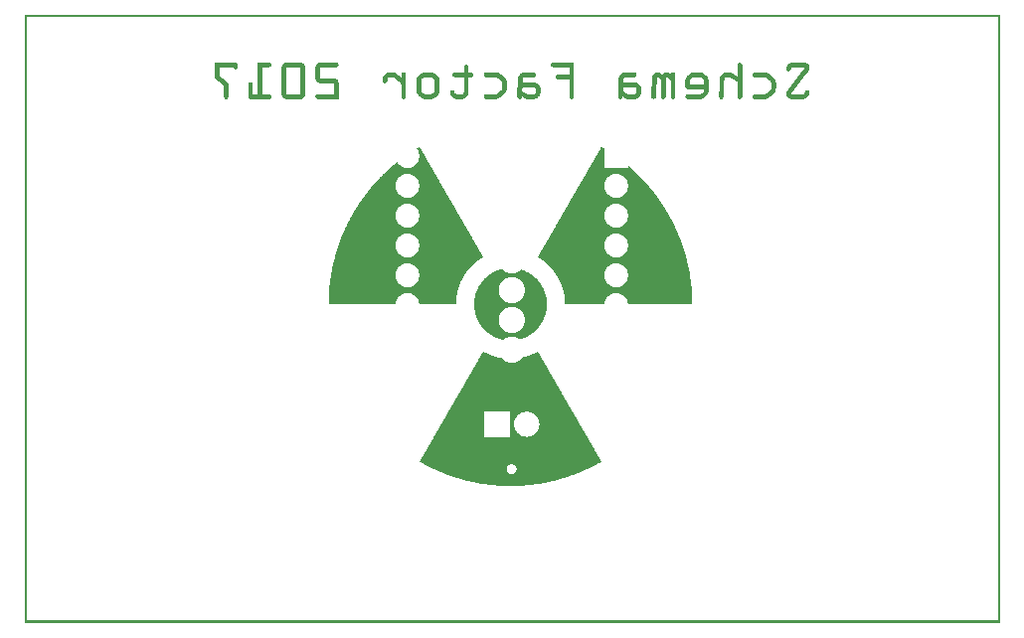
<source format=gbo>
G04 MADE WITH FRITZING*
G04 WWW.FRITZING.ORG*
G04 DOUBLE SIDED*
G04 HOLES PLATED*
G04 CONTOUR ON CENTER OF CONTOUR VECTOR*
%ASAXBY*%
%FSLAX23Y23*%
%MOIN*%
%OFA0B0*%
%SFA1.0B1.0*%
%ADD10R,0.001000X0.001000*%
%LNSILK0*%
G90*
G70*
G54D10*
X0Y2041D02*
X3271Y2041D01*
X0Y2040D02*
X3271Y2040D01*
X0Y2039D02*
X3271Y2039D01*
X0Y2038D02*
X3271Y2038D01*
X0Y2037D02*
X3271Y2037D01*
X0Y2036D02*
X3271Y2036D01*
X0Y2035D02*
X3271Y2035D01*
X0Y2034D02*
X3271Y2034D01*
X0Y2033D02*
X7Y2033D01*
X3264Y2033D02*
X3271Y2033D01*
X0Y2032D02*
X7Y2032D01*
X3264Y2032D02*
X3271Y2032D01*
X0Y2031D02*
X7Y2031D01*
X3264Y2031D02*
X3271Y2031D01*
X0Y2030D02*
X7Y2030D01*
X3264Y2030D02*
X3271Y2030D01*
X0Y2029D02*
X7Y2029D01*
X3264Y2029D02*
X3271Y2029D01*
X0Y2028D02*
X7Y2028D01*
X3264Y2028D02*
X3271Y2028D01*
X0Y2027D02*
X7Y2027D01*
X3264Y2027D02*
X3271Y2027D01*
X0Y2026D02*
X7Y2026D01*
X3264Y2026D02*
X3271Y2026D01*
X0Y2025D02*
X7Y2025D01*
X3264Y2025D02*
X3271Y2025D01*
X0Y2024D02*
X7Y2024D01*
X3264Y2024D02*
X3271Y2024D01*
X0Y2023D02*
X7Y2023D01*
X3264Y2023D02*
X3271Y2023D01*
X0Y2022D02*
X7Y2022D01*
X3264Y2022D02*
X3271Y2022D01*
X0Y2021D02*
X7Y2021D01*
X3264Y2021D02*
X3271Y2021D01*
X0Y2020D02*
X7Y2020D01*
X3264Y2020D02*
X3271Y2020D01*
X0Y2019D02*
X7Y2019D01*
X3264Y2019D02*
X3271Y2019D01*
X0Y2018D02*
X7Y2018D01*
X3264Y2018D02*
X3271Y2018D01*
X0Y2017D02*
X7Y2017D01*
X3264Y2017D02*
X3271Y2017D01*
X0Y2016D02*
X7Y2016D01*
X3264Y2016D02*
X3271Y2016D01*
X0Y2015D02*
X7Y2015D01*
X3264Y2015D02*
X3271Y2015D01*
X0Y2014D02*
X7Y2014D01*
X3264Y2014D02*
X3271Y2014D01*
X0Y2013D02*
X7Y2013D01*
X3264Y2013D02*
X3271Y2013D01*
X0Y2012D02*
X7Y2012D01*
X3264Y2012D02*
X3271Y2012D01*
X0Y2011D02*
X7Y2011D01*
X3264Y2011D02*
X3271Y2011D01*
X0Y2010D02*
X7Y2010D01*
X3264Y2010D02*
X3271Y2010D01*
X0Y2009D02*
X7Y2009D01*
X3264Y2009D02*
X3271Y2009D01*
X0Y2008D02*
X7Y2008D01*
X3264Y2008D02*
X3271Y2008D01*
X0Y2007D02*
X7Y2007D01*
X3264Y2007D02*
X3271Y2007D01*
X0Y2006D02*
X7Y2006D01*
X3264Y2006D02*
X3271Y2006D01*
X0Y2005D02*
X7Y2005D01*
X3264Y2005D02*
X3271Y2005D01*
X0Y2004D02*
X7Y2004D01*
X3264Y2004D02*
X3271Y2004D01*
X0Y2003D02*
X7Y2003D01*
X3264Y2003D02*
X3271Y2003D01*
X0Y2002D02*
X7Y2002D01*
X3264Y2002D02*
X3271Y2002D01*
X0Y2001D02*
X7Y2001D01*
X3264Y2001D02*
X3271Y2001D01*
X0Y2000D02*
X7Y2000D01*
X3264Y2000D02*
X3271Y2000D01*
X0Y1999D02*
X7Y1999D01*
X3264Y1999D02*
X3271Y1999D01*
X0Y1998D02*
X7Y1998D01*
X3264Y1998D02*
X3271Y1998D01*
X0Y1997D02*
X7Y1997D01*
X3264Y1997D02*
X3271Y1997D01*
X0Y1996D02*
X7Y1996D01*
X3264Y1996D02*
X3271Y1996D01*
X0Y1995D02*
X7Y1995D01*
X3264Y1995D02*
X3271Y1995D01*
X0Y1994D02*
X7Y1994D01*
X3264Y1994D02*
X3271Y1994D01*
X0Y1993D02*
X7Y1993D01*
X3264Y1993D02*
X3271Y1993D01*
X0Y1992D02*
X7Y1992D01*
X3264Y1992D02*
X3271Y1992D01*
X0Y1991D02*
X7Y1991D01*
X3264Y1991D02*
X3271Y1991D01*
X0Y1990D02*
X7Y1990D01*
X3264Y1990D02*
X3271Y1990D01*
X0Y1989D02*
X7Y1989D01*
X3264Y1989D02*
X3271Y1989D01*
X0Y1988D02*
X7Y1988D01*
X3264Y1988D02*
X3271Y1988D01*
X0Y1987D02*
X7Y1987D01*
X3264Y1987D02*
X3271Y1987D01*
X0Y1986D02*
X7Y1986D01*
X3264Y1986D02*
X3271Y1986D01*
X0Y1985D02*
X7Y1985D01*
X3264Y1985D02*
X3271Y1985D01*
X0Y1984D02*
X7Y1984D01*
X3264Y1984D02*
X3271Y1984D01*
X0Y1983D02*
X7Y1983D01*
X3264Y1983D02*
X3271Y1983D01*
X0Y1982D02*
X7Y1982D01*
X3264Y1982D02*
X3271Y1982D01*
X0Y1981D02*
X7Y1981D01*
X3264Y1981D02*
X3271Y1981D01*
X0Y1980D02*
X7Y1980D01*
X3264Y1980D02*
X3271Y1980D01*
X0Y1979D02*
X7Y1979D01*
X3264Y1979D02*
X3271Y1979D01*
X0Y1978D02*
X7Y1978D01*
X3264Y1978D02*
X3271Y1978D01*
X0Y1977D02*
X7Y1977D01*
X3264Y1977D02*
X3271Y1977D01*
X0Y1976D02*
X7Y1976D01*
X3264Y1976D02*
X3271Y1976D01*
X0Y1975D02*
X7Y1975D01*
X3264Y1975D02*
X3271Y1975D01*
X0Y1974D02*
X7Y1974D01*
X3264Y1974D02*
X3271Y1974D01*
X0Y1973D02*
X7Y1973D01*
X3264Y1973D02*
X3271Y1973D01*
X0Y1972D02*
X7Y1972D01*
X3264Y1972D02*
X3271Y1972D01*
X0Y1971D02*
X7Y1971D01*
X3264Y1971D02*
X3271Y1971D01*
X0Y1970D02*
X7Y1970D01*
X3264Y1970D02*
X3271Y1970D01*
X0Y1969D02*
X7Y1969D01*
X3264Y1969D02*
X3271Y1969D01*
X0Y1968D02*
X7Y1968D01*
X3264Y1968D02*
X3271Y1968D01*
X0Y1967D02*
X7Y1967D01*
X3264Y1967D02*
X3271Y1967D01*
X0Y1966D02*
X7Y1966D01*
X3264Y1966D02*
X3271Y1966D01*
X0Y1965D02*
X7Y1965D01*
X3264Y1965D02*
X3271Y1965D01*
X0Y1964D02*
X7Y1964D01*
X3264Y1964D02*
X3271Y1964D01*
X0Y1963D02*
X7Y1963D01*
X3264Y1963D02*
X3271Y1963D01*
X0Y1962D02*
X7Y1962D01*
X3264Y1962D02*
X3271Y1962D01*
X0Y1961D02*
X7Y1961D01*
X3264Y1961D02*
X3271Y1961D01*
X0Y1960D02*
X7Y1960D01*
X3264Y1960D02*
X3271Y1960D01*
X0Y1959D02*
X7Y1959D01*
X3264Y1959D02*
X3271Y1959D01*
X0Y1958D02*
X7Y1958D01*
X3264Y1958D02*
X3271Y1958D01*
X0Y1957D02*
X7Y1957D01*
X3264Y1957D02*
X3271Y1957D01*
X0Y1956D02*
X7Y1956D01*
X3264Y1956D02*
X3271Y1956D01*
X0Y1955D02*
X7Y1955D01*
X3264Y1955D02*
X3271Y1955D01*
X0Y1954D02*
X7Y1954D01*
X3264Y1954D02*
X3271Y1954D01*
X0Y1953D02*
X7Y1953D01*
X3264Y1953D02*
X3271Y1953D01*
X0Y1952D02*
X7Y1952D01*
X3264Y1952D02*
X3271Y1952D01*
X0Y1951D02*
X7Y1951D01*
X3264Y1951D02*
X3271Y1951D01*
X0Y1950D02*
X7Y1950D01*
X3264Y1950D02*
X3271Y1950D01*
X0Y1949D02*
X7Y1949D01*
X3264Y1949D02*
X3271Y1949D01*
X0Y1948D02*
X7Y1948D01*
X3264Y1948D02*
X3271Y1948D01*
X0Y1947D02*
X7Y1947D01*
X3264Y1947D02*
X3271Y1947D01*
X0Y1946D02*
X7Y1946D01*
X3264Y1946D02*
X3271Y1946D01*
X0Y1945D02*
X7Y1945D01*
X3264Y1945D02*
X3271Y1945D01*
X0Y1944D02*
X7Y1944D01*
X3264Y1944D02*
X3271Y1944D01*
X0Y1943D02*
X7Y1943D01*
X3264Y1943D02*
X3271Y1943D01*
X0Y1942D02*
X7Y1942D01*
X3264Y1942D02*
X3271Y1942D01*
X0Y1941D02*
X7Y1941D01*
X3264Y1941D02*
X3271Y1941D01*
X0Y1940D02*
X7Y1940D01*
X3264Y1940D02*
X3271Y1940D01*
X0Y1939D02*
X7Y1939D01*
X3264Y1939D02*
X3271Y1939D01*
X0Y1938D02*
X7Y1938D01*
X3264Y1938D02*
X3271Y1938D01*
X0Y1937D02*
X7Y1937D01*
X3264Y1937D02*
X3271Y1937D01*
X0Y1936D02*
X7Y1936D01*
X3264Y1936D02*
X3271Y1936D01*
X0Y1935D02*
X7Y1935D01*
X3264Y1935D02*
X3271Y1935D01*
X0Y1934D02*
X7Y1934D01*
X3264Y1934D02*
X3271Y1934D01*
X0Y1933D02*
X7Y1933D01*
X3264Y1933D02*
X3271Y1933D01*
X0Y1932D02*
X7Y1932D01*
X3264Y1932D02*
X3271Y1932D01*
X0Y1931D02*
X7Y1931D01*
X3264Y1931D02*
X3271Y1931D01*
X0Y1930D02*
X7Y1930D01*
X3264Y1930D02*
X3271Y1930D01*
X0Y1929D02*
X7Y1929D01*
X3264Y1929D02*
X3271Y1929D01*
X0Y1928D02*
X7Y1928D01*
X3264Y1928D02*
X3271Y1928D01*
X0Y1927D02*
X7Y1927D01*
X3264Y1927D02*
X3271Y1927D01*
X0Y1926D02*
X7Y1926D01*
X3264Y1926D02*
X3271Y1926D01*
X0Y1925D02*
X7Y1925D01*
X3264Y1925D02*
X3271Y1925D01*
X0Y1924D02*
X7Y1924D01*
X3264Y1924D02*
X3271Y1924D01*
X0Y1923D02*
X7Y1923D01*
X3264Y1923D02*
X3271Y1923D01*
X0Y1922D02*
X7Y1922D01*
X3264Y1922D02*
X3271Y1922D01*
X0Y1921D02*
X7Y1921D01*
X3264Y1921D02*
X3271Y1921D01*
X0Y1920D02*
X7Y1920D01*
X3264Y1920D02*
X3271Y1920D01*
X0Y1919D02*
X7Y1919D01*
X3264Y1919D02*
X3271Y1919D01*
X0Y1918D02*
X7Y1918D01*
X3264Y1918D02*
X3271Y1918D01*
X0Y1917D02*
X7Y1917D01*
X3264Y1917D02*
X3271Y1917D01*
X0Y1916D02*
X7Y1916D01*
X3264Y1916D02*
X3271Y1916D01*
X0Y1915D02*
X7Y1915D01*
X3264Y1915D02*
X3271Y1915D01*
X0Y1914D02*
X7Y1914D01*
X3264Y1914D02*
X3271Y1914D01*
X0Y1913D02*
X7Y1913D01*
X3264Y1913D02*
X3271Y1913D01*
X0Y1912D02*
X7Y1912D01*
X3264Y1912D02*
X3271Y1912D01*
X0Y1911D02*
X7Y1911D01*
X3264Y1911D02*
X3271Y1911D01*
X0Y1910D02*
X7Y1910D01*
X3264Y1910D02*
X3271Y1910D01*
X0Y1909D02*
X7Y1909D01*
X3264Y1909D02*
X3271Y1909D01*
X0Y1908D02*
X7Y1908D01*
X3264Y1908D02*
X3271Y1908D01*
X0Y1907D02*
X7Y1907D01*
X3264Y1907D02*
X3271Y1907D01*
X0Y1906D02*
X7Y1906D01*
X3264Y1906D02*
X3271Y1906D01*
X0Y1905D02*
X7Y1905D01*
X3264Y1905D02*
X3271Y1905D01*
X0Y1904D02*
X7Y1904D01*
X3264Y1904D02*
X3271Y1904D01*
X0Y1903D02*
X7Y1903D01*
X3264Y1903D02*
X3271Y1903D01*
X0Y1902D02*
X7Y1902D01*
X3264Y1902D02*
X3271Y1902D01*
X0Y1901D02*
X7Y1901D01*
X3264Y1901D02*
X3271Y1901D01*
X0Y1900D02*
X7Y1900D01*
X3264Y1900D02*
X3271Y1900D01*
X0Y1899D02*
X7Y1899D01*
X3264Y1899D02*
X3271Y1899D01*
X0Y1898D02*
X7Y1898D01*
X3264Y1898D02*
X3271Y1898D01*
X0Y1897D02*
X7Y1897D01*
X3264Y1897D02*
X3271Y1897D01*
X0Y1896D02*
X7Y1896D01*
X3264Y1896D02*
X3271Y1896D01*
X0Y1895D02*
X7Y1895D01*
X3264Y1895D02*
X3271Y1895D01*
X0Y1894D02*
X7Y1894D01*
X3264Y1894D02*
X3271Y1894D01*
X0Y1893D02*
X7Y1893D01*
X3264Y1893D02*
X3271Y1893D01*
X0Y1892D02*
X7Y1892D01*
X3264Y1892D02*
X3271Y1892D01*
X0Y1891D02*
X7Y1891D01*
X3264Y1891D02*
X3271Y1891D01*
X0Y1890D02*
X7Y1890D01*
X3264Y1890D02*
X3271Y1890D01*
X0Y1889D02*
X7Y1889D01*
X3264Y1889D02*
X3271Y1889D01*
X0Y1888D02*
X7Y1888D01*
X3264Y1888D02*
X3271Y1888D01*
X0Y1887D02*
X7Y1887D01*
X3264Y1887D02*
X3271Y1887D01*
X0Y1886D02*
X7Y1886D01*
X3264Y1886D02*
X3271Y1886D01*
X0Y1885D02*
X7Y1885D01*
X3264Y1885D02*
X3271Y1885D01*
X0Y1884D02*
X7Y1884D01*
X3264Y1884D02*
X3271Y1884D01*
X0Y1883D02*
X7Y1883D01*
X3264Y1883D02*
X3271Y1883D01*
X0Y1882D02*
X7Y1882D01*
X3264Y1882D02*
X3271Y1882D01*
X0Y1881D02*
X7Y1881D01*
X3264Y1881D02*
X3271Y1881D01*
X0Y1880D02*
X7Y1880D01*
X638Y1880D02*
X709Y1880D01*
X782Y1880D02*
X822Y1880D01*
X876Y1880D02*
X928Y1880D01*
X989Y1880D02*
X1047Y1880D01*
X1771Y1880D02*
X1842Y1880D01*
X2397Y1880D02*
X2400Y1880D01*
X2572Y1880D02*
X2617Y1880D01*
X3264Y1880D02*
X3271Y1880D01*
X0Y1879D02*
X7Y1879D01*
X638Y1879D02*
X711Y1879D01*
X782Y1879D02*
X824Y1879D01*
X873Y1879D02*
X931Y1879D01*
X986Y1879D02*
X1049Y1879D01*
X1769Y1879D02*
X1842Y1879D01*
X2395Y1879D02*
X2402Y1879D01*
X2568Y1879D02*
X2620Y1879D01*
X3264Y1879D02*
X3271Y1879D01*
X0Y1878D02*
X7Y1878D01*
X638Y1878D02*
X712Y1878D01*
X782Y1878D02*
X825Y1878D01*
X871Y1878D02*
X932Y1878D01*
X984Y1878D02*
X1051Y1878D01*
X1767Y1878D02*
X1842Y1878D01*
X2393Y1878D02*
X2403Y1878D01*
X2566Y1878D02*
X2622Y1878D01*
X3264Y1878D02*
X3271Y1878D01*
X0Y1877D02*
X7Y1877D01*
X638Y1877D02*
X713Y1877D01*
X782Y1877D02*
X826Y1877D01*
X870Y1877D02*
X934Y1877D01*
X982Y1877D02*
X1051Y1877D01*
X1767Y1877D02*
X1842Y1877D01*
X2392Y1877D02*
X2404Y1877D01*
X2564Y1877D02*
X2624Y1877D01*
X3264Y1877D02*
X3271Y1877D01*
X0Y1876D02*
X7Y1876D01*
X638Y1876D02*
X714Y1876D01*
X782Y1876D02*
X827Y1876D01*
X868Y1876D02*
X935Y1876D01*
X981Y1876D02*
X1052Y1876D01*
X1766Y1876D02*
X1842Y1876D01*
X2392Y1876D02*
X2405Y1876D01*
X2563Y1876D02*
X2625Y1876D01*
X3264Y1876D02*
X3271Y1876D01*
X0Y1875D02*
X7Y1875D01*
X638Y1875D02*
X714Y1875D01*
X782Y1875D02*
X827Y1875D01*
X867Y1875D02*
X936Y1875D01*
X980Y1875D02*
X1052Y1875D01*
X1766Y1875D02*
X1842Y1875D01*
X2391Y1875D02*
X2405Y1875D01*
X2562Y1875D02*
X2626Y1875D01*
X3264Y1875D02*
X3271Y1875D01*
X0Y1874D02*
X7Y1874D01*
X638Y1874D02*
X715Y1874D01*
X782Y1874D02*
X827Y1874D01*
X867Y1874D02*
X937Y1874D01*
X979Y1874D02*
X1053Y1874D01*
X1765Y1874D02*
X1842Y1874D01*
X2391Y1874D02*
X2406Y1874D01*
X2561Y1874D02*
X2627Y1874D01*
X3264Y1874D02*
X3271Y1874D01*
X0Y1873D02*
X7Y1873D01*
X638Y1873D02*
X715Y1873D01*
X782Y1873D02*
X827Y1873D01*
X866Y1873D02*
X938Y1873D01*
X979Y1873D02*
X1053Y1873D01*
X1478Y1873D02*
X1484Y1873D01*
X1765Y1873D02*
X1842Y1873D01*
X2391Y1873D02*
X2406Y1873D01*
X2560Y1873D02*
X2628Y1873D01*
X3264Y1873D02*
X3271Y1873D01*
X0Y1872D02*
X7Y1872D01*
X638Y1872D02*
X715Y1872D01*
X782Y1872D02*
X827Y1872D01*
X865Y1872D02*
X938Y1872D01*
X978Y1872D02*
X1053Y1872D01*
X1477Y1872D02*
X1485Y1872D01*
X1765Y1872D02*
X1842Y1872D01*
X2391Y1872D02*
X2406Y1872D01*
X2559Y1872D02*
X2629Y1872D01*
X3264Y1872D02*
X3271Y1872D01*
X0Y1871D02*
X7Y1871D01*
X638Y1871D02*
X715Y1871D01*
X782Y1871D02*
X827Y1871D01*
X865Y1871D02*
X939Y1871D01*
X977Y1871D02*
X1053Y1871D01*
X1476Y1871D02*
X1486Y1871D01*
X1765Y1871D02*
X1842Y1871D01*
X2391Y1871D02*
X2406Y1871D01*
X2558Y1871D02*
X2629Y1871D01*
X3264Y1871D02*
X3271Y1871D01*
X0Y1870D02*
X7Y1870D01*
X638Y1870D02*
X715Y1870D01*
X782Y1870D02*
X827Y1870D01*
X864Y1870D02*
X939Y1870D01*
X977Y1870D02*
X1052Y1870D01*
X1475Y1870D02*
X1487Y1870D01*
X1766Y1870D02*
X1842Y1870D01*
X2391Y1870D02*
X2406Y1870D01*
X2557Y1870D02*
X2630Y1870D01*
X3264Y1870D02*
X3271Y1870D01*
X0Y1869D02*
X7Y1869D01*
X638Y1869D02*
X715Y1869D01*
X782Y1869D02*
X827Y1869D01*
X864Y1869D02*
X939Y1869D01*
X977Y1869D02*
X1052Y1869D01*
X1474Y1869D02*
X1488Y1869D01*
X1766Y1869D02*
X1842Y1869D01*
X2391Y1869D02*
X2406Y1869D01*
X2557Y1869D02*
X2630Y1869D01*
X3264Y1869D02*
X3271Y1869D01*
X0Y1868D02*
X7Y1868D01*
X638Y1868D02*
X715Y1868D01*
X782Y1868D02*
X826Y1868D01*
X864Y1868D02*
X940Y1868D01*
X976Y1868D02*
X1052Y1868D01*
X1474Y1868D02*
X1488Y1868D01*
X1767Y1868D02*
X1842Y1868D01*
X2391Y1868D02*
X2406Y1868D01*
X2556Y1868D02*
X2630Y1868D01*
X3264Y1868D02*
X3271Y1868D01*
X0Y1867D02*
X7Y1867D01*
X638Y1867D02*
X715Y1867D01*
X782Y1867D02*
X825Y1867D01*
X863Y1867D02*
X940Y1867D01*
X976Y1867D02*
X1051Y1867D01*
X1474Y1867D02*
X1488Y1867D01*
X1767Y1867D02*
X1842Y1867D01*
X2391Y1867D02*
X2406Y1867D01*
X2556Y1867D02*
X2631Y1867D01*
X3264Y1867D02*
X3271Y1867D01*
X0Y1866D02*
X7Y1866D01*
X638Y1866D02*
X715Y1866D01*
X782Y1866D02*
X824Y1866D01*
X863Y1866D02*
X940Y1866D01*
X976Y1866D02*
X1050Y1866D01*
X1474Y1866D02*
X1488Y1866D01*
X1769Y1866D02*
X1842Y1866D01*
X2391Y1866D02*
X2406Y1866D01*
X2555Y1866D02*
X2631Y1866D01*
X3264Y1866D02*
X3271Y1866D01*
X0Y1865D02*
X7Y1865D01*
X638Y1865D02*
X715Y1865D01*
X782Y1865D02*
X822Y1865D01*
X863Y1865D02*
X940Y1865D01*
X976Y1865D02*
X1048Y1865D01*
X1474Y1865D02*
X1488Y1865D01*
X1770Y1865D02*
X1842Y1865D01*
X2391Y1865D02*
X2406Y1865D01*
X2555Y1865D02*
X2631Y1865D01*
X3264Y1865D02*
X3271Y1865D01*
X0Y1864D02*
X7Y1864D01*
X638Y1864D02*
X653Y1864D01*
X700Y1864D02*
X714Y1864D01*
X782Y1864D02*
X796Y1864D01*
X863Y1864D02*
X878Y1864D01*
X925Y1864D02*
X940Y1864D01*
X976Y1864D02*
X991Y1864D01*
X1474Y1864D02*
X1488Y1864D01*
X1827Y1864D02*
X1842Y1864D01*
X2391Y1864D02*
X2406Y1864D01*
X2555Y1864D02*
X2572Y1864D01*
X2616Y1864D02*
X2631Y1864D01*
X3264Y1864D02*
X3271Y1864D01*
X0Y1863D02*
X7Y1863D01*
X638Y1863D02*
X653Y1863D01*
X700Y1863D02*
X714Y1863D01*
X782Y1863D02*
X796Y1863D01*
X863Y1863D02*
X878Y1863D01*
X925Y1863D02*
X940Y1863D01*
X976Y1863D02*
X991Y1863D01*
X1474Y1863D02*
X1488Y1863D01*
X1827Y1863D02*
X1842Y1863D01*
X2391Y1863D02*
X2406Y1863D01*
X2555Y1863D02*
X2571Y1863D01*
X2616Y1863D02*
X2631Y1863D01*
X3264Y1863D02*
X3271Y1863D01*
X0Y1862D02*
X7Y1862D01*
X638Y1862D02*
X653Y1862D01*
X701Y1862D02*
X714Y1862D01*
X782Y1862D02*
X796Y1862D01*
X863Y1862D02*
X878Y1862D01*
X925Y1862D02*
X940Y1862D01*
X976Y1862D02*
X991Y1862D01*
X1474Y1862D02*
X1488Y1862D01*
X1827Y1862D02*
X1842Y1862D01*
X2391Y1862D02*
X2406Y1862D01*
X2555Y1862D02*
X2570Y1862D01*
X2616Y1862D02*
X2631Y1862D01*
X3264Y1862D02*
X3271Y1862D01*
X0Y1861D02*
X7Y1861D01*
X638Y1861D02*
X653Y1861D01*
X702Y1861D02*
X713Y1861D01*
X782Y1861D02*
X796Y1861D01*
X863Y1861D02*
X878Y1861D01*
X925Y1861D02*
X940Y1861D01*
X976Y1861D02*
X991Y1861D01*
X1474Y1861D02*
X1488Y1861D01*
X1827Y1861D02*
X1842Y1861D01*
X2391Y1861D02*
X2406Y1861D01*
X2554Y1861D02*
X2570Y1861D01*
X2616Y1861D02*
X2631Y1861D01*
X3264Y1861D02*
X3271Y1861D01*
X0Y1860D02*
X7Y1860D01*
X638Y1860D02*
X653Y1860D01*
X703Y1860D02*
X712Y1860D01*
X782Y1860D02*
X796Y1860D01*
X863Y1860D02*
X878Y1860D01*
X925Y1860D02*
X940Y1860D01*
X976Y1860D02*
X991Y1860D01*
X1474Y1860D02*
X1488Y1860D01*
X1827Y1860D02*
X1842Y1860D01*
X2391Y1860D02*
X2406Y1860D01*
X2554Y1860D02*
X2569Y1860D01*
X2615Y1860D02*
X2631Y1860D01*
X3264Y1860D02*
X3271Y1860D01*
X0Y1859D02*
X7Y1859D01*
X638Y1859D02*
X653Y1859D01*
X704Y1859D02*
X711Y1859D01*
X782Y1859D02*
X796Y1859D01*
X863Y1859D02*
X878Y1859D01*
X925Y1859D02*
X940Y1859D01*
X976Y1859D02*
X991Y1859D01*
X1474Y1859D02*
X1488Y1859D01*
X1827Y1859D02*
X1842Y1859D01*
X2391Y1859D02*
X2406Y1859D01*
X2554Y1859D02*
X2569Y1859D01*
X2614Y1859D02*
X2631Y1859D01*
X3264Y1859D02*
X3271Y1859D01*
X0Y1858D02*
X7Y1858D01*
X638Y1858D02*
X653Y1858D01*
X707Y1858D02*
X707Y1858D01*
X782Y1858D02*
X796Y1858D01*
X863Y1858D02*
X878Y1858D01*
X925Y1858D02*
X940Y1858D01*
X976Y1858D02*
X991Y1858D01*
X1474Y1858D02*
X1488Y1858D01*
X1827Y1858D02*
X1842Y1858D01*
X2391Y1858D02*
X2406Y1858D01*
X2554Y1858D02*
X2569Y1858D01*
X2613Y1858D02*
X2631Y1858D01*
X3264Y1858D02*
X3271Y1858D01*
X0Y1857D02*
X7Y1857D01*
X638Y1857D02*
X653Y1857D01*
X782Y1857D02*
X796Y1857D01*
X863Y1857D02*
X878Y1857D01*
X925Y1857D02*
X940Y1857D01*
X976Y1857D02*
X991Y1857D01*
X1474Y1857D02*
X1488Y1857D01*
X1827Y1857D02*
X1842Y1857D01*
X2391Y1857D02*
X2406Y1857D01*
X2555Y1857D02*
X2569Y1857D01*
X2613Y1857D02*
X2630Y1857D01*
X3264Y1857D02*
X3271Y1857D01*
X0Y1856D02*
X7Y1856D01*
X638Y1856D02*
X653Y1856D01*
X782Y1856D02*
X796Y1856D01*
X863Y1856D02*
X878Y1856D01*
X925Y1856D02*
X940Y1856D01*
X976Y1856D02*
X991Y1856D01*
X1474Y1856D02*
X1488Y1856D01*
X1827Y1856D02*
X1842Y1856D01*
X2391Y1856D02*
X2406Y1856D01*
X2555Y1856D02*
X2568Y1856D01*
X2612Y1856D02*
X2630Y1856D01*
X3264Y1856D02*
X3271Y1856D01*
X0Y1855D02*
X7Y1855D01*
X638Y1855D02*
X653Y1855D01*
X782Y1855D02*
X796Y1855D01*
X863Y1855D02*
X878Y1855D01*
X925Y1855D02*
X940Y1855D01*
X976Y1855D02*
X991Y1855D01*
X1474Y1855D02*
X1488Y1855D01*
X1827Y1855D02*
X1842Y1855D01*
X2391Y1855D02*
X2406Y1855D01*
X2556Y1855D02*
X2568Y1855D01*
X2611Y1855D02*
X2630Y1855D01*
X3264Y1855D02*
X3271Y1855D01*
X0Y1854D02*
X7Y1854D01*
X638Y1854D02*
X653Y1854D01*
X782Y1854D02*
X796Y1854D01*
X863Y1854D02*
X878Y1854D01*
X925Y1854D02*
X940Y1854D01*
X976Y1854D02*
X991Y1854D01*
X1474Y1854D02*
X1488Y1854D01*
X1827Y1854D02*
X1842Y1854D01*
X2391Y1854D02*
X2406Y1854D01*
X2556Y1854D02*
X2567Y1854D01*
X2610Y1854D02*
X2629Y1854D01*
X3264Y1854D02*
X3271Y1854D01*
X0Y1853D02*
X7Y1853D01*
X638Y1853D02*
X653Y1853D01*
X782Y1853D02*
X796Y1853D01*
X863Y1853D02*
X878Y1853D01*
X925Y1853D02*
X940Y1853D01*
X976Y1853D02*
X991Y1853D01*
X1474Y1853D02*
X1488Y1853D01*
X1827Y1853D02*
X1842Y1853D01*
X2391Y1853D02*
X2406Y1853D01*
X2557Y1853D02*
X2566Y1853D01*
X2610Y1853D02*
X2629Y1853D01*
X3264Y1853D02*
X3271Y1853D01*
X0Y1852D02*
X7Y1852D01*
X638Y1852D02*
X653Y1852D01*
X782Y1852D02*
X796Y1852D01*
X863Y1852D02*
X878Y1852D01*
X925Y1852D02*
X940Y1852D01*
X976Y1852D02*
X991Y1852D01*
X1474Y1852D02*
X1488Y1852D01*
X1827Y1852D02*
X1842Y1852D01*
X2391Y1852D02*
X2406Y1852D01*
X2559Y1852D02*
X2565Y1852D01*
X2609Y1852D02*
X2628Y1852D01*
X3264Y1852D02*
X3271Y1852D01*
X0Y1851D02*
X7Y1851D01*
X638Y1851D02*
X653Y1851D01*
X782Y1851D02*
X796Y1851D01*
X863Y1851D02*
X878Y1851D01*
X925Y1851D02*
X940Y1851D01*
X976Y1851D02*
X991Y1851D01*
X1474Y1851D02*
X1488Y1851D01*
X1827Y1851D02*
X1842Y1851D01*
X2391Y1851D02*
X2406Y1851D01*
X2608Y1851D02*
X2627Y1851D01*
X3264Y1851D02*
X3271Y1851D01*
X0Y1850D02*
X7Y1850D01*
X638Y1850D02*
X653Y1850D01*
X782Y1850D02*
X796Y1850D01*
X863Y1850D02*
X878Y1850D01*
X925Y1850D02*
X940Y1850D01*
X976Y1850D02*
X991Y1850D01*
X1474Y1850D02*
X1488Y1850D01*
X1827Y1850D02*
X1842Y1850D01*
X2391Y1850D02*
X2406Y1850D01*
X2607Y1850D02*
X2626Y1850D01*
X3264Y1850D02*
X3271Y1850D01*
X0Y1849D02*
X7Y1849D01*
X638Y1849D02*
X653Y1849D01*
X782Y1849D02*
X796Y1849D01*
X863Y1849D02*
X878Y1849D01*
X925Y1849D02*
X940Y1849D01*
X976Y1849D02*
X991Y1849D01*
X1474Y1849D02*
X1488Y1849D01*
X1827Y1849D02*
X1842Y1849D01*
X2391Y1849D02*
X2406Y1849D01*
X2606Y1849D02*
X2626Y1849D01*
X3264Y1849D02*
X3271Y1849D01*
X0Y1848D02*
X7Y1848D01*
X638Y1848D02*
X653Y1848D01*
X782Y1848D02*
X796Y1848D01*
X863Y1848D02*
X878Y1848D01*
X925Y1848D02*
X940Y1848D01*
X976Y1848D02*
X991Y1848D01*
X1474Y1848D02*
X1488Y1848D01*
X1827Y1848D02*
X1842Y1848D01*
X2391Y1848D02*
X2406Y1848D01*
X2606Y1848D02*
X2625Y1848D01*
X3264Y1848D02*
X3271Y1848D01*
X0Y1847D02*
X7Y1847D01*
X638Y1847D02*
X653Y1847D01*
X782Y1847D02*
X796Y1847D01*
X863Y1847D02*
X878Y1847D01*
X925Y1847D02*
X940Y1847D01*
X976Y1847D02*
X991Y1847D01*
X1222Y1847D02*
X1241Y1847D01*
X1270Y1847D02*
X1272Y1847D01*
X1341Y1847D02*
X1364Y1847D01*
X1441Y1847D02*
X1497Y1847D01*
X1546Y1847D02*
X1582Y1847D01*
X1675Y1847D02*
X1707Y1847D01*
X1827Y1847D02*
X1842Y1847D01*
X2013Y1847D02*
X2046Y1847D01*
X2151Y1847D02*
X2154Y1847D01*
X2174Y1847D02*
X2175Y1847D01*
X2242Y1847D02*
X2266Y1847D01*
X2352Y1847D02*
X2365Y1847D01*
X2391Y1847D02*
X2406Y1847D01*
X2448Y1847D02*
X2484Y1847D01*
X2605Y1847D02*
X2624Y1847D01*
X3264Y1847D02*
X3271Y1847D01*
X0Y1846D02*
X7Y1846D01*
X638Y1846D02*
X653Y1846D01*
X782Y1846D02*
X796Y1846D01*
X863Y1846D02*
X878Y1846D01*
X925Y1846D02*
X940Y1846D01*
X976Y1846D02*
X991Y1846D01*
X1218Y1846D02*
X1244Y1846D01*
X1267Y1846D02*
X1275Y1846D01*
X1336Y1846D02*
X1369Y1846D01*
X1439Y1846D02*
X1500Y1846D01*
X1544Y1846D02*
X1587Y1846D01*
X1671Y1846D02*
X1710Y1846D01*
X1827Y1846D02*
X1842Y1846D01*
X2009Y1846D02*
X2048Y1846D01*
X2119Y1846D02*
X2127Y1846D01*
X2147Y1846D02*
X2159Y1846D01*
X2171Y1846D02*
X2178Y1846D01*
X2238Y1846D02*
X2271Y1846D01*
X2347Y1846D02*
X2369Y1846D01*
X2391Y1846D02*
X2406Y1846D01*
X2445Y1846D02*
X2489Y1846D01*
X2604Y1846D02*
X2623Y1846D01*
X3264Y1846D02*
X3271Y1846D01*
X0Y1845D02*
X7Y1845D01*
X638Y1845D02*
X653Y1845D01*
X782Y1845D02*
X796Y1845D01*
X863Y1845D02*
X878Y1845D01*
X925Y1845D02*
X940Y1845D01*
X976Y1845D02*
X991Y1845D01*
X1215Y1845D02*
X1245Y1845D01*
X1266Y1845D02*
X1276Y1845D01*
X1334Y1845D02*
X1372Y1845D01*
X1437Y1845D02*
X1501Y1845D01*
X1542Y1845D02*
X1589Y1845D01*
X1668Y1845D02*
X1711Y1845D01*
X1827Y1845D02*
X1842Y1845D01*
X2006Y1845D02*
X2050Y1845D01*
X2116Y1845D02*
X2130Y1845D01*
X2145Y1845D02*
X2161Y1845D01*
X2169Y1845D02*
X2179Y1845D01*
X2236Y1845D02*
X2274Y1845D01*
X2345Y1845D02*
X2372Y1845D01*
X2391Y1845D02*
X2406Y1845D01*
X2444Y1845D02*
X2491Y1845D01*
X2603Y1845D02*
X2623Y1845D01*
X3264Y1845D02*
X3271Y1845D01*
X0Y1844D02*
X7Y1844D01*
X638Y1844D02*
X653Y1844D01*
X782Y1844D02*
X796Y1844D01*
X863Y1844D02*
X878Y1844D01*
X925Y1844D02*
X940Y1844D01*
X976Y1844D02*
X991Y1844D01*
X1213Y1844D02*
X1246Y1844D01*
X1265Y1844D02*
X1277Y1844D01*
X1332Y1844D02*
X1374Y1844D01*
X1436Y1844D02*
X1502Y1844D01*
X1541Y1844D02*
X1591Y1844D01*
X1666Y1844D02*
X1712Y1844D01*
X1827Y1844D02*
X1842Y1844D01*
X2004Y1844D02*
X2050Y1844D01*
X2114Y1844D02*
X2132Y1844D01*
X2143Y1844D02*
X2163Y1844D01*
X2169Y1844D02*
X2180Y1844D01*
X2234Y1844D02*
X2276Y1844D01*
X2343Y1844D02*
X2374Y1844D01*
X2391Y1844D02*
X2406Y1844D01*
X2443Y1844D02*
X2493Y1844D01*
X2603Y1844D02*
X2622Y1844D01*
X3264Y1844D02*
X3271Y1844D01*
X0Y1843D02*
X7Y1843D01*
X638Y1843D02*
X653Y1843D01*
X782Y1843D02*
X796Y1843D01*
X863Y1843D02*
X878Y1843D01*
X925Y1843D02*
X940Y1843D01*
X976Y1843D02*
X991Y1843D01*
X1212Y1843D02*
X1247Y1843D01*
X1265Y1843D02*
X1277Y1843D01*
X1330Y1843D02*
X1375Y1843D01*
X1436Y1843D02*
X1503Y1843D01*
X1541Y1843D02*
X1593Y1843D01*
X1665Y1843D02*
X1713Y1843D01*
X1827Y1843D02*
X1842Y1843D01*
X2003Y1843D02*
X2051Y1843D01*
X2112Y1843D02*
X2133Y1843D01*
X2142Y1843D02*
X2164Y1843D01*
X2168Y1843D02*
X2181Y1843D01*
X2232Y1843D02*
X2277Y1843D01*
X2341Y1843D02*
X2376Y1843D01*
X2391Y1843D02*
X2406Y1843D01*
X2443Y1843D02*
X2495Y1843D01*
X2602Y1843D02*
X2621Y1843D01*
X3264Y1843D02*
X3271Y1843D01*
X0Y1842D02*
X7Y1842D01*
X638Y1842D02*
X653Y1842D01*
X782Y1842D02*
X796Y1842D01*
X863Y1842D02*
X878Y1842D01*
X925Y1842D02*
X940Y1842D01*
X976Y1842D02*
X991Y1842D01*
X1211Y1842D02*
X1248Y1842D01*
X1264Y1842D02*
X1278Y1842D01*
X1329Y1842D02*
X1377Y1842D01*
X1435Y1842D02*
X1503Y1842D01*
X1540Y1842D02*
X1595Y1842D01*
X1663Y1842D02*
X1713Y1842D01*
X1827Y1842D02*
X1842Y1842D01*
X2002Y1842D02*
X2052Y1842D01*
X2111Y1842D02*
X2135Y1842D01*
X2141Y1842D02*
X2181Y1842D01*
X2231Y1842D02*
X2278Y1842D01*
X2340Y1842D02*
X2377Y1842D01*
X2391Y1842D02*
X2406Y1842D01*
X2442Y1842D02*
X2497Y1842D01*
X2601Y1842D02*
X2620Y1842D01*
X3264Y1842D02*
X3271Y1842D01*
X0Y1841D02*
X7Y1841D01*
X638Y1841D02*
X653Y1841D01*
X782Y1841D02*
X796Y1841D01*
X863Y1841D02*
X878Y1841D01*
X925Y1841D02*
X940Y1841D01*
X976Y1841D02*
X991Y1841D01*
X1209Y1841D02*
X1250Y1841D01*
X1264Y1841D02*
X1278Y1841D01*
X1328Y1841D02*
X1378Y1841D01*
X1435Y1841D02*
X1504Y1841D01*
X1540Y1841D02*
X1596Y1841D01*
X1662Y1841D02*
X1714Y1841D01*
X1827Y1841D02*
X1842Y1841D01*
X2000Y1841D02*
X2052Y1841D01*
X2110Y1841D02*
X2136Y1841D01*
X2140Y1841D02*
X2181Y1841D01*
X2229Y1841D02*
X2280Y1841D01*
X2339Y1841D02*
X2379Y1841D01*
X2391Y1841D02*
X2406Y1841D01*
X2442Y1841D02*
X2498Y1841D01*
X2600Y1841D02*
X2619Y1841D01*
X3264Y1841D02*
X3271Y1841D01*
X0Y1840D02*
X7Y1840D01*
X638Y1840D02*
X653Y1840D01*
X782Y1840D02*
X796Y1840D01*
X863Y1840D02*
X878Y1840D01*
X925Y1840D02*
X940Y1840D01*
X976Y1840D02*
X991Y1840D01*
X1208Y1840D02*
X1251Y1840D01*
X1264Y1840D02*
X1278Y1840D01*
X1326Y1840D02*
X1379Y1840D01*
X1435Y1840D02*
X1504Y1840D01*
X1540Y1840D02*
X1597Y1840D01*
X1661Y1840D02*
X1714Y1840D01*
X1786Y1840D02*
X1842Y1840D01*
X1999Y1840D02*
X2052Y1840D01*
X2109Y1840D02*
X2137Y1840D01*
X2139Y1840D02*
X2181Y1840D01*
X2228Y1840D02*
X2281Y1840D01*
X2338Y1840D02*
X2380Y1840D01*
X2391Y1840D02*
X2406Y1840D01*
X2442Y1840D02*
X2499Y1840D01*
X2599Y1840D02*
X2619Y1840D01*
X3264Y1840D02*
X3271Y1840D01*
X0Y1839D02*
X7Y1839D01*
X638Y1839D02*
X653Y1839D01*
X782Y1839D02*
X796Y1839D01*
X863Y1839D02*
X878Y1839D01*
X925Y1839D02*
X940Y1839D01*
X976Y1839D02*
X991Y1839D01*
X1207Y1839D02*
X1252Y1839D01*
X1264Y1839D02*
X1278Y1839D01*
X1325Y1839D02*
X1380Y1839D01*
X1435Y1839D02*
X1504Y1839D01*
X1540Y1839D02*
X1599Y1839D01*
X1660Y1839D02*
X1714Y1839D01*
X1784Y1839D02*
X1842Y1839D01*
X1998Y1839D02*
X2052Y1839D01*
X2108Y1839D02*
X2182Y1839D01*
X2227Y1839D02*
X2282Y1839D01*
X2337Y1839D02*
X2382Y1839D01*
X2391Y1839D02*
X2406Y1839D01*
X2442Y1839D02*
X2500Y1839D01*
X2599Y1839D02*
X2618Y1839D01*
X3264Y1839D02*
X3271Y1839D01*
X0Y1838D02*
X7Y1838D01*
X638Y1838D02*
X653Y1838D01*
X782Y1838D02*
X796Y1838D01*
X863Y1838D02*
X878Y1838D01*
X925Y1838D02*
X940Y1838D01*
X976Y1838D02*
X991Y1838D01*
X1207Y1838D02*
X1253Y1838D01*
X1264Y1838D02*
X1278Y1838D01*
X1324Y1838D02*
X1381Y1838D01*
X1435Y1838D02*
X1504Y1838D01*
X1540Y1838D02*
X1600Y1838D01*
X1659Y1838D02*
X1714Y1838D01*
X1783Y1838D02*
X1842Y1838D01*
X1998Y1838D02*
X2052Y1838D01*
X2107Y1838D02*
X2182Y1838D01*
X2226Y1838D02*
X2283Y1838D01*
X2336Y1838D02*
X2383Y1838D01*
X2391Y1838D02*
X2406Y1838D01*
X2442Y1838D02*
X2502Y1838D01*
X2598Y1838D02*
X2617Y1838D01*
X3264Y1838D02*
X3271Y1838D01*
X0Y1837D02*
X7Y1837D01*
X638Y1837D02*
X653Y1837D01*
X782Y1837D02*
X796Y1837D01*
X863Y1837D02*
X878Y1837D01*
X925Y1837D02*
X940Y1837D01*
X976Y1837D02*
X991Y1837D01*
X1206Y1837D02*
X1254Y1837D01*
X1264Y1837D02*
X1278Y1837D01*
X1323Y1837D02*
X1382Y1837D01*
X1435Y1837D02*
X1504Y1837D01*
X1540Y1837D02*
X1601Y1837D01*
X1659Y1837D02*
X1714Y1837D01*
X1782Y1837D02*
X1842Y1837D01*
X1997Y1837D02*
X2052Y1837D01*
X2107Y1837D02*
X2182Y1837D01*
X2225Y1837D02*
X2284Y1837D01*
X2335Y1837D02*
X2385Y1837D01*
X2391Y1837D02*
X2406Y1837D01*
X2442Y1837D02*
X2503Y1837D01*
X2597Y1837D02*
X2616Y1837D01*
X3264Y1837D02*
X3271Y1837D01*
X0Y1836D02*
X7Y1836D01*
X638Y1836D02*
X653Y1836D01*
X782Y1836D02*
X796Y1836D01*
X863Y1836D02*
X878Y1836D01*
X925Y1836D02*
X940Y1836D01*
X976Y1836D02*
X991Y1836D01*
X1205Y1836D02*
X1255Y1836D01*
X1264Y1836D02*
X1278Y1836D01*
X1322Y1836D02*
X1384Y1836D01*
X1436Y1836D02*
X1503Y1836D01*
X1540Y1836D02*
X1602Y1836D01*
X1658Y1836D02*
X1713Y1836D01*
X1782Y1836D02*
X1842Y1836D01*
X1996Y1836D02*
X2051Y1836D01*
X2106Y1836D02*
X2182Y1836D01*
X2224Y1836D02*
X2285Y1836D01*
X2334Y1836D02*
X2387Y1836D01*
X2391Y1836D02*
X2406Y1836D01*
X2442Y1836D02*
X2504Y1836D01*
X2596Y1836D02*
X2616Y1836D01*
X3264Y1836D02*
X3271Y1836D01*
X0Y1835D02*
X7Y1835D01*
X638Y1835D02*
X654Y1835D01*
X782Y1835D02*
X796Y1835D01*
X863Y1835D02*
X878Y1835D01*
X925Y1835D02*
X940Y1835D01*
X976Y1835D02*
X991Y1835D01*
X1204Y1835D02*
X1257Y1835D01*
X1264Y1835D02*
X1278Y1835D01*
X1321Y1835D02*
X1385Y1835D01*
X1436Y1835D02*
X1503Y1835D01*
X1541Y1835D02*
X1603Y1835D01*
X1657Y1835D02*
X1713Y1835D01*
X1781Y1835D02*
X1842Y1835D01*
X1996Y1835D02*
X2051Y1835D01*
X2106Y1835D02*
X2182Y1835D01*
X2223Y1835D02*
X2286Y1835D01*
X2334Y1835D02*
X2388Y1835D01*
X2391Y1835D02*
X2406Y1835D01*
X2443Y1835D02*
X2505Y1835D01*
X2596Y1835D02*
X2615Y1835D01*
X3264Y1835D02*
X3271Y1835D01*
X0Y1834D02*
X7Y1834D01*
X638Y1834D02*
X655Y1834D01*
X782Y1834D02*
X796Y1834D01*
X863Y1834D02*
X878Y1834D01*
X925Y1834D02*
X940Y1834D01*
X976Y1834D02*
X991Y1834D01*
X1204Y1834D02*
X1258Y1834D01*
X1264Y1834D02*
X1278Y1834D01*
X1320Y1834D02*
X1385Y1834D01*
X1437Y1834D02*
X1502Y1834D01*
X1542Y1834D02*
X1604Y1834D01*
X1657Y1834D02*
X1712Y1834D01*
X1781Y1834D02*
X1842Y1834D01*
X1995Y1834D02*
X2050Y1834D01*
X2105Y1834D02*
X2182Y1834D01*
X2222Y1834D02*
X2287Y1834D01*
X2333Y1834D02*
X2406Y1834D01*
X2444Y1834D02*
X2506Y1834D01*
X2595Y1834D02*
X2614Y1834D01*
X3264Y1834D02*
X3271Y1834D01*
X0Y1833D02*
X7Y1833D01*
X638Y1833D02*
X656Y1833D01*
X782Y1833D02*
X796Y1833D01*
X863Y1833D02*
X878Y1833D01*
X925Y1833D02*
X940Y1833D01*
X976Y1833D02*
X991Y1833D01*
X1203Y1833D02*
X1259Y1833D01*
X1264Y1833D02*
X1278Y1833D01*
X1319Y1833D02*
X1386Y1833D01*
X1438Y1833D02*
X1501Y1833D01*
X1543Y1833D02*
X1605Y1833D01*
X1656Y1833D02*
X1711Y1833D01*
X1781Y1833D02*
X1842Y1833D01*
X1995Y1833D02*
X2049Y1833D01*
X2105Y1833D02*
X2182Y1833D01*
X2221Y1833D02*
X2288Y1833D01*
X2333Y1833D02*
X2406Y1833D01*
X2445Y1833D02*
X2507Y1833D01*
X2594Y1833D02*
X2613Y1833D01*
X3264Y1833D02*
X3271Y1833D01*
X0Y1832D02*
X7Y1832D01*
X638Y1832D02*
X657Y1832D01*
X782Y1832D02*
X796Y1832D01*
X863Y1832D02*
X878Y1832D01*
X925Y1832D02*
X940Y1832D01*
X976Y1832D02*
X991Y1832D01*
X1203Y1832D02*
X1260Y1832D01*
X1264Y1832D02*
X1278Y1832D01*
X1318Y1832D02*
X1387Y1832D01*
X1440Y1832D02*
X1499Y1832D01*
X1544Y1832D02*
X1606Y1832D01*
X1656Y1832D02*
X1709Y1832D01*
X1781Y1832D02*
X1842Y1832D01*
X1994Y1832D02*
X2047Y1832D01*
X2105Y1832D02*
X2182Y1832D01*
X2220Y1832D02*
X2289Y1832D01*
X2332Y1832D02*
X2406Y1832D01*
X2446Y1832D02*
X2508Y1832D01*
X2593Y1832D02*
X2612Y1832D01*
X3264Y1832D02*
X3271Y1832D01*
X0Y1831D02*
X7Y1831D01*
X638Y1831D02*
X659Y1831D01*
X782Y1831D02*
X796Y1831D01*
X863Y1831D02*
X878Y1831D01*
X925Y1831D02*
X940Y1831D01*
X976Y1831D02*
X991Y1831D01*
X1203Y1831D02*
X1222Y1831D01*
X1238Y1831D02*
X1261Y1831D01*
X1264Y1831D02*
X1278Y1831D01*
X1318Y1831D02*
X1340Y1831D01*
X1365Y1831D02*
X1387Y1831D01*
X1473Y1831D02*
X1488Y1831D01*
X1583Y1831D02*
X1607Y1831D01*
X1656Y1831D02*
X1674Y1831D01*
X1781Y1831D02*
X1842Y1831D01*
X1994Y1831D02*
X2012Y1831D01*
X2105Y1831D02*
X2121Y1831D01*
X2124Y1831D02*
X2151Y1831D01*
X2155Y1831D02*
X2182Y1831D01*
X2219Y1831D02*
X2242Y1831D01*
X2267Y1831D02*
X2289Y1831D01*
X2332Y1831D02*
X2351Y1831D01*
X2366Y1831D02*
X2406Y1831D01*
X2485Y1831D02*
X2509Y1831D01*
X2592Y1831D02*
X2612Y1831D01*
X3264Y1831D02*
X3271Y1831D01*
X0Y1830D02*
X7Y1830D01*
X638Y1830D02*
X660Y1830D01*
X782Y1830D02*
X796Y1830D01*
X863Y1830D02*
X878Y1830D01*
X925Y1830D02*
X940Y1830D01*
X976Y1830D02*
X991Y1830D01*
X1202Y1830D02*
X1220Y1830D01*
X1239Y1830D02*
X1278Y1830D01*
X1317Y1830D02*
X1338Y1830D01*
X1367Y1830D02*
X1388Y1830D01*
X1474Y1830D02*
X1488Y1830D01*
X1585Y1830D02*
X1608Y1830D01*
X1655Y1830D02*
X1672Y1830D01*
X1781Y1830D02*
X1842Y1830D01*
X1994Y1830D02*
X2011Y1830D01*
X2105Y1830D02*
X2120Y1830D01*
X2125Y1830D02*
X2150Y1830D01*
X2157Y1830D02*
X2182Y1830D01*
X2219Y1830D02*
X2240Y1830D01*
X2269Y1830D02*
X2290Y1830D01*
X2332Y1830D02*
X2349Y1830D01*
X2368Y1830D02*
X2406Y1830D01*
X2487Y1830D02*
X2510Y1830D01*
X2592Y1830D02*
X2611Y1830D01*
X3264Y1830D02*
X3271Y1830D01*
X0Y1829D02*
X7Y1829D01*
X639Y1829D02*
X661Y1829D01*
X782Y1829D02*
X796Y1829D01*
X863Y1829D02*
X878Y1829D01*
X925Y1829D02*
X940Y1829D01*
X976Y1829D02*
X991Y1829D01*
X1202Y1829D02*
X1218Y1829D01*
X1240Y1829D02*
X1278Y1829D01*
X1316Y1829D02*
X1336Y1829D01*
X1369Y1829D02*
X1389Y1829D01*
X1474Y1829D02*
X1488Y1829D01*
X1586Y1829D02*
X1609Y1829D01*
X1655Y1829D02*
X1671Y1829D01*
X1782Y1829D02*
X1842Y1829D01*
X1993Y1829D02*
X2010Y1829D01*
X2105Y1829D02*
X2119Y1829D01*
X2127Y1829D02*
X2149Y1829D01*
X2158Y1829D02*
X2182Y1829D01*
X2218Y1829D02*
X2238Y1829D01*
X2271Y1829D02*
X2291Y1829D01*
X2331Y1829D02*
X2348Y1829D01*
X2369Y1829D02*
X2406Y1829D01*
X2488Y1829D02*
X2511Y1829D01*
X2591Y1829D02*
X2610Y1829D01*
X3264Y1829D02*
X3271Y1829D01*
X0Y1828D02*
X7Y1828D01*
X639Y1828D02*
X662Y1828D01*
X782Y1828D02*
X796Y1828D01*
X863Y1828D02*
X878Y1828D01*
X925Y1828D02*
X940Y1828D01*
X976Y1828D02*
X991Y1828D01*
X1202Y1828D02*
X1218Y1828D01*
X1241Y1828D02*
X1278Y1828D01*
X1316Y1828D02*
X1335Y1828D01*
X1370Y1828D02*
X1389Y1828D01*
X1474Y1828D02*
X1488Y1828D01*
X1587Y1828D02*
X1610Y1828D01*
X1655Y1828D02*
X1671Y1828D01*
X1782Y1828D02*
X1842Y1828D01*
X1993Y1828D02*
X2009Y1828D01*
X2105Y1828D02*
X2119Y1828D01*
X2128Y1828D02*
X2149Y1828D01*
X2159Y1828D02*
X2182Y1828D01*
X2218Y1828D02*
X2237Y1828D01*
X2272Y1828D02*
X2291Y1828D01*
X2331Y1828D02*
X2347Y1828D01*
X2371Y1828D02*
X2406Y1828D01*
X2489Y1828D02*
X2512Y1828D01*
X2590Y1828D02*
X2609Y1828D01*
X3264Y1828D02*
X3271Y1828D01*
X0Y1827D02*
X7Y1827D01*
X640Y1827D02*
X663Y1827D01*
X782Y1827D02*
X796Y1827D01*
X863Y1827D02*
X878Y1827D01*
X925Y1827D02*
X940Y1827D01*
X976Y1827D02*
X1038Y1827D01*
X1202Y1827D02*
X1217Y1827D01*
X1243Y1827D02*
X1278Y1827D01*
X1316Y1827D02*
X1334Y1827D01*
X1371Y1827D02*
X1390Y1827D01*
X1474Y1827D02*
X1488Y1827D01*
X1589Y1827D02*
X1611Y1827D01*
X1655Y1827D02*
X1670Y1827D01*
X1783Y1827D02*
X1842Y1827D01*
X1993Y1827D02*
X2008Y1827D01*
X2104Y1827D02*
X2119Y1827D01*
X2129Y1827D02*
X2149Y1827D01*
X2160Y1827D02*
X2182Y1827D01*
X2217Y1827D02*
X2235Y1827D01*
X2273Y1827D02*
X2291Y1827D01*
X2331Y1827D02*
X2347Y1827D01*
X2372Y1827D02*
X2406Y1827D01*
X2490Y1827D02*
X2513Y1827D01*
X2589Y1827D02*
X2609Y1827D01*
X3264Y1827D02*
X3271Y1827D01*
X0Y1826D02*
X7Y1826D01*
X641Y1826D02*
X665Y1826D01*
X782Y1826D02*
X796Y1826D01*
X863Y1826D02*
X878Y1826D01*
X925Y1826D02*
X940Y1826D01*
X976Y1826D02*
X1043Y1826D01*
X1202Y1826D02*
X1217Y1826D01*
X1244Y1826D02*
X1278Y1826D01*
X1315Y1826D02*
X1333Y1826D01*
X1372Y1826D02*
X1390Y1826D01*
X1474Y1826D02*
X1488Y1826D01*
X1590Y1826D02*
X1612Y1826D01*
X1655Y1826D02*
X1670Y1826D01*
X1784Y1826D02*
X1842Y1826D01*
X1993Y1826D02*
X2008Y1826D01*
X2104Y1826D02*
X2119Y1826D01*
X2130Y1826D02*
X2149Y1826D01*
X2161Y1826D02*
X2182Y1826D01*
X2217Y1826D02*
X2234Y1826D01*
X2274Y1826D02*
X2292Y1826D01*
X2331Y1826D02*
X2346Y1826D01*
X2374Y1826D02*
X2406Y1826D01*
X2492Y1826D02*
X2514Y1826D01*
X2589Y1826D02*
X2608Y1826D01*
X3264Y1826D02*
X3271Y1826D01*
X0Y1825D02*
X7Y1825D01*
X642Y1825D02*
X666Y1825D01*
X782Y1825D02*
X796Y1825D01*
X863Y1825D02*
X878Y1825D01*
X925Y1825D02*
X940Y1825D01*
X976Y1825D02*
X1045Y1825D01*
X1201Y1825D02*
X1216Y1825D01*
X1245Y1825D02*
X1278Y1825D01*
X1315Y1825D02*
X1332Y1825D01*
X1373Y1825D02*
X1390Y1825D01*
X1474Y1825D02*
X1488Y1825D01*
X1591Y1825D02*
X1613Y1825D01*
X1654Y1825D02*
X1670Y1825D01*
X1786Y1825D02*
X1842Y1825D01*
X1993Y1825D02*
X2008Y1825D01*
X2104Y1825D02*
X2119Y1825D01*
X2131Y1825D02*
X2149Y1825D01*
X2162Y1825D02*
X2182Y1825D01*
X2217Y1825D02*
X2234Y1825D01*
X2275Y1825D02*
X2292Y1825D01*
X2331Y1825D02*
X2346Y1825D01*
X2375Y1825D02*
X2406Y1825D01*
X2493Y1825D02*
X2515Y1825D01*
X2588Y1825D02*
X2607Y1825D01*
X3264Y1825D02*
X3271Y1825D01*
X0Y1824D02*
X7Y1824D01*
X643Y1824D02*
X667Y1824D01*
X782Y1824D02*
X796Y1824D01*
X863Y1824D02*
X878Y1824D01*
X925Y1824D02*
X940Y1824D01*
X976Y1824D02*
X1046Y1824D01*
X1201Y1824D02*
X1216Y1824D01*
X1246Y1824D02*
X1278Y1824D01*
X1315Y1824D02*
X1331Y1824D01*
X1374Y1824D02*
X1390Y1824D01*
X1474Y1824D02*
X1488Y1824D01*
X1592Y1824D02*
X1613Y1824D01*
X1654Y1824D02*
X1669Y1824D01*
X1827Y1824D02*
X1842Y1824D01*
X1993Y1824D02*
X2008Y1824D01*
X2104Y1824D02*
X2119Y1824D01*
X2132Y1824D02*
X2149Y1824D01*
X2163Y1824D02*
X2182Y1824D01*
X2217Y1824D02*
X2233Y1824D01*
X2276Y1824D02*
X2292Y1824D01*
X2331Y1824D02*
X2346Y1824D01*
X2377Y1824D02*
X2406Y1824D01*
X2494Y1824D02*
X2515Y1824D01*
X2587Y1824D02*
X2606Y1824D01*
X3264Y1824D02*
X3271Y1824D01*
X0Y1823D02*
X7Y1823D01*
X645Y1823D02*
X668Y1823D01*
X782Y1823D02*
X796Y1823D01*
X863Y1823D02*
X878Y1823D01*
X925Y1823D02*
X940Y1823D01*
X977Y1823D02*
X1048Y1823D01*
X1201Y1823D02*
X1216Y1823D01*
X1247Y1823D02*
X1278Y1823D01*
X1315Y1823D02*
X1330Y1823D01*
X1375Y1823D02*
X1391Y1823D01*
X1474Y1823D02*
X1488Y1823D01*
X1593Y1823D02*
X1614Y1823D01*
X1654Y1823D02*
X1669Y1823D01*
X1827Y1823D02*
X1842Y1823D01*
X1993Y1823D02*
X2008Y1823D01*
X2104Y1823D02*
X2119Y1823D01*
X2134Y1823D02*
X2149Y1823D01*
X2165Y1823D02*
X2182Y1823D01*
X2216Y1823D02*
X2232Y1823D01*
X2277Y1823D02*
X2293Y1823D01*
X2331Y1823D02*
X2346Y1823D01*
X2378Y1823D02*
X2406Y1823D01*
X2495Y1823D02*
X2516Y1823D01*
X2586Y1823D02*
X2606Y1823D01*
X3264Y1823D02*
X3271Y1823D01*
X0Y1822D02*
X7Y1822D01*
X646Y1822D02*
X669Y1822D01*
X782Y1822D02*
X796Y1822D01*
X863Y1822D02*
X878Y1822D01*
X925Y1822D02*
X940Y1822D01*
X977Y1822D02*
X1049Y1822D01*
X1201Y1822D02*
X1216Y1822D01*
X1248Y1822D02*
X1278Y1822D01*
X1314Y1822D02*
X1330Y1822D01*
X1376Y1822D02*
X1391Y1822D01*
X1474Y1822D02*
X1488Y1822D01*
X1594Y1822D02*
X1615Y1822D01*
X1654Y1822D02*
X1669Y1822D01*
X1827Y1822D02*
X1842Y1822D01*
X1993Y1822D02*
X2008Y1822D01*
X2104Y1822D02*
X2119Y1822D01*
X2134Y1822D02*
X2149Y1822D01*
X2166Y1822D02*
X2182Y1822D01*
X2216Y1822D02*
X2232Y1822D01*
X2278Y1822D02*
X2293Y1822D01*
X2331Y1822D02*
X2346Y1822D01*
X2380Y1822D02*
X2406Y1822D01*
X2496Y1822D02*
X2516Y1822D01*
X2585Y1822D02*
X2605Y1822D01*
X3264Y1822D02*
X3271Y1822D01*
X0Y1821D02*
X7Y1821D01*
X647Y1821D02*
X670Y1821D01*
X782Y1821D02*
X796Y1821D01*
X863Y1821D02*
X878Y1821D01*
X925Y1821D02*
X940Y1821D01*
X977Y1821D02*
X1049Y1821D01*
X1201Y1821D02*
X1216Y1821D01*
X1250Y1821D02*
X1278Y1821D01*
X1314Y1821D02*
X1329Y1821D01*
X1376Y1821D02*
X1391Y1821D01*
X1474Y1821D02*
X1488Y1821D01*
X1595Y1821D02*
X1615Y1821D01*
X1654Y1821D02*
X1669Y1821D01*
X1827Y1821D02*
X1842Y1821D01*
X1992Y1821D02*
X2007Y1821D01*
X2104Y1821D02*
X2119Y1821D01*
X2134Y1821D02*
X2149Y1821D01*
X2167Y1821D02*
X2182Y1821D01*
X2216Y1821D02*
X2231Y1821D01*
X2278Y1821D02*
X2293Y1821D01*
X2331Y1821D02*
X2346Y1821D01*
X2381Y1821D02*
X2406Y1821D01*
X2497Y1821D02*
X2517Y1821D01*
X2585Y1821D02*
X2604Y1821D01*
X3264Y1821D02*
X3271Y1821D01*
X0Y1820D02*
X7Y1820D01*
X648Y1820D02*
X672Y1820D01*
X782Y1820D02*
X796Y1820D01*
X863Y1820D02*
X878Y1820D01*
X925Y1820D02*
X940Y1820D01*
X978Y1820D02*
X1050Y1820D01*
X1201Y1820D02*
X1216Y1820D01*
X1251Y1820D02*
X1278Y1820D01*
X1314Y1820D02*
X1329Y1820D01*
X1376Y1820D02*
X1391Y1820D01*
X1474Y1820D02*
X1488Y1820D01*
X1597Y1820D02*
X1615Y1820D01*
X1654Y1820D02*
X1669Y1820D01*
X1827Y1820D02*
X1842Y1820D01*
X1992Y1820D02*
X2007Y1820D01*
X2104Y1820D02*
X2119Y1820D01*
X2134Y1820D02*
X2149Y1820D01*
X2167Y1820D02*
X2182Y1820D01*
X2216Y1820D02*
X2231Y1820D01*
X2278Y1820D02*
X2293Y1820D01*
X2331Y1820D02*
X2345Y1820D01*
X2383Y1820D02*
X2406Y1820D01*
X2499Y1820D02*
X2517Y1820D01*
X2584Y1820D02*
X2603Y1820D01*
X3264Y1820D02*
X3271Y1820D01*
X0Y1819D02*
X7Y1819D01*
X649Y1819D02*
X673Y1819D01*
X782Y1819D02*
X796Y1819D01*
X863Y1819D02*
X878Y1819D01*
X925Y1819D02*
X940Y1819D01*
X978Y1819D02*
X1051Y1819D01*
X1201Y1819D02*
X1216Y1819D01*
X1252Y1819D02*
X1278Y1819D01*
X1314Y1819D02*
X1329Y1819D01*
X1376Y1819D02*
X1391Y1819D01*
X1474Y1819D02*
X1488Y1819D01*
X1598Y1819D02*
X1616Y1819D01*
X1654Y1819D02*
X1669Y1819D01*
X1827Y1819D02*
X1842Y1819D01*
X1992Y1819D02*
X2007Y1819D01*
X2104Y1819D02*
X2119Y1819D01*
X2134Y1819D02*
X2149Y1819D01*
X2167Y1819D02*
X2182Y1819D01*
X2216Y1819D02*
X2231Y1819D01*
X2278Y1819D02*
X2293Y1819D01*
X2331Y1819D02*
X2345Y1819D01*
X2385Y1819D02*
X2406Y1819D01*
X2500Y1819D02*
X2518Y1819D01*
X2583Y1819D02*
X2602Y1819D01*
X3264Y1819D02*
X3271Y1819D01*
X0Y1818D02*
X7Y1818D01*
X650Y1818D02*
X674Y1818D01*
X782Y1818D02*
X796Y1818D01*
X863Y1818D02*
X878Y1818D01*
X925Y1818D02*
X940Y1818D01*
X979Y1818D02*
X1051Y1818D01*
X1202Y1818D02*
X1216Y1818D01*
X1253Y1818D02*
X1278Y1818D01*
X1314Y1818D02*
X1329Y1818D01*
X1376Y1818D02*
X1391Y1818D01*
X1474Y1818D02*
X1488Y1818D01*
X1599Y1818D02*
X1616Y1818D01*
X1654Y1818D02*
X1669Y1818D01*
X1827Y1818D02*
X1842Y1818D01*
X1992Y1818D02*
X2007Y1818D01*
X2104Y1818D02*
X2119Y1818D01*
X2134Y1818D02*
X2149Y1818D01*
X2167Y1818D02*
X2182Y1818D01*
X2216Y1818D02*
X2231Y1818D01*
X2278Y1818D02*
X2293Y1818D01*
X2331Y1818D02*
X2345Y1818D01*
X2386Y1818D02*
X2406Y1818D01*
X2501Y1818D02*
X2518Y1818D01*
X2582Y1818D02*
X2602Y1818D01*
X3264Y1818D02*
X3271Y1818D01*
X0Y1817D02*
X7Y1817D01*
X652Y1817D02*
X675Y1817D01*
X782Y1817D02*
X796Y1817D01*
X863Y1817D02*
X878Y1817D01*
X925Y1817D02*
X940Y1817D01*
X980Y1817D02*
X1052Y1817D01*
X1202Y1817D02*
X1216Y1817D01*
X1254Y1817D02*
X1278Y1817D01*
X1314Y1817D02*
X1329Y1817D01*
X1376Y1817D02*
X1391Y1817D01*
X1474Y1817D02*
X1488Y1817D01*
X1600Y1817D02*
X1616Y1817D01*
X1654Y1817D02*
X1669Y1817D01*
X1827Y1817D02*
X1842Y1817D01*
X1992Y1817D02*
X2007Y1817D01*
X2104Y1817D02*
X2119Y1817D01*
X2134Y1817D02*
X2149Y1817D01*
X2167Y1817D02*
X2182Y1817D01*
X2216Y1817D02*
X2231Y1817D01*
X2278Y1817D02*
X2293Y1817D01*
X2331Y1817D02*
X2345Y1817D01*
X2388Y1817D02*
X2406Y1817D01*
X2502Y1817D02*
X2518Y1817D01*
X2582Y1817D02*
X2601Y1817D01*
X3264Y1817D02*
X3271Y1817D01*
X0Y1816D02*
X7Y1816D01*
X653Y1816D02*
X676Y1816D01*
X782Y1816D02*
X796Y1816D01*
X863Y1816D02*
X878Y1816D01*
X925Y1816D02*
X940Y1816D01*
X981Y1816D02*
X1052Y1816D01*
X1202Y1816D02*
X1215Y1816D01*
X1255Y1816D02*
X1278Y1816D01*
X1314Y1816D02*
X1329Y1816D01*
X1376Y1816D02*
X1391Y1816D01*
X1474Y1816D02*
X1488Y1816D01*
X1601Y1816D02*
X1616Y1816D01*
X1654Y1816D02*
X1669Y1816D01*
X1827Y1816D02*
X1842Y1816D01*
X1992Y1816D02*
X2007Y1816D01*
X2104Y1816D02*
X2119Y1816D01*
X2134Y1816D02*
X2149Y1816D01*
X2167Y1816D02*
X2182Y1816D01*
X2216Y1816D02*
X2231Y1816D01*
X2278Y1816D02*
X2293Y1816D01*
X2331Y1816D02*
X2345Y1816D01*
X2389Y1816D02*
X2406Y1816D01*
X2503Y1816D02*
X2518Y1816D01*
X2581Y1816D02*
X2600Y1816D01*
X3264Y1816D02*
X3271Y1816D01*
X0Y1815D02*
X7Y1815D01*
X654Y1815D02*
X677Y1815D01*
X782Y1815D02*
X796Y1815D01*
X863Y1815D02*
X878Y1815D01*
X925Y1815D02*
X940Y1815D01*
X982Y1815D02*
X1052Y1815D01*
X1203Y1815D02*
X1215Y1815D01*
X1257Y1815D02*
X1278Y1815D01*
X1314Y1815D02*
X1329Y1815D01*
X1376Y1815D02*
X1391Y1815D01*
X1474Y1815D02*
X1488Y1815D01*
X1601Y1815D02*
X1616Y1815D01*
X1654Y1815D02*
X1669Y1815D01*
X1827Y1815D02*
X1842Y1815D01*
X1992Y1815D02*
X2007Y1815D01*
X2104Y1815D02*
X2119Y1815D01*
X2134Y1815D02*
X2149Y1815D01*
X2167Y1815D02*
X2182Y1815D01*
X2216Y1815D02*
X2231Y1815D01*
X2278Y1815D02*
X2293Y1815D01*
X2331Y1815D02*
X2345Y1815D01*
X2391Y1815D02*
X2406Y1815D01*
X2503Y1815D02*
X2518Y1815D01*
X2580Y1815D02*
X2599Y1815D01*
X3264Y1815D02*
X3271Y1815D01*
X0Y1814D02*
X7Y1814D01*
X655Y1814D02*
X679Y1814D01*
X782Y1814D02*
X796Y1814D01*
X863Y1814D02*
X878Y1814D01*
X925Y1814D02*
X940Y1814D01*
X983Y1814D02*
X1053Y1814D01*
X1204Y1814D02*
X1214Y1814D01*
X1258Y1814D02*
X1278Y1814D01*
X1314Y1814D02*
X1329Y1814D01*
X1376Y1814D02*
X1391Y1814D01*
X1474Y1814D02*
X1488Y1814D01*
X1602Y1814D02*
X1617Y1814D01*
X1654Y1814D02*
X1669Y1814D01*
X1827Y1814D02*
X1842Y1814D01*
X1992Y1814D02*
X2007Y1814D01*
X2104Y1814D02*
X2119Y1814D01*
X2134Y1814D02*
X2149Y1814D01*
X2167Y1814D02*
X2182Y1814D01*
X2216Y1814D02*
X2231Y1814D01*
X2278Y1814D02*
X2293Y1814D01*
X2330Y1814D02*
X2345Y1814D01*
X2391Y1814D02*
X2406Y1814D01*
X2503Y1814D02*
X2518Y1814D01*
X2579Y1814D02*
X2599Y1814D01*
X3264Y1814D02*
X3271Y1814D01*
X0Y1813D02*
X7Y1813D01*
X656Y1813D02*
X680Y1813D01*
X755Y1813D02*
X761Y1813D01*
X782Y1813D02*
X796Y1813D01*
X863Y1813D02*
X878Y1813D01*
X925Y1813D02*
X940Y1813D01*
X985Y1813D02*
X1053Y1813D01*
X1205Y1813D02*
X1213Y1813D01*
X1259Y1813D02*
X1278Y1813D01*
X1314Y1813D02*
X1329Y1813D01*
X1376Y1813D02*
X1391Y1813D01*
X1474Y1813D02*
X1488Y1813D01*
X1602Y1813D02*
X1617Y1813D01*
X1654Y1813D02*
X1712Y1813D01*
X1827Y1813D02*
X1842Y1813D01*
X1992Y1813D02*
X2051Y1813D01*
X2104Y1813D02*
X2119Y1813D01*
X2134Y1813D02*
X2149Y1813D01*
X2167Y1813D02*
X2182Y1813D01*
X2216Y1813D02*
X2231Y1813D01*
X2278Y1813D02*
X2293Y1813D01*
X2330Y1813D02*
X2345Y1813D01*
X2391Y1813D02*
X2406Y1813D01*
X2504Y1813D02*
X2518Y1813D01*
X2578Y1813D02*
X2598Y1813D01*
X3264Y1813D02*
X3271Y1813D01*
X0Y1812D02*
X7Y1812D01*
X658Y1812D02*
X681Y1812D01*
X753Y1812D02*
X763Y1812D01*
X782Y1812D02*
X796Y1812D01*
X863Y1812D02*
X878Y1812D01*
X925Y1812D02*
X940Y1812D01*
X988Y1812D02*
X1053Y1812D01*
X1206Y1812D02*
X1211Y1812D01*
X1260Y1812D02*
X1278Y1812D01*
X1314Y1812D02*
X1329Y1812D01*
X1376Y1812D02*
X1391Y1812D01*
X1474Y1812D02*
X1488Y1812D01*
X1602Y1812D02*
X1617Y1812D01*
X1654Y1812D02*
X1715Y1812D01*
X1827Y1812D02*
X1842Y1812D01*
X1992Y1812D02*
X2054Y1812D01*
X2104Y1812D02*
X2119Y1812D01*
X2134Y1812D02*
X2149Y1812D01*
X2167Y1812D02*
X2182Y1812D01*
X2216Y1812D02*
X2231Y1812D01*
X2278Y1812D02*
X2293Y1812D01*
X2330Y1812D02*
X2345Y1812D01*
X2391Y1812D02*
X2406Y1812D01*
X2504Y1812D02*
X2519Y1812D01*
X2578Y1812D02*
X2597Y1812D01*
X3264Y1812D02*
X3271Y1812D01*
X0Y1811D02*
X7Y1811D01*
X659Y1811D02*
X682Y1811D01*
X752Y1811D02*
X763Y1811D01*
X782Y1811D02*
X796Y1811D01*
X863Y1811D02*
X878Y1811D01*
X925Y1811D02*
X940Y1811D01*
X1038Y1811D02*
X1053Y1811D01*
X1261Y1811D02*
X1278Y1811D01*
X1314Y1811D02*
X1329Y1811D01*
X1376Y1811D02*
X1391Y1811D01*
X1474Y1811D02*
X1488Y1811D01*
X1602Y1811D02*
X1617Y1811D01*
X1654Y1811D02*
X1717Y1811D01*
X1827Y1811D02*
X1842Y1811D01*
X1992Y1811D02*
X2055Y1811D01*
X2104Y1811D02*
X2119Y1811D01*
X2134Y1811D02*
X2149Y1811D01*
X2167Y1811D02*
X2182Y1811D01*
X2216Y1811D02*
X2231Y1811D01*
X2278Y1811D02*
X2293Y1811D01*
X2330Y1811D02*
X2345Y1811D01*
X2391Y1811D02*
X2406Y1811D01*
X2504Y1811D02*
X2519Y1811D01*
X2577Y1811D02*
X2596Y1811D01*
X3264Y1811D02*
X3271Y1811D01*
X0Y1810D02*
X7Y1810D01*
X660Y1810D02*
X683Y1810D01*
X752Y1810D02*
X764Y1810D01*
X782Y1810D02*
X796Y1810D01*
X863Y1810D02*
X878Y1810D01*
X925Y1810D02*
X940Y1810D01*
X1038Y1810D02*
X1053Y1810D01*
X1262Y1810D02*
X1278Y1810D01*
X1314Y1810D02*
X1329Y1810D01*
X1376Y1810D02*
X1391Y1810D01*
X1474Y1810D02*
X1488Y1810D01*
X1602Y1810D02*
X1617Y1810D01*
X1654Y1810D02*
X1719Y1810D01*
X1827Y1810D02*
X1842Y1810D01*
X1992Y1810D02*
X2057Y1810D01*
X2104Y1810D02*
X2119Y1810D01*
X2134Y1810D02*
X2149Y1810D01*
X2167Y1810D02*
X2182Y1810D01*
X2216Y1810D02*
X2231Y1810D01*
X2278Y1810D02*
X2293Y1810D01*
X2330Y1810D02*
X2345Y1810D01*
X2391Y1810D02*
X2406Y1810D01*
X2504Y1810D02*
X2519Y1810D01*
X2576Y1810D02*
X2595Y1810D01*
X3264Y1810D02*
X3271Y1810D01*
X0Y1809D02*
X7Y1809D01*
X661Y1809D02*
X683Y1809D01*
X751Y1809D02*
X765Y1809D01*
X782Y1809D02*
X796Y1809D01*
X863Y1809D02*
X878Y1809D01*
X925Y1809D02*
X940Y1809D01*
X1038Y1809D02*
X1053Y1809D01*
X1263Y1809D02*
X1278Y1809D01*
X1314Y1809D02*
X1329Y1809D01*
X1376Y1809D02*
X1391Y1809D01*
X1474Y1809D02*
X1488Y1809D01*
X1602Y1809D02*
X1617Y1809D01*
X1654Y1809D02*
X1720Y1809D01*
X1827Y1809D02*
X1842Y1809D01*
X1992Y1809D02*
X2058Y1809D01*
X2104Y1809D02*
X2119Y1809D01*
X2134Y1809D02*
X2149Y1809D01*
X2167Y1809D02*
X2182Y1809D01*
X2216Y1809D02*
X2231Y1809D01*
X2278Y1809D02*
X2293Y1809D01*
X2330Y1809D02*
X2345Y1809D01*
X2391Y1809D02*
X2406Y1809D01*
X2504Y1809D02*
X2519Y1809D01*
X2575Y1809D02*
X2595Y1809D01*
X3264Y1809D02*
X3271Y1809D01*
X0Y1808D02*
X7Y1808D01*
X662Y1808D02*
X683Y1808D01*
X751Y1808D02*
X765Y1808D01*
X782Y1808D02*
X796Y1808D01*
X863Y1808D02*
X878Y1808D01*
X925Y1808D02*
X940Y1808D01*
X1038Y1808D02*
X1053Y1808D01*
X1264Y1808D02*
X1278Y1808D01*
X1314Y1808D02*
X1329Y1808D01*
X1376Y1808D02*
X1391Y1808D01*
X1474Y1808D02*
X1488Y1808D01*
X1602Y1808D02*
X1617Y1808D01*
X1654Y1808D02*
X1721Y1808D01*
X1827Y1808D02*
X1842Y1808D01*
X1992Y1808D02*
X2060Y1808D01*
X2104Y1808D02*
X2119Y1808D01*
X2134Y1808D02*
X2149Y1808D01*
X2167Y1808D02*
X2182Y1808D01*
X2216Y1808D02*
X2231Y1808D01*
X2278Y1808D02*
X2293Y1808D01*
X2330Y1808D02*
X2345Y1808D01*
X2391Y1808D02*
X2406Y1808D01*
X2504Y1808D02*
X2519Y1808D01*
X2574Y1808D02*
X2594Y1808D01*
X3264Y1808D02*
X3271Y1808D01*
X0Y1807D02*
X7Y1807D01*
X663Y1807D02*
X684Y1807D01*
X751Y1807D02*
X765Y1807D01*
X782Y1807D02*
X796Y1807D01*
X863Y1807D02*
X878Y1807D01*
X925Y1807D02*
X940Y1807D01*
X1038Y1807D02*
X1053Y1807D01*
X1264Y1807D02*
X1278Y1807D01*
X1314Y1807D02*
X1329Y1807D01*
X1376Y1807D02*
X1391Y1807D01*
X1474Y1807D02*
X1488Y1807D01*
X1602Y1807D02*
X1617Y1807D01*
X1654Y1807D02*
X1722Y1807D01*
X1827Y1807D02*
X1842Y1807D01*
X1992Y1807D02*
X2061Y1807D01*
X2104Y1807D02*
X2118Y1807D01*
X2134Y1807D02*
X2149Y1807D01*
X2167Y1807D02*
X2182Y1807D01*
X2216Y1807D02*
X2293Y1807D01*
X2330Y1807D02*
X2345Y1807D01*
X2391Y1807D02*
X2406Y1807D01*
X2504Y1807D02*
X2519Y1807D01*
X2574Y1807D02*
X2593Y1807D01*
X3264Y1807D02*
X3271Y1807D01*
X0Y1806D02*
X7Y1806D01*
X665Y1806D02*
X684Y1806D01*
X750Y1806D02*
X765Y1806D01*
X782Y1806D02*
X796Y1806D01*
X863Y1806D02*
X878Y1806D01*
X925Y1806D02*
X940Y1806D01*
X1038Y1806D02*
X1053Y1806D01*
X1264Y1806D02*
X1278Y1806D01*
X1314Y1806D02*
X1329Y1806D01*
X1376Y1806D02*
X1391Y1806D01*
X1474Y1806D02*
X1488Y1806D01*
X1602Y1806D02*
X1617Y1806D01*
X1654Y1806D02*
X1723Y1806D01*
X1827Y1806D02*
X1842Y1806D01*
X1992Y1806D02*
X2062Y1806D01*
X2104Y1806D02*
X2118Y1806D01*
X2134Y1806D02*
X2149Y1806D01*
X2167Y1806D02*
X2182Y1806D01*
X2216Y1806D02*
X2293Y1806D01*
X2330Y1806D02*
X2345Y1806D01*
X2391Y1806D02*
X2406Y1806D01*
X2504Y1806D02*
X2519Y1806D01*
X2573Y1806D02*
X2592Y1806D01*
X3264Y1806D02*
X3271Y1806D01*
X0Y1805D02*
X7Y1805D01*
X666Y1805D02*
X684Y1805D01*
X750Y1805D02*
X765Y1805D01*
X782Y1805D02*
X796Y1805D01*
X863Y1805D02*
X878Y1805D01*
X925Y1805D02*
X940Y1805D01*
X1038Y1805D02*
X1053Y1805D01*
X1264Y1805D02*
X1278Y1805D01*
X1314Y1805D02*
X1329Y1805D01*
X1376Y1805D02*
X1391Y1805D01*
X1474Y1805D02*
X1488Y1805D01*
X1602Y1805D02*
X1617Y1805D01*
X1654Y1805D02*
X1724Y1805D01*
X1827Y1805D02*
X1842Y1805D01*
X1992Y1805D02*
X2062Y1805D01*
X2104Y1805D02*
X2118Y1805D01*
X2134Y1805D02*
X2149Y1805D01*
X2167Y1805D02*
X2182Y1805D01*
X2216Y1805D02*
X2293Y1805D01*
X2330Y1805D02*
X2345Y1805D01*
X2391Y1805D02*
X2406Y1805D01*
X2504Y1805D02*
X2519Y1805D01*
X2572Y1805D02*
X2592Y1805D01*
X3264Y1805D02*
X3271Y1805D01*
X0Y1804D02*
X7Y1804D01*
X667Y1804D02*
X684Y1804D01*
X750Y1804D02*
X765Y1804D01*
X782Y1804D02*
X796Y1804D01*
X863Y1804D02*
X878Y1804D01*
X925Y1804D02*
X940Y1804D01*
X1038Y1804D02*
X1053Y1804D01*
X1264Y1804D02*
X1278Y1804D01*
X1314Y1804D02*
X1329Y1804D01*
X1376Y1804D02*
X1391Y1804D01*
X1474Y1804D02*
X1488Y1804D01*
X1602Y1804D02*
X1617Y1804D01*
X1654Y1804D02*
X1725Y1804D01*
X1827Y1804D02*
X1842Y1804D01*
X1992Y1804D02*
X2063Y1804D01*
X2104Y1804D02*
X2118Y1804D01*
X2134Y1804D02*
X2149Y1804D01*
X2167Y1804D02*
X2182Y1804D01*
X2216Y1804D02*
X2293Y1804D01*
X2330Y1804D02*
X2345Y1804D01*
X2391Y1804D02*
X2406Y1804D01*
X2504Y1804D02*
X2519Y1804D01*
X2571Y1804D02*
X2591Y1804D01*
X3264Y1804D02*
X3271Y1804D01*
X0Y1803D02*
X7Y1803D01*
X668Y1803D02*
X684Y1803D01*
X750Y1803D02*
X765Y1803D01*
X782Y1803D02*
X796Y1803D01*
X863Y1803D02*
X878Y1803D01*
X925Y1803D02*
X940Y1803D01*
X1038Y1803D02*
X1053Y1803D01*
X1264Y1803D02*
X1278Y1803D01*
X1314Y1803D02*
X1329Y1803D01*
X1376Y1803D02*
X1391Y1803D01*
X1474Y1803D02*
X1488Y1803D01*
X1602Y1803D02*
X1617Y1803D01*
X1654Y1803D02*
X1726Y1803D01*
X1827Y1803D02*
X1842Y1803D01*
X1992Y1803D02*
X2064Y1803D01*
X2104Y1803D02*
X2118Y1803D01*
X2134Y1803D02*
X2149Y1803D01*
X2167Y1803D02*
X2182Y1803D01*
X2216Y1803D02*
X2293Y1803D01*
X2330Y1803D02*
X2345Y1803D01*
X2391Y1803D02*
X2406Y1803D01*
X2504Y1803D02*
X2519Y1803D01*
X2571Y1803D02*
X2590Y1803D01*
X3264Y1803D02*
X3271Y1803D01*
X0Y1802D02*
X7Y1802D01*
X669Y1802D02*
X684Y1802D01*
X750Y1802D02*
X765Y1802D01*
X782Y1802D02*
X796Y1802D01*
X863Y1802D02*
X878Y1802D01*
X925Y1802D02*
X940Y1802D01*
X1038Y1802D02*
X1053Y1802D01*
X1264Y1802D02*
X1278Y1802D01*
X1314Y1802D02*
X1329Y1802D01*
X1376Y1802D02*
X1391Y1802D01*
X1474Y1802D02*
X1488Y1802D01*
X1602Y1802D02*
X1617Y1802D01*
X1654Y1802D02*
X1726Y1802D01*
X1827Y1802D02*
X1842Y1802D01*
X1992Y1802D02*
X2064Y1802D01*
X2104Y1802D02*
X2118Y1802D01*
X2134Y1802D02*
X2149Y1802D01*
X2167Y1802D02*
X2182Y1802D01*
X2216Y1802D02*
X2293Y1802D01*
X2330Y1802D02*
X2345Y1802D01*
X2391Y1802D02*
X2406Y1802D01*
X2504Y1802D02*
X2519Y1802D01*
X2570Y1802D02*
X2589Y1802D01*
X3264Y1802D02*
X3271Y1802D01*
X0Y1801D02*
X7Y1801D01*
X669Y1801D02*
X684Y1801D01*
X750Y1801D02*
X765Y1801D01*
X782Y1801D02*
X796Y1801D01*
X863Y1801D02*
X878Y1801D01*
X925Y1801D02*
X940Y1801D01*
X1038Y1801D02*
X1053Y1801D01*
X1264Y1801D02*
X1278Y1801D01*
X1314Y1801D02*
X1329Y1801D01*
X1376Y1801D02*
X1391Y1801D01*
X1474Y1801D02*
X1488Y1801D01*
X1602Y1801D02*
X1617Y1801D01*
X1654Y1801D02*
X1727Y1801D01*
X1827Y1801D02*
X1842Y1801D01*
X1992Y1801D02*
X2065Y1801D01*
X2104Y1801D02*
X2118Y1801D01*
X2134Y1801D02*
X2149Y1801D01*
X2167Y1801D02*
X2182Y1801D01*
X2216Y1801D02*
X2293Y1801D01*
X2330Y1801D02*
X2345Y1801D01*
X2391Y1801D02*
X2406Y1801D01*
X2504Y1801D02*
X2519Y1801D01*
X2569Y1801D02*
X2588Y1801D01*
X3264Y1801D02*
X3271Y1801D01*
X0Y1800D02*
X7Y1800D01*
X669Y1800D02*
X684Y1800D01*
X750Y1800D02*
X765Y1800D01*
X782Y1800D02*
X796Y1800D01*
X863Y1800D02*
X878Y1800D01*
X925Y1800D02*
X940Y1800D01*
X1038Y1800D02*
X1053Y1800D01*
X1264Y1800D02*
X1278Y1800D01*
X1314Y1800D02*
X1329Y1800D01*
X1376Y1800D02*
X1391Y1800D01*
X1474Y1800D02*
X1488Y1800D01*
X1602Y1800D02*
X1617Y1800D01*
X1654Y1800D02*
X1727Y1800D01*
X1827Y1800D02*
X1842Y1800D01*
X1992Y1800D02*
X2066Y1800D01*
X2103Y1800D02*
X2118Y1800D01*
X2134Y1800D02*
X2149Y1800D01*
X2167Y1800D02*
X2182Y1800D01*
X2216Y1800D02*
X2293Y1800D01*
X2330Y1800D02*
X2345Y1800D01*
X2391Y1800D02*
X2406Y1800D01*
X2504Y1800D02*
X2519Y1800D01*
X2568Y1800D02*
X2588Y1800D01*
X3264Y1800D02*
X3271Y1800D01*
X0Y1799D02*
X7Y1799D01*
X669Y1799D02*
X684Y1799D01*
X750Y1799D02*
X765Y1799D01*
X782Y1799D02*
X796Y1799D01*
X863Y1799D02*
X878Y1799D01*
X925Y1799D02*
X940Y1799D01*
X1038Y1799D02*
X1053Y1799D01*
X1264Y1799D02*
X1278Y1799D01*
X1314Y1799D02*
X1329Y1799D01*
X1376Y1799D02*
X1391Y1799D01*
X1474Y1799D02*
X1488Y1799D01*
X1602Y1799D02*
X1617Y1799D01*
X1654Y1799D02*
X1728Y1799D01*
X1827Y1799D02*
X1842Y1799D01*
X1992Y1799D02*
X2066Y1799D01*
X2103Y1799D02*
X2118Y1799D01*
X2134Y1799D02*
X2149Y1799D01*
X2167Y1799D02*
X2182Y1799D01*
X2216Y1799D02*
X2293Y1799D01*
X2330Y1799D02*
X2345Y1799D01*
X2391Y1799D02*
X2406Y1799D01*
X2504Y1799D02*
X2519Y1799D01*
X2567Y1799D02*
X2587Y1799D01*
X3264Y1799D02*
X3271Y1799D01*
X0Y1798D02*
X7Y1798D01*
X669Y1798D02*
X684Y1798D01*
X750Y1798D02*
X765Y1798D01*
X782Y1798D02*
X796Y1798D01*
X863Y1798D02*
X878Y1798D01*
X925Y1798D02*
X940Y1798D01*
X1038Y1798D02*
X1053Y1798D01*
X1264Y1798D02*
X1278Y1798D01*
X1314Y1798D02*
X1329Y1798D01*
X1376Y1798D02*
X1391Y1798D01*
X1474Y1798D02*
X1488Y1798D01*
X1602Y1798D02*
X1617Y1798D01*
X1653Y1798D02*
X1674Y1798D01*
X1708Y1798D02*
X1728Y1798D01*
X1827Y1798D02*
X1842Y1798D01*
X1992Y1798D02*
X2013Y1798D01*
X2047Y1798D02*
X2066Y1798D01*
X2103Y1798D02*
X2118Y1798D01*
X2134Y1798D02*
X2149Y1798D01*
X2167Y1798D02*
X2182Y1798D01*
X2216Y1798D02*
X2293Y1798D01*
X2330Y1798D02*
X2345Y1798D01*
X2391Y1798D02*
X2406Y1798D01*
X2504Y1798D02*
X2519Y1798D01*
X2567Y1798D02*
X2586Y1798D01*
X3264Y1798D02*
X3271Y1798D01*
X0Y1797D02*
X7Y1797D01*
X669Y1797D02*
X684Y1797D01*
X750Y1797D02*
X765Y1797D01*
X782Y1797D02*
X796Y1797D01*
X863Y1797D02*
X878Y1797D01*
X925Y1797D02*
X940Y1797D01*
X1038Y1797D02*
X1053Y1797D01*
X1264Y1797D02*
X1278Y1797D01*
X1314Y1797D02*
X1329Y1797D01*
X1376Y1797D02*
X1391Y1797D01*
X1474Y1797D02*
X1488Y1797D01*
X1602Y1797D02*
X1617Y1797D01*
X1653Y1797D02*
X1672Y1797D01*
X1711Y1797D02*
X1728Y1797D01*
X1827Y1797D02*
X1842Y1797D01*
X1992Y1797D02*
X2010Y1797D01*
X2049Y1797D02*
X2067Y1797D01*
X2103Y1797D02*
X2118Y1797D01*
X2134Y1797D02*
X2149Y1797D01*
X2167Y1797D02*
X2182Y1797D01*
X2216Y1797D02*
X2293Y1797D01*
X2330Y1797D02*
X2345Y1797D01*
X2391Y1797D02*
X2406Y1797D01*
X2504Y1797D02*
X2519Y1797D01*
X2566Y1797D02*
X2585Y1797D01*
X3264Y1797D02*
X3271Y1797D01*
X0Y1796D02*
X7Y1796D01*
X669Y1796D02*
X684Y1796D01*
X750Y1796D02*
X765Y1796D01*
X782Y1796D02*
X796Y1796D01*
X863Y1796D02*
X878Y1796D01*
X925Y1796D02*
X940Y1796D01*
X1038Y1796D02*
X1053Y1796D01*
X1264Y1796D02*
X1278Y1796D01*
X1314Y1796D02*
X1329Y1796D01*
X1376Y1796D02*
X1391Y1796D01*
X1474Y1796D02*
X1488Y1796D01*
X1602Y1796D02*
X1617Y1796D01*
X1653Y1796D02*
X1671Y1796D01*
X1712Y1796D02*
X1729Y1796D01*
X1827Y1796D02*
X1842Y1796D01*
X1992Y1796D02*
X2009Y1796D01*
X2050Y1796D02*
X2067Y1796D01*
X2103Y1796D02*
X2118Y1796D01*
X2134Y1796D02*
X2149Y1796D01*
X2167Y1796D02*
X2182Y1796D01*
X2217Y1796D02*
X2293Y1796D01*
X2330Y1796D02*
X2345Y1796D01*
X2391Y1796D02*
X2406Y1796D01*
X2504Y1796D02*
X2519Y1796D01*
X2565Y1796D02*
X2585Y1796D01*
X3264Y1796D02*
X3271Y1796D01*
X0Y1795D02*
X7Y1795D01*
X669Y1795D02*
X684Y1795D01*
X750Y1795D02*
X765Y1795D01*
X782Y1795D02*
X796Y1795D01*
X863Y1795D02*
X878Y1795D01*
X925Y1795D02*
X940Y1795D01*
X1038Y1795D02*
X1053Y1795D01*
X1264Y1795D02*
X1278Y1795D01*
X1314Y1795D02*
X1329Y1795D01*
X1376Y1795D02*
X1391Y1795D01*
X1474Y1795D02*
X1488Y1795D01*
X1602Y1795D02*
X1617Y1795D01*
X1653Y1795D02*
X1670Y1795D01*
X1713Y1795D02*
X1729Y1795D01*
X1827Y1795D02*
X1842Y1795D01*
X1992Y1795D02*
X2008Y1795D01*
X2051Y1795D02*
X2067Y1795D01*
X2103Y1795D02*
X2118Y1795D01*
X2134Y1795D02*
X2149Y1795D01*
X2167Y1795D02*
X2182Y1795D01*
X2217Y1795D02*
X2293Y1795D01*
X2330Y1795D02*
X2345Y1795D01*
X2391Y1795D02*
X2406Y1795D01*
X2504Y1795D02*
X2519Y1795D01*
X2564Y1795D02*
X2584Y1795D01*
X3264Y1795D02*
X3271Y1795D01*
X0Y1794D02*
X7Y1794D01*
X669Y1794D02*
X684Y1794D01*
X750Y1794D02*
X765Y1794D01*
X782Y1794D02*
X796Y1794D01*
X863Y1794D02*
X878Y1794D01*
X925Y1794D02*
X940Y1794D01*
X1038Y1794D02*
X1053Y1794D01*
X1264Y1794D02*
X1278Y1794D01*
X1314Y1794D02*
X1329Y1794D01*
X1376Y1794D02*
X1391Y1794D01*
X1474Y1794D02*
X1488Y1794D01*
X1602Y1794D02*
X1617Y1794D01*
X1653Y1794D02*
X1669Y1794D01*
X1714Y1794D02*
X1729Y1794D01*
X1827Y1794D02*
X1842Y1794D01*
X1992Y1794D02*
X2007Y1794D01*
X2052Y1794D02*
X2067Y1794D01*
X2103Y1794D02*
X2118Y1794D01*
X2134Y1794D02*
X2149Y1794D01*
X2167Y1794D02*
X2182Y1794D01*
X2218Y1794D02*
X2293Y1794D01*
X2330Y1794D02*
X2345Y1794D01*
X2391Y1794D02*
X2406Y1794D01*
X2504Y1794D02*
X2519Y1794D01*
X2564Y1794D02*
X2583Y1794D01*
X3264Y1794D02*
X3271Y1794D01*
X0Y1793D02*
X7Y1793D01*
X669Y1793D02*
X684Y1793D01*
X750Y1793D02*
X765Y1793D01*
X782Y1793D02*
X796Y1793D01*
X863Y1793D02*
X878Y1793D01*
X925Y1793D02*
X940Y1793D01*
X1038Y1793D02*
X1053Y1793D01*
X1264Y1793D02*
X1278Y1793D01*
X1314Y1793D02*
X1329Y1793D01*
X1376Y1793D02*
X1391Y1793D01*
X1474Y1793D02*
X1488Y1793D01*
X1602Y1793D02*
X1617Y1793D01*
X1653Y1793D02*
X1669Y1793D01*
X1714Y1793D02*
X1729Y1793D01*
X1827Y1793D02*
X1842Y1793D01*
X1992Y1793D02*
X2007Y1793D01*
X2052Y1793D02*
X2067Y1793D01*
X2103Y1793D02*
X2118Y1793D01*
X2134Y1793D02*
X2149Y1793D01*
X2167Y1793D02*
X2182Y1793D01*
X2219Y1793D02*
X2293Y1793D01*
X2330Y1793D02*
X2345Y1793D01*
X2391Y1793D02*
X2406Y1793D01*
X2504Y1793D02*
X2518Y1793D01*
X2563Y1793D02*
X2582Y1793D01*
X3264Y1793D02*
X3271Y1793D01*
X0Y1792D02*
X7Y1792D01*
X669Y1792D02*
X684Y1792D01*
X750Y1792D02*
X765Y1792D01*
X782Y1792D02*
X796Y1792D01*
X863Y1792D02*
X878Y1792D01*
X925Y1792D02*
X940Y1792D01*
X1038Y1792D02*
X1053Y1792D01*
X1264Y1792D02*
X1278Y1792D01*
X1314Y1792D02*
X1329Y1792D01*
X1376Y1792D02*
X1391Y1792D01*
X1474Y1792D02*
X1488Y1792D01*
X1602Y1792D02*
X1617Y1792D01*
X1653Y1792D02*
X1668Y1792D01*
X1714Y1792D02*
X1729Y1792D01*
X1827Y1792D02*
X1842Y1792D01*
X1991Y1792D02*
X2006Y1792D01*
X2053Y1792D02*
X2067Y1792D01*
X2103Y1792D02*
X2118Y1792D01*
X2134Y1792D02*
X2149Y1792D01*
X2167Y1792D02*
X2182Y1792D01*
X2221Y1792D02*
X2293Y1792D01*
X2330Y1792D02*
X2345Y1792D01*
X2391Y1792D02*
X2406Y1792D01*
X2504Y1792D02*
X2518Y1792D01*
X2562Y1792D02*
X2581Y1792D01*
X3264Y1792D02*
X3271Y1792D01*
X0Y1791D02*
X7Y1791D01*
X669Y1791D02*
X684Y1791D01*
X750Y1791D02*
X765Y1791D01*
X782Y1791D02*
X796Y1791D01*
X863Y1791D02*
X878Y1791D01*
X925Y1791D02*
X940Y1791D01*
X1038Y1791D02*
X1053Y1791D01*
X1264Y1791D02*
X1278Y1791D01*
X1314Y1791D02*
X1329Y1791D01*
X1376Y1791D02*
X1391Y1791D01*
X1474Y1791D02*
X1488Y1791D01*
X1601Y1791D02*
X1616Y1791D01*
X1653Y1791D02*
X1668Y1791D01*
X1714Y1791D02*
X1729Y1791D01*
X1827Y1791D02*
X1842Y1791D01*
X1991Y1791D02*
X2006Y1791D01*
X2053Y1791D02*
X2068Y1791D01*
X2103Y1791D02*
X2118Y1791D01*
X2134Y1791D02*
X2149Y1791D01*
X2167Y1791D02*
X2182Y1791D01*
X2278Y1791D02*
X2293Y1791D01*
X2330Y1791D02*
X2344Y1791D01*
X2391Y1791D02*
X2406Y1791D01*
X2503Y1791D02*
X2518Y1791D01*
X2561Y1791D02*
X2581Y1791D01*
X3264Y1791D02*
X3271Y1791D01*
X0Y1790D02*
X7Y1790D01*
X669Y1790D02*
X684Y1790D01*
X750Y1790D02*
X765Y1790D01*
X782Y1790D02*
X796Y1790D01*
X863Y1790D02*
X878Y1790D01*
X925Y1790D02*
X940Y1790D01*
X1038Y1790D02*
X1053Y1790D01*
X1264Y1790D02*
X1278Y1790D01*
X1314Y1790D02*
X1329Y1790D01*
X1376Y1790D02*
X1391Y1790D01*
X1474Y1790D02*
X1488Y1790D01*
X1601Y1790D02*
X1616Y1790D01*
X1653Y1790D02*
X1668Y1790D01*
X1715Y1790D02*
X1729Y1790D01*
X1827Y1790D02*
X1842Y1790D01*
X1991Y1790D02*
X2006Y1790D01*
X2053Y1790D02*
X2068Y1790D01*
X2103Y1790D02*
X2118Y1790D01*
X2134Y1790D02*
X2149Y1790D01*
X2167Y1790D02*
X2182Y1790D01*
X2278Y1790D02*
X2293Y1790D01*
X2330Y1790D02*
X2344Y1790D01*
X2391Y1790D02*
X2406Y1790D01*
X2503Y1790D02*
X2518Y1790D01*
X2560Y1790D02*
X2580Y1790D01*
X3264Y1790D02*
X3271Y1790D01*
X0Y1789D02*
X7Y1789D01*
X669Y1789D02*
X684Y1789D01*
X750Y1789D02*
X765Y1789D01*
X782Y1789D02*
X796Y1789D01*
X863Y1789D02*
X878Y1789D01*
X925Y1789D02*
X940Y1789D01*
X1038Y1789D02*
X1053Y1789D01*
X1264Y1789D02*
X1278Y1789D01*
X1314Y1789D02*
X1329Y1789D01*
X1376Y1789D02*
X1391Y1789D01*
X1474Y1789D02*
X1488Y1789D01*
X1601Y1789D02*
X1616Y1789D01*
X1653Y1789D02*
X1668Y1789D01*
X1715Y1789D02*
X1729Y1789D01*
X1827Y1789D02*
X1842Y1789D01*
X1991Y1789D02*
X2006Y1789D01*
X2053Y1789D02*
X2068Y1789D01*
X2103Y1789D02*
X2118Y1789D01*
X2134Y1789D02*
X2149Y1789D01*
X2167Y1789D02*
X2182Y1789D01*
X2278Y1789D02*
X2293Y1789D01*
X2330Y1789D02*
X2344Y1789D01*
X2391Y1789D02*
X2406Y1789D01*
X2502Y1789D02*
X2518Y1789D01*
X2560Y1789D02*
X2579Y1789D01*
X3264Y1789D02*
X3271Y1789D01*
X0Y1788D02*
X7Y1788D01*
X669Y1788D02*
X684Y1788D01*
X750Y1788D02*
X765Y1788D01*
X782Y1788D02*
X796Y1788D01*
X863Y1788D02*
X878Y1788D01*
X925Y1788D02*
X940Y1788D01*
X1038Y1788D02*
X1053Y1788D01*
X1264Y1788D02*
X1278Y1788D01*
X1314Y1788D02*
X1329Y1788D01*
X1376Y1788D02*
X1391Y1788D01*
X1474Y1788D02*
X1488Y1788D01*
X1600Y1788D02*
X1616Y1788D01*
X1653Y1788D02*
X1668Y1788D01*
X1715Y1788D02*
X1729Y1788D01*
X1827Y1788D02*
X1842Y1788D01*
X1991Y1788D02*
X2006Y1788D01*
X2053Y1788D02*
X2068Y1788D01*
X2103Y1788D02*
X2118Y1788D01*
X2134Y1788D02*
X2149Y1788D01*
X2167Y1788D02*
X2182Y1788D01*
X2278Y1788D02*
X2293Y1788D01*
X2330Y1788D02*
X2344Y1788D01*
X2391Y1788D02*
X2406Y1788D01*
X2502Y1788D02*
X2518Y1788D01*
X2559Y1788D02*
X2578Y1788D01*
X3264Y1788D02*
X3271Y1788D01*
X0Y1787D02*
X7Y1787D01*
X669Y1787D02*
X684Y1787D01*
X750Y1787D02*
X765Y1787D01*
X782Y1787D02*
X796Y1787D01*
X863Y1787D02*
X878Y1787D01*
X925Y1787D02*
X940Y1787D01*
X1038Y1787D02*
X1053Y1787D01*
X1264Y1787D02*
X1278Y1787D01*
X1314Y1787D02*
X1329Y1787D01*
X1376Y1787D02*
X1391Y1787D01*
X1433Y1787D02*
X1436Y1787D01*
X1474Y1787D02*
X1488Y1787D01*
X1599Y1787D02*
X1616Y1787D01*
X1653Y1787D02*
X1668Y1787D01*
X1715Y1787D02*
X1729Y1787D01*
X1827Y1787D02*
X1842Y1787D01*
X1991Y1787D02*
X2006Y1787D01*
X2053Y1787D02*
X2068Y1787D01*
X2103Y1787D02*
X2118Y1787D01*
X2134Y1787D02*
X2149Y1787D01*
X2167Y1787D02*
X2182Y1787D01*
X2278Y1787D02*
X2293Y1787D01*
X2330Y1787D02*
X2344Y1787D01*
X2391Y1787D02*
X2406Y1787D01*
X2501Y1787D02*
X2518Y1787D01*
X2558Y1787D02*
X2578Y1787D01*
X2622Y1787D02*
X2626Y1787D01*
X3264Y1787D02*
X3271Y1787D01*
X0Y1786D02*
X7Y1786D01*
X669Y1786D02*
X684Y1786D01*
X750Y1786D02*
X765Y1786D01*
X782Y1786D02*
X796Y1786D01*
X863Y1786D02*
X878Y1786D01*
X925Y1786D02*
X940Y1786D01*
X1038Y1786D02*
X1053Y1786D01*
X1264Y1786D02*
X1278Y1786D01*
X1314Y1786D02*
X1329Y1786D01*
X1376Y1786D02*
X1391Y1786D01*
X1430Y1786D02*
X1438Y1786D01*
X1474Y1786D02*
X1488Y1786D01*
X1598Y1786D02*
X1616Y1786D01*
X1653Y1786D02*
X1668Y1786D01*
X1715Y1786D02*
X1729Y1786D01*
X1827Y1786D02*
X1842Y1786D01*
X1991Y1786D02*
X2006Y1786D01*
X2053Y1786D02*
X2068Y1786D01*
X2103Y1786D02*
X2118Y1786D01*
X2134Y1786D02*
X2149Y1786D01*
X2167Y1786D02*
X2182Y1786D01*
X2278Y1786D02*
X2293Y1786D01*
X2330Y1786D02*
X2344Y1786D01*
X2391Y1786D02*
X2406Y1786D01*
X2499Y1786D02*
X2517Y1786D01*
X2557Y1786D02*
X2577Y1786D01*
X2620Y1786D02*
X2628Y1786D01*
X3264Y1786D02*
X3271Y1786D01*
X0Y1785D02*
X7Y1785D01*
X669Y1785D02*
X684Y1785D01*
X750Y1785D02*
X765Y1785D01*
X782Y1785D02*
X796Y1785D01*
X863Y1785D02*
X878Y1785D01*
X925Y1785D02*
X940Y1785D01*
X1038Y1785D02*
X1053Y1785D01*
X1264Y1785D02*
X1278Y1785D01*
X1314Y1785D02*
X1329Y1785D01*
X1376Y1785D02*
X1391Y1785D01*
X1429Y1785D02*
X1439Y1785D01*
X1474Y1785D02*
X1488Y1785D01*
X1596Y1785D02*
X1615Y1785D01*
X1653Y1785D02*
X1668Y1785D01*
X1715Y1785D02*
X1729Y1785D01*
X1827Y1785D02*
X1842Y1785D01*
X1991Y1785D02*
X2006Y1785D01*
X2053Y1785D02*
X2068Y1785D01*
X2103Y1785D02*
X2118Y1785D01*
X2134Y1785D02*
X2149Y1785D01*
X2167Y1785D02*
X2182Y1785D01*
X2278Y1785D02*
X2293Y1785D01*
X2330Y1785D02*
X2344Y1785D01*
X2391Y1785D02*
X2406Y1785D01*
X2498Y1785D02*
X2517Y1785D01*
X2557Y1785D02*
X2576Y1785D01*
X2619Y1785D02*
X2629Y1785D01*
X3264Y1785D02*
X3271Y1785D01*
X0Y1784D02*
X7Y1784D01*
X669Y1784D02*
X684Y1784D01*
X750Y1784D02*
X765Y1784D01*
X782Y1784D02*
X796Y1784D01*
X863Y1784D02*
X878Y1784D01*
X925Y1784D02*
X940Y1784D01*
X1038Y1784D02*
X1053Y1784D01*
X1264Y1784D02*
X1278Y1784D01*
X1314Y1784D02*
X1329Y1784D01*
X1376Y1784D02*
X1391Y1784D01*
X1428Y1784D02*
X1440Y1784D01*
X1474Y1784D02*
X1488Y1784D01*
X1595Y1784D02*
X1615Y1784D01*
X1653Y1784D02*
X1668Y1784D01*
X1715Y1784D02*
X1729Y1784D01*
X1827Y1784D02*
X1842Y1784D01*
X1991Y1784D02*
X2006Y1784D01*
X2053Y1784D02*
X2068Y1784D01*
X2103Y1784D02*
X2118Y1784D01*
X2134Y1784D02*
X2149Y1784D01*
X2167Y1784D02*
X2182Y1784D01*
X2278Y1784D02*
X2293Y1784D01*
X2330Y1784D02*
X2344Y1784D01*
X2391Y1784D02*
X2406Y1784D01*
X2497Y1784D02*
X2517Y1784D01*
X2556Y1784D02*
X2575Y1784D01*
X2618Y1784D02*
X2630Y1784D01*
X3264Y1784D02*
X3271Y1784D01*
X0Y1783D02*
X7Y1783D01*
X669Y1783D02*
X684Y1783D01*
X750Y1783D02*
X765Y1783D01*
X782Y1783D02*
X796Y1783D01*
X863Y1783D02*
X878Y1783D01*
X925Y1783D02*
X940Y1783D01*
X1038Y1783D02*
X1053Y1783D01*
X1264Y1783D02*
X1278Y1783D01*
X1314Y1783D02*
X1330Y1783D01*
X1375Y1783D02*
X1391Y1783D01*
X1428Y1783D02*
X1441Y1783D01*
X1474Y1783D02*
X1488Y1783D01*
X1594Y1783D02*
X1614Y1783D01*
X1653Y1783D02*
X1670Y1783D01*
X1715Y1783D02*
X1729Y1783D01*
X1827Y1783D02*
X1842Y1783D01*
X1991Y1783D02*
X2008Y1783D01*
X2053Y1783D02*
X2068Y1783D01*
X2103Y1783D02*
X2118Y1783D01*
X2134Y1783D02*
X2149Y1783D01*
X2167Y1783D02*
X2182Y1783D01*
X2277Y1783D02*
X2293Y1783D01*
X2329Y1783D02*
X2344Y1783D01*
X2391Y1783D02*
X2406Y1783D01*
X2496Y1783D02*
X2516Y1783D01*
X2556Y1783D02*
X2574Y1783D01*
X2617Y1783D02*
X2630Y1783D01*
X3264Y1783D02*
X3271Y1783D01*
X0Y1782D02*
X7Y1782D01*
X669Y1782D02*
X684Y1782D01*
X750Y1782D02*
X765Y1782D01*
X782Y1782D02*
X796Y1782D01*
X863Y1782D02*
X878Y1782D01*
X925Y1782D02*
X940Y1782D01*
X1038Y1782D02*
X1053Y1782D01*
X1264Y1782D02*
X1278Y1782D01*
X1314Y1782D02*
X1331Y1782D01*
X1375Y1782D02*
X1391Y1782D01*
X1427Y1782D02*
X1441Y1782D01*
X1474Y1782D02*
X1488Y1782D01*
X1593Y1782D02*
X1614Y1782D01*
X1653Y1782D02*
X1671Y1782D01*
X1715Y1782D02*
X1729Y1782D01*
X1827Y1782D02*
X1842Y1782D01*
X1991Y1782D02*
X2010Y1782D01*
X2053Y1782D02*
X2068Y1782D01*
X2103Y1782D02*
X2118Y1782D01*
X2134Y1782D02*
X2149Y1782D01*
X2167Y1782D02*
X2182Y1782D01*
X2277Y1782D02*
X2293Y1782D01*
X2329Y1782D02*
X2344Y1782D01*
X2391Y1782D02*
X2406Y1782D01*
X2495Y1782D02*
X2516Y1782D01*
X2555Y1782D02*
X2574Y1782D01*
X2617Y1782D02*
X2631Y1782D01*
X3264Y1782D02*
X3271Y1782D01*
X0Y1781D02*
X7Y1781D01*
X669Y1781D02*
X684Y1781D01*
X750Y1781D02*
X765Y1781D01*
X782Y1781D02*
X796Y1781D01*
X863Y1781D02*
X878Y1781D01*
X925Y1781D02*
X940Y1781D01*
X1038Y1781D02*
X1053Y1781D01*
X1264Y1781D02*
X1278Y1781D01*
X1315Y1781D02*
X1332Y1781D01*
X1374Y1781D02*
X1391Y1781D01*
X1427Y1781D02*
X1441Y1781D01*
X1473Y1781D02*
X1488Y1781D01*
X1592Y1781D02*
X1613Y1781D01*
X1653Y1781D02*
X1673Y1781D01*
X1714Y1781D02*
X1729Y1781D01*
X1827Y1781D02*
X1842Y1781D01*
X1991Y1781D02*
X2011Y1781D01*
X2053Y1781D02*
X2068Y1781D01*
X2103Y1781D02*
X2118Y1781D01*
X2134Y1781D02*
X2149Y1781D01*
X2167Y1781D02*
X2182Y1781D01*
X2276Y1781D02*
X2292Y1781D01*
X2329Y1781D02*
X2344Y1781D01*
X2391Y1781D02*
X2406Y1781D01*
X2494Y1781D02*
X2515Y1781D01*
X2555Y1781D02*
X2573Y1781D01*
X2617Y1781D02*
X2631Y1781D01*
X3264Y1781D02*
X3271Y1781D01*
X0Y1780D02*
X7Y1780D01*
X669Y1780D02*
X684Y1780D01*
X750Y1780D02*
X765Y1780D01*
X782Y1780D02*
X796Y1780D01*
X863Y1780D02*
X878Y1780D01*
X925Y1780D02*
X940Y1780D01*
X1038Y1780D02*
X1053Y1780D01*
X1264Y1780D02*
X1278Y1780D01*
X1315Y1780D02*
X1333Y1780D01*
X1373Y1780D02*
X1390Y1780D01*
X1427Y1780D02*
X1442Y1780D01*
X1473Y1780D02*
X1488Y1780D01*
X1590Y1780D02*
X1613Y1780D01*
X1653Y1780D02*
X1675Y1780D01*
X1714Y1780D02*
X1729Y1780D01*
X1827Y1780D02*
X1842Y1780D01*
X1991Y1780D02*
X2013Y1780D01*
X2053Y1780D02*
X2067Y1780D01*
X2103Y1780D02*
X2118Y1780D01*
X2134Y1780D02*
X2149Y1780D01*
X2167Y1780D02*
X2182Y1780D01*
X2275Y1780D02*
X2292Y1780D01*
X2329Y1780D02*
X2344Y1780D01*
X2391Y1780D02*
X2406Y1780D01*
X2492Y1780D02*
X2514Y1780D01*
X2555Y1780D02*
X2572Y1780D01*
X2616Y1780D02*
X2631Y1780D01*
X3264Y1780D02*
X3271Y1780D01*
X0Y1779D02*
X7Y1779D01*
X669Y1779D02*
X684Y1779D01*
X750Y1779D02*
X765Y1779D01*
X782Y1779D02*
X796Y1779D01*
X863Y1779D02*
X878Y1779D01*
X925Y1779D02*
X940Y1779D01*
X1038Y1779D02*
X1053Y1779D01*
X1264Y1779D02*
X1278Y1779D01*
X1315Y1779D02*
X1334Y1779D01*
X1372Y1779D02*
X1390Y1779D01*
X1427Y1779D02*
X1442Y1779D01*
X1473Y1779D02*
X1488Y1779D01*
X1589Y1779D02*
X1612Y1779D01*
X1653Y1779D02*
X1676Y1779D01*
X1714Y1779D02*
X1729Y1779D01*
X1827Y1779D02*
X1842Y1779D01*
X1991Y1779D02*
X2015Y1779D01*
X2052Y1779D02*
X2067Y1779D01*
X2103Y1779D02*
X2117Y1779D01*
X2134Y1779D02*
X2149Y1779D01*
X2167Y1779D02*
X2182Y1779D01*
X2274Y1779D02*
X2292Y1779D01*
X2329Y1779D02*
X2344Y1779D01*
X2391Y1779D02*
X2406Y1779D01*
X2491Y1779D02*
X2514Y1779D01*
X2555Y1779D02*
X2571Y1779D01*
X2616Y1779D02*
X2631Y1779D01*
X3264Y1779D02*
X3271Y1779D01*
X0Y1778D02*
X7Y1778D01*
X669Y1778D02*
X684Y1778D01*
X750Y1778D02*
X765Y1778D01*
X782Y1778D02*
X796Y1778D01*
X863Y1778D02*
X878Y1778D01*
X925Y1778D02*
X940Y1778D01*
X1038Y1778D02*
X1053Y1778D01*
X1264Y1778D02*
X1278Y1778D01*
X1316Y1778D02*
X1335Y1778D01*
X1371Y1778D02*
X1390Y1778D01*
X1427Y1778D02*
X1443Y1778D01*
X1473Y1778D02*
X1488Y1778D01*
X1588Y1778D02*
X1611Y1778D01*
X1653Y1778D02*
X1678Y1778D01*
X1714Y1778D02*
X1729Y1778D01*
X1827Y1778D02*
X1842Y1778D01*
X1991Y1778D02*
X2016Y1778D01*
X2052Y1778D02*
X2067Y1778D01*
X2103Y1778D02*
X2117Y1778D01*
X2134Y1778D02*
X2149Y1778D01*
X2167Y1778D02*
X2182Y1778D01*
X2273Y1778D02*
X2292Y1778D01*
X2329Y1778D02*
X2344Y1778D01*
X2391Y1778D02*
X2406Y1778D01*
X2490Y1778D02*
X2513Y1778D01*
X2554Y1778D02*
X2571Y1778D01*
X2616Y1778D02*
X2631Y1778D01*
X3264Y1778D02*
X3271Y1778D01*
X0Y1777D02*
X7Y1777D01*
X669Y1777D02*
X684Y1777D01*
X750Y1777D02*
X765Y1777D01*
X782Y1777D02*
X796Y1777D01*
X863Y1777D02*
X878Y1777D01*
X925Y1777D02*
X940Y1777D01*
X1038Y1777D02*
X1053Y1777D01*
X1264Y1777D02*
X1278Y1777D01*
X1316Y1777D02*
X1336Y1777D01*
X1369Y1777D02*
X1389Y1777D01*
X1427Y1777D02*
X1444Y1777D01*
X1472Y1777D02*
X1488Y1777D01*
X1587Y1777D02*
X1610Y1777D01*
X1653Y1777D02*
X1680Y1777D01*
X1713Y1777D02*
X1729Y1777D01*
X1827Y1777D02*
X1842Y1777D01*
X1991Y1777D02*
X2018Y1777D01*
X2051Y1777D02*
X2067Y1777D01*
X2103Y1777D02*
X2117Y1777D01*
X2134Y1777D02*
X2149Y1777D01*
X2167Y1777D02*
X2182Y1777D01*
X2271Y1777D02*
X2291Y1777D01*
X2329Y1777D02*
X2344Y1777D01*
X2391Y1777D02*
X2406Y1777D01*
X2489Y1777D02*
X2512Y1777D01*
X2554Y1777D02*
X2570Y1777D01*
X2616Y1777D02*
X2631Y1777D01*
X3264Y1777D02*
X3271Y1777D01*
X0Y1776D02*
X7Y1776D01*
X669Y1776D02*
X684Y1776D01*
X750Y1776D02*
X765Y1776D01*
X782Y1776D02*
X796Y1776D01*
X863Y1776D02*
X878Y1776D01*
X925Y1776D02*
X940Y1776D01*
X1038Y1776D02*
X1053Y1776D01*
X1264Y1776D02*
X1278Y1776D01*
X1317Y1776D02*
X1337Y1776D01*
X1368Y1776D02*
X1389Y1776D01*
X1427Y1776D02*
X1444Y1776D01*
X1471Y1776D02*
X1488Y1776D01*
X1586Y1776D02*
X1609Y1776D01*
X1653Y1776D02*
X1682Y1776D01*
X1712Y1776D02*
X1729Y1776D01*
X1827Y1776D02*
X1842Y1776D01*
X1991Y1776D02*
X2020Y1776D01*
X2050Y1776D02*
X2067Y1776D01*
X2103Y1776D02*
X2117Y1776D01*
X2134Y1776D02*
X2149Y1776D01*
X2167Y1776D02*
X2182Y1776D01*
X2270Y1776D02*
X2291Y1776D01*
X2329Y1776D02*
X2344Y1776D01*
X2391Y1776D02*
X2406Y1776D01*
X2488Y1776D02*
X2511Y1776D01*
X2554Y1776D02*
X2569Y1776D01*
X2615Y1776D02*
X2631Y1776D01*
X3264Y1776D02*
X3271Y1776D01*
X0Y1775D02*
X7Y1775D01*
X669Y1775D02*
X684Y1775D01*
X750Y1775D02*
X765Y1775D01*
X782Y1775D02*
X796Y1775D01*
X863Y1775D02*
X878Y1775D01*
X925Y1775D02*
X940Y1775D01*
X1038Y1775D02*
X1053Y1775D01*
X1264Y1775D02*
X1278Y1775D01*
X1317Y1775D02*
X1339Y1775D01*
X1366Y1775D02*
X1388Y1775D01*
X1428Y1775D02*
X1446Y1775D01*
X1470Y1775D02*
X1487Y1775D01*
X1584Y1775D02*
X1608Y1775D01*
X1653Y1775D02*
X1683Y1775D01*
X1711Y1775D02*
X1728Y1775D01*
X1827Y1775D02*
X1842Y1775D01*
X1991Y1775D02*
X2021Y1775D01*
X2049Y1775D02*
X2067Y1775D01*
X2103Y1775D02*
X2117Y1775D01*
X2134Y1775D02*
X2149Y1775D01*
X2167Y1775D02*
X2182Y1775D01*
X2268Y1775D02*
X2290Y1775D01*
X2329Y1775D02*
X2344Y1775D01*
X2391Y1775D02*
X2406Y1775D01*
X2486Y1775D02*
X2510Y1775D01*
X2554Y1775D02*
X2569Y1775D01*
X2614Y1775D02*
X2631Y1775D01*
X3264Y1775D02*
X3271Y1775D01*
X0Y1774D02*
X7Y1774D01*
X669Y1774D02*
X684Y1774D01*
X750Y1774D02*
X820Y1774D01*
X863Y1774D02*
X940Y1774D01*
X983Y1774D02*
X1053Y1774D01*
X1264Y1774D02*
X1278Y1774D01*
X1318Y1774D02*
X1388Y1774D01*
X1428Y1774D02*
X1487Y1774D01*
X1547Y1774D02*
X1607Y1774D01*
X1653Y1774D02*
X1728Y1774D01*
X1827Y1774D02*
X1842Y1774D01*
X1991Y1774D02*
X2066Y1774D01*
X2103Y1774D02*
X2117Y1774D01*
X2134Y1774D02*
X2149Y1774D01*
X2167Y1774D02*
X2182Y1774D01*
X2223Y1774D02*
X2290Y1774D01*
X2329Y1774D02*
X2344Y1774D01*
X2391Y1774D02*
X2406Y1774D01*
X2449Y1774D02*
X2509Y1774D01*
X2555Y1774D02*
X2630Y1774D01*
X3264Y1774D02*
X3271Y1774D01*
X0Y1773D02*
X7Y1773D01*
X669Y1773D02*
X684Y1773D01*
X750Y1773D02*
X823Y1773D01*
X863Y1773D02*
X940Y1773D01*
X980Y1773D02*
X1053Y1773D01*
X1264Y1773D02*
X1278Y1773D01*
X1319Y1773D02*
X1387Y1773D01*
X1429Y1773D02*
X1487Y1773D01*
X1544Y1773D02*
X1606Y1773D01*
X1653Y1773D02*
X1728Y1773D01*
X1827Y1773D02*
X1842Y1773D01*
X1991Y1773D02*
X2066Y1773D01*
X2102Y1773D02*
X2117Y1773D01*
X2134Y1773D02*
X2149Y1773D01*
X2167Y1773D02*
X2182Y1773D01*
X2220Y1773D02*
X2289Y1773D01*
X2329Y1773D02*
X2344Y1773D01*
X2391Y1773D02*
X2406Y1773D01*
X2446Y1773D02*
X2508Y1773D01*
X2555Y1773D02*
X2630Y1773D01*
X3264Y1773D02*
X3271Y1773D01*
X0Y1772D02*
X7Y1772D01*
X669Y1772D02*
X684Y1772D01*
X750Y1772D02*
X825Y1772D01*
X863Y1772D02*
X940Y1772D01*
X979Y1772D02*
X1053Y1772D01*
X1264Y1772D02*
X1278Y1772D01*
X1320Y1772D02*
X1386Y1772D01*
X1429Y1772D02*
X1486Y1772D01*
X1542Y1772D02*
X1604Y1772D01*
X1653Y1772D02*
X1727Y1772D01*
X1827Y1772D02*
X1842Y1772D01*
X1991Y1772D02*
X2065Y1772D01*
X2102Y1772D02*
X2117Y1772D01*
X2134Y1772D02*
X2149Y1772D01*
X2167Y1772D02*
X2182Y1772D01*
X2219Y1772D02*
X2288Y1772D01*
X2329Y1772D02*
X2344Y1772D01*
X2391Y1772D02*
X2406Y1772D01*
X2444Y1772D02*
X2506Y1772D01*
X2555Y1772D02*
X2630Y1772D01*
X3264Y1772D02*
X3271Y1772D01*
X0Y1771D02*
X7Y1771D01*
X669Y1771D02*
X684Y1771D01*
X750Y1771D02*
X826Y1771D01*
X863Y1771D02*
X940Y1771D01*
X978Y1771D02*
X1053Y1771D01*
X1264Y1771D02*
X1278Y1771D01*
X1320Y1771D02*
X1385Y1771D01*
X1430Y1771D02*
X1486Y1771D01*
X1541Y1771D02*
X1603Y1771D01*
X1653Y1771D02*
X1727Y1771D01*
X1827Y1771D02*
X1842Y1771D01*
X1991Y1771D02*
X2065Y1771D01*
X2102Y1771D02*
X2117Y1771D01*
X2134Y1771D02*
X2149Y1771D01*
X2167Y1771D02*
X2182Y1771D01*
X2218Y1771D02*
X2287Y1771D01*
X2329Y1771D02*
X2344Y1771D01*
X2391Y1771D02*
X2406Y1771D01*
X2443Y1771D02*
X2505Y1771D01*
X2555Y1771D02*
X2629Y1771D01*
X3264Y1771D02*
X3271Y1771D01*
X0Y1770D02*
X7Y1770D01*
X669Y1770D02*
X684Y1770D01*
X750Y1770D02*
X826Y1770D01*
X864Y1770D02*
X940Y1770D01*
X977Y1770D02*
X1053Y1770D01*
X1264Y1770D02*
X1278Y1770D01*
X1321Y1770D02*
X1384Y1770D01*
X1430Y1770D02*
X1485Y1770D01*
X1541Y1770D02*
X1602Y1770D01*
X1652Y1770D02*
X1726Y1770D01*
X1827Y1770D02*
X1842Y1770D01*
X1991Y1770D02*
X2064Y1770D01*
X2102Y1770D02*
X2117Y1770D01*
X2134Y1770D02*
X2149Y1770D01*
X2167Y1770D02*
X2182Y1770D01*
X2217Y1770D02*
X2286Y1770D01*
X2329Y1770D02*
X2344Y1770D01*
X2391Y1770D02*
X2406Y1770D01*
X2443Y1770D02*
X2504Y1770D01*
X2556Y1770D02*
X2629Y1770D01*
X3264Y1770D02*
X3271Y1770D01*
X0Y1769D02*
X7Y1769D01*
X669Y1769D02*
X684Y1769D01*
X750Y1769D02*
X827Y1769D01*
X864Y1769D02*
X939Y1769D01*
X976Y1769D02*
X1053Y1769D01*
X1264Y1769D02*
X1278Y1769D01*
X1322Y1769D02*
X1383Y1769D01*
X1431Y1769D02*
X1485Y1769D01*
X1540Y1769D02*
X1601Y1769D01*
X1652Y1769D02*
X1726Y1769D01*
X1827Y1769D02*
X1842Y1769D01*
X1991Y1769D02*
X2064Y1769D01*
X2102Y1769D02*
X2117Y1769D01*
X2134Y1769D02*
X2149Y1769D01*
X2167Y1769D02*
X2182Y1769D01*
X2217Y1769D02*
X2285Y1769D01*
X2329Y1769D02*
X2344Y1769D01*
X2391Y1769D02*
X2406Y1769D01*
X2442Y1769D02*
X2503Y1769D01*
X2556Y1769D02*
X2628Y1769D01*
X3264Y1769D02*
X3271Y1769D01*
X0Y1768D02*
X7Y1768D01*
X669Y1768D02*
X684Y1768D01*
X750Y1768D02*
X827Y1768D01*
X864Y1768D02*
X939Y1768D01*
X976Y1768D02*
X1053Y1768D01*
X1264Y1768D02*
X1278Y1768D01*
X1323Y1768D02*
X1382Y1768D01*
X1432Y1768D02*
X1484Y1768D01*
X1540Y1768D02*
X1600Y1768D01*
X1652Y1768D02*
X1725Y1768D01*
X1827Y1768D02*
X1842Y1768D01*
X1991Y1768D02*
X2063Y1768D01*
X2102Y1768D02*
X2117Y1768D01*
X2134Y1768D02*
X2149Y1768D01*
X2167Y1768D02*
X2182Y1768D01*
X2216Y1768D02*
X2284Y1768D01*
X2329Y1768D02*
X2344Y1768D01*
X2391Y1768D02*
X2406Y1768D01*
X2442Y1768D02*
X2502Y1768D01*
X2556Y1768D02*
X2628Y1768D01*
X3264Y1768D02*
X3271Y1768D01*
X0Y1767D02*
X7Y1767D01*
X669Y1767D02*
X684Y1767D01*
X750Y1767D02*
X827Y1767D01*
X865Y1767D02*
X938Y1767D01*
X976Y1767D02*
X1053Y1767D01*
X1264Y1767D02*
X1278Y1767D01*
X1325Y1767D02*
X1381Y1767D01*
X1432Y1767D02*
X1483Y1767D01*
X1540Y1767D02*
X1599Y1767D01*
X1652Y1767D02*
X1724Y1767D01*
X1827Y1767D02*
X1842Y1767D01*
X1991Y1767D02*
X2062Y1767D01*
X2102Y1767D02*
X2117Y1767D01*
X2134Y1767D02*
X2149Y1767D01*
X2167Y1767D02*
X2182Y1767D01*
X2216Y1767D02*
X2283Y1767D01*
X2329Y1767D02*
X2344Y1767D01*
X2391Y1767D02*
X2406Y1767D01*
X2442Y1767D02*
X2501Y1767D01*
X2557Y1767D02*
X2627Y1767D01*
X3264Y1767D02*
X3271Y1767D01*
X0Y1766D02*
X7Y1766D01*
X669Y1766D02*
X684Y1766D01*
X750Y1766D02*
X827Y1766D01*
X866Y1766D02*
X938Y1766D01*
X976Y1766D02*
X1053Y1766D01*
X1264Y1766D02*
X1278Y1766D01*
X1326Y1766D02*
X1380Y1766D01*
X1433Y1766D02*
X1482Y1766D01*
X1540Y1766D02*
X1597Y1766D01*
X1652Y1766D02*
X1723Y1766D01*
X1827Y1766D02*
X1842Y1766D01*
X1991Y1766D02*
X2061Y1766D01*
X2102Y1766D02*
X2117Y1766D01*
X2134Y1766D02*
X2149Y1766D01*
X2167Y1766D02*
X2182Y1766D01*
X2216Y1766D02*
X2282Y1766D01*
X2329Y1766D02*
X2344Y1766D01*
X2391Y1766D02*
X2406Y1766D01*
X2442Y1766D02*
X2499Y1766D01*
X2558Y1766D02*
X2626Y1766D01*
X3264Y1766D02*
X3271Y1766D01*
X0Y1765D02*
X7Y1765D01*
X669Y1765D02*
X684Y1765D01*
X751Y1765D02*
X827Y1765D01*
X866Y1765D02*
X937Y1765D01*
X976Y1765D02*
X1053Y1765D01*
X1264Y1765D02*
X1278Y1765D01*
X1327Y1765D02*
X1379Y1765D01*
X1434Y1765D02*
X1481Y1765D01*
X1540Y1765D02*
X1596Y1765D01*
X1652Y1765D02*
X1667Y1765D01*
X1670Y1765D02*
X1722Y1765D01*
X1827Y1765D02*
X1842Y1765D01*
X1991Y1765D02*
X2005Y1765D01*
X2008Y1765D02*
X2060Y1765D01*
X2102Y1765D02*
X2117Y1765D01*
X2135Y1765D02*
X2149Y1765D01*
X2167Y1765D02*
X2181Y1765D01*
X2216Y1765D02*
X2281Y1765D01*
X2329Y1765D02*
X2344Y1765D01*
X2391Y1765D02*
X2406Y1765D01*
X2442Y1765D02*
X2498Y1765D01*
X2558Y1765D02*
X2625Y1765D01*
X3264Y1765D02*
X3271Y1765D01*
X0Y1764D02*
X7Y1764D01*
X669Y1764D02*
X683Y1764D01*
X751Y1764D02*
X827Y1764D01*
X867Y1764D02*
X936Y1764D01*
X976Y1764D02*
X1053Y1764D01*
X1264Y1764D02*
X1278Y1764D01*
X1328Y1764D02*
X1377Y1764D01*
X1435Y1764D02*
X1480Y1764D01*
X1540Y1764D02*
X1595Y1764D01*
X1653Y1764D02*
X1667Y1764D01*
X1672Y1764D02*
X1721Y1764D01*
X1828Y1764D02*
X1842Y1764D01*
X1991Y1764D02*
X2005Y1764D01*
X2010Y1764D02*
X2059Y1764D01*
X2103Y1764D02*
X2117Y1764D01*
X2135Y1764D02*
X2149Y1764D01*
X2167Y1764D02*
X2181Y1764D01*
X2216Y1764D02*
X2279Y1764D01*
X2329Y1764D02*
X2343Y1764D01*
X2391Y1764D02*
X2405Y1764D01*
X2442Y1764D02*
X2497Y1764D01*
X2559Y1764D02*
X2624Y1764D01*
X3264Y1764D02*
X3271Y1764D01*
X0Y1763D02*
X7Y1763D01*
X670Y1763D02*
X683Y1763D01*
X751Y1763D02*
X827Y1763D01*
X868Y1763D02*
X935Y1763D01*
X977Y1763D02*
X1053Y1763D01*
X1264Y1763D02*
X1278Y1763D01*
X1329Y1763D02*
X1376Y1763D01*
X1437Y1763D02*
X1479Y1763D01*
X1540Y1763D02*
X1594Y1763D01*
X1653Y1763D02*
X1667Y1763D01*
X1673Y1763D02*
X1720Y1763D01*
X1828Y1763D02*
X1841Y1763D01*
X1991Y1763D02*
X2005Y1763D01*
X2012Y1763D02*
X2058Y1763D01*
X2103Y1763D02*
X2116Y1763D01*
X2135Y1763D02*
X2149Y1763D01*
X2167Y1763D02*
X2181Y1763D01*
X2217Y1763D02*
X2278Y1763D01*
X2330Y1763D02*
X2343Y1763D01*
X2392Y1763D02*
X2405Y1763D01*
X2442Y1763D02*
X2496Y1763D01*
X2560Y1763D02*
X2623Y1763D01*
X3264Y1763D02*
X3271Y1763D01*
X0Y1762D02*
X7Y1762D01*
X670Y1762D02*
X682Y1762D01*
X752Y1762D02*
X826Y1762D01*
X869Y1762D02*
X934Y1762D01*
X977Y1762D02*
X1053Y1762D01*
X1265Y1762D02*
X1277Y1762D01*
X1331Y1762D02*
X1374Y1762D01*
X1438Y1762D02*
X1478Y1762D01*
X1541Y1762D02*
X1592Y1762D01*
X1654Y1762D02*
X1666Y1762D01*
X1675Y1762D02*
X1719Y1762D01*
X1828Y1762D02*
X1841Y1762D01*
X1992Y1762D02*
X2004Y1762D01*
X2013Y1762D02*
X2057Y1762D01*
X2103Y1762D02*
X2116Y1762D01*
X2136Y1762D02*
X2148Y1762D01*
X2168Y1762D02*
X2180Y1762D01*
X2217Y1762D02*
X2277Y1762D01*
X2330Y1762D02*
X2342Y1762D01*
X2392Y1762D02*
X2405Y1762D01*
X2443Y1762D02*
X2494Y1762D01*
X2561Y1762D02*
X2622Y1762D01*
X3264Y1762D02*
X3271Y1762D01*
X0Y1761D02*
X7Y1761D01*
X671Y1761D02*
X682Y1761D01*
X752Y1761D02*
X825Y1761D01*
X870Y1761D02*
X933Y1761D01*
X978Y1761D02*
X1053Y1761D01*
X1266Y1761D02*
X1276Y1761D01*
X1332Y1761D02*
X1373Y1761D01*
X1440Y1761D02*
X1476Y1761D01*
X1542Y1761D02*
X1591Y1761D01*
X1654Y1761D02*
X1665Y1761D01*
X1677Y1761D02*
X1717Y1761D01*
X1829Y1761D02*
X1840Y1761D01*
X1993Y1761D02*
X2003Y1761D01*
X2015Y1761D02*
X2055Y1761D01*
X2104Y1761D02*
X2115Y1761D01*
X2136Y1761D02*
X2147Y1761D01*
X2169Y1761D02*
X2180Y1761D01*
X2218Y1761D02*
X2275Y1761D01*
X2331Y1761D02*
X2342Y1761D01*
X2393Y1761D02*
X2404Y1761D01*
X2444Y1761D02*
X2493Y1761D01*
X2563Y1761D02*
X2620Y1761D01*
X3264Y1761D02*
X3271Y1761D01*
X0Y1760D02*
X7Y1760D01*
X672Y1760D02*
X681Y1760D01*
X753Y1760D02*
X824Y1760D01*
X872Y1760D02*
X931Y1760D01*
X979Y1760D02*
X1053Y1760D01*
X1267Y1760D02*
X1275Y1760D01*
X1335Y1760D02*
X1371Y1760D01*
X1442Y1760D02*
X1474Y1760D01*
X1543Y1760D02*
X1589Y1760D01*
X1655Y1760D02*
X1664Y1760D01*
X1679Y1760D02*
X1715Y1760D01*
X1830Y1760D02*
X1839Y1760D01*
X1994Y1760D02*
X2002Y1760D01*
X2017Y1760D02*
X2053Y1760D01*
X2105Y1760D02*
X2114Y1760D01*
X2138Y1760D02*
X2146Y1760D01*
X2170Y1760D02*
X2179Y1760D01*
X2219Y1760D02*
X2273Y1760D01*
X2332Y1760D02*
X2341Y1760D01*
X2394Y1760D02*
X2403Y1760D01*
X2445Y1760D02*
X2491Y1760D01*
X2565Y1760D02*
X2618Y1760D01*
X3264Y1760D02*
X3271Y1760D01*
X0Y1759D02*
X7Y1759D01*
X673Y1759D02*
X679Y1759D01*
X755Y1759D02*
X823Y1759D01*
X874Y1759D02*
X929Y1759D01*
X981Y1759D02*
X1053Y1759D01*
X1268Y1759D02*
X1274Y1759D01*
X1338Y1759D02*
X1367Y1759D01*
X1445Y1759D02*
X1471Y1759D01*
X1544Y1759D02*
X1585Y1759D01*
X1657Y1759D02*
X1663Y1759D01*
X1680Y1759D02*
X1712Y1759D01*
X1832Y1759D02*
X1838Y1759D01*
X1995Y1759D02*
X2001Y1759D01*
X2019Y1759D02*
X2050Y1759D01*
X2107Y1759D02*
X2112Y1759D01*
X2139Y1759D02*
X2145Y1759D01*
X2171Y1759D02*
X2177Y1759D01*
X2221Y1759D02*
X2270Y1759D01*
X2333Y1759D02*
X2339Y1759D01*
X2396Y1759D02*
X2401Y1759D01*
X2446Y1759D02*
X2487Y1759D01*
X2567Y1759D02*
X2615Y1759D01*
X3264Y1759D02*
X3271Y1759D01*
X0Y1758D02*
X7Y1758D01*
X3264Y1758D02*
X3271Y1758D01*
X0Y1757D02*
X7Y1757D01*
X3264Y1757D02*
X3271Y1757D01*
X0Y1756D02*
X7Y1756D01*
X3264Y1756D02*
X3271Y1756D01*
X0Y1755D02*
X7Y1755D01*
X3264Y1755D02*
X3271Y1755D01*
X0Y1754D02*
X7Y1754D01*
X3264Y1754D02*
X3271Y1754D01*
X0Y1753D02*
X7Y1753D01*
X3264Y1753D02*
X3271Y1753D01*
X0Y1752D02*
X7Y1752D01*
X3264Y1752D02*
X3271Y1752D01*
X0Y1751D02*
X7Y1751D01*
X3264Y1751D02*
X3271Y1751D01*
X0Y1750D02*
X7Y1750D01*
X3264Y1750D02*
X3271Y1750D01*
X0Y1749D02*
X7Y1749D01*
X3264Y1749D02*
X3271Y1749D01*
X0Y1748D02*
X7Y1748D01*
X3264Y1748D02*
X3271Y1748D01*
X0Y1747D02*
X7Y1747D01*
X3264Y1747D02*
X3271Y1747D01*
X0Y1746D02*
X7Y1746D01*
X3264Y1746D02*
X3271Y1746D01*
X0Y1745D02*
X7Y1745D01*
X3264Y1745D02*
X3271Y1745D01*
X0Y1744D02*
X7Y1744D01*
X3264Y1744D02*
X3271Y1744D01*
X0Y1743D02*
X7Y1743D01*
X3264Y1743D02*
X3271Y1743D01*
X0Y1742D02*
X7Y1742D01*
X3264Y1742D02*
X3271Y1742D01*
X0Y1741D02*
X7Y1741D01*
X3264Y1741D02*
X3271Y1741D01*
X0Y1740D02*
X7Y1740D01*
X3264Y1740D02*
X3271Y1740D01*
X0Y1739D02*
X7Y1739D01*
X3264Y1739D02*
X3271Y1739D01*
X0Y1738D02*
X7Y1738D01*
X3264Y1738D02*
X3271Y1738D01*
X0Y1737D02*
X7Y1737D01*
X3264Y1737D02*
X3271Y1737D01*
X0Y1736D02*
X7Y1736D01*
X3264Y1736D02*
X3271Y1736D01*
X0Y1735D02*
X7Y1735D01*
X3264Y1735D02*
X3271Y1735D01*
X0Y1734D02*
X7Y1734D01*
X3264Y1734D02*
X3271Y1734D01*
X0Y1733D02*
X7Y1733D01*
X3264Y1733D02*
X3271Y1733D01*
X0Y1732D02*
X7Y1732D01*
X3264Y1732D02*
X3271Y1732D01*
X0Y1731D02*
X7Y1731D01*
X3264Y1731D02*
X3271Y1731D01*
X0Y1730D02*
X7Y1730D01*
X3264Y1730D02*
X3271Y1730D01*
X0Y1729D02*
X7Y1729D01*
X3264Y1729D02*
X3271Y1729D01*
X0Y1728D02*
X7Y1728D01*
X3264Y1728D02*
X3271Y1728D01*
X0Y1727D02*
X7Y1727D01*
X3264Y1727D02*
X3271Y1727D01*
X0Y1726D02*
X7Y1726D01*
X3264Y1726D02*
X3271Y1726D01*
X0Y1725D02*
X7Y1725D01*
X3264Y1725D02*
X3271Y1725D01*
X0Y1724D02*
X7Y1724D01*
X3264Y1724D02*
X3271Y1724D01*
X0Y1723D02*
X7Y1723D01*
X3264Y1723D02*
X3271Y1723D01*
X0Y1722D02*
X7Y1722D01*
X3264Y1722D02*
X3271Y1722D01*
X0Y1721D02*
X7Y1721D01*
X3264Y1721D02*
X3271Y1721D01*
X0Y1720D02*
X7Y1720D01*
X3264Y1720D02*
X3271Y1720D01*
X0Y1719D02*
X7Y1719D01*
X3264Y1719D02*
X3271Y1719D01*
X0Y1718D02*
X7Y1718D01*
X3264Y1718D02*
X3271Y1718D01*
X0Y1717D02*
X7Y1717D01*
X3264Y1717D02*
X3271Y1717D01*
X0Y1716D02*
X7Y1716D01*
X3264Y1716D02*
X3271Y1716D01*
X0Y1715D02*
X7Y1715D01*
X3264Y1715D02*
X3271Y1715D01*
X0Y1714D02*
X7Y1714D01*
X3264Y1714D02*
X3271Y1714D01*
X0Y1713D02*
X7Y1713D01*
X3264Y1713D02*
X3271Y1713D01*
X0Y1712D02*
X7Y1712D01*
X3264Y1712D02*
X3271Y1712D01*
X0Y1711D02*
X7Y1711D01*
X3264Y1711D02*
X3271Y1711D01*
X0Y1710D02*
X7Y1710D01*
X3264Y1710D02*
X3271Y1710D01*
X0Y1709D02*
X7Y1709D01*
X3264Y1709D02*
X3271Y1709D01*
X0Y1708D02*
X7Y1708D01*
X3264Y1708D02*
X3271Y1708D01*
X0Y1707D02*
X7Y1707D01*
X3264Y1707D02*
X3271Y1707D01*
X0Y1706D02*
X7Y1706D01*
X3264Y1706D02*
X3271Y1706D01*
X0Y1705D02*
X7Y1705D01*
X3264Y1705D02*
X3271Y1705D01*
X0Y1704D02*
X7Y1704D01*
X3264Y1704D02*
X3271Y1704D01*
X0Y1703D02*
X7Y1703D01*
X3264Y1703D02*
X3271Y1703D01*
X0Y1702D02*
X7Y1702D01*
X3264Y1702D02*
X3271Y1702D01*
X0Y1701D02*
X7Y1701D01*
X3264Y1701D02*
X3271Y1701D01*
X0Y1700D02*
X7Y1700D01*
X3264Y1700D02*
X3271Y1700D01*
X0Y1699D02*
X7Y1699D01*
X3264Y1699D02*
X3271Y1699D01*
X0Y1698D02*
X7Y1698D01*
X3264Y1698D02*
X3271Y1698D01*
X0Y1697D02*
X7Y1697D01*
X3264Y1697D02*
X3271Y1697D01*
X0Y1696D02*
X7Y1696D01*
X3264Y1696D02*
X3271Y1696D01*
X0Y1695D02*
X7Y1695D01*
X3264Y1695D02*
X3271Y1695D01*
X0Y1694D02*
X7Y1694D01*
X3264Y1694D02*
X3271Y1694D01*
X0Y1693D02*
X7Y1693D01*
X3264Y1693D02*
X3271Y1693D01*
X0Y1692D02*
X7Y1692D01*
X3264Y1692D02*
X3271Y1692D01*
X0Y1691D02*
X7Y1691D01*
X3264Y1691D02*
X3271Y1691D01*
X0Y1690D02*
X7Y1690D01*
X3264Y1690D02*
X3271Y1690D01*
X0Y1689D02*
X7Y1689D01*
X3264Y1689D02*
X3271Y1689D01*
X0Y1688D02*
X7Y1688D01*
X3264Y1688D02*
X3271Y1688D01*
X0Y1687D02*
X7Y1687D01*
X3264Y1687D02*
X3271Y1687D01*
X0Y1686D02*
X7Y1686D01*
X3264Y1686D02*
X3271Y1686D01*
X0Y1685D02*
X7Y1685D01*
X3264Y1685D02*
X3271Y1685D01*
X0Y1684D02*
X7Y1684D01*
X3264Y1684D02*
X3271Y1684D01*
X0Y1683D02*
X7Y1683D01*
X3264Y1683D02*
X3271Y1683D01*
X0Y1682D02*
X7Y1682D01*
X3264Y1682D02*
X3271Y1682D01*
X0Y1681D02*
X7Y1681D01*
X3264Y1681D02*
X3271Y1681D01*
X0Y1680D02*
X7Y1680D01*
X3264Y1680D02*
X3271Y1680D01*
X0Y1679D02*
X7Y1679D01*
X3264Y1679D02*
X3271Y1679D01*
X0Y1678D02*
X7Y1678D01*
X3264Y1678D02*
X3271Y1678D01*
X0Y1677D02*
X7Y1677D01*
X3264Y1677D02*
X3271Y1677D01*
X0Y1676D02*
X7Y1676D01*
X3264Y1676D02*
X3271Y1676D01*
X0Y1675D02*
X7Y1675D01*
X3264Y1675D02*
X3271Y1675D01*
X0Y1674D02*
X7Y1674D01*
X3264Y1674D02*
X3271Y1674D01*
X0Y1673D02*
X7Y1673D01*
X3264Y1673D02*
X3271Y1673D01*
X0Y1672D02*
X7Y1672D01*
X3264Y1672D02*
X3271Y1672D01*
X0Y1671D02*
X7Y1671D01*
X3264Y1671D02*
X3271Y1671D01*
X0Y1670D02*
X7Y1670D01*
X3264Y1670D02*
X3271Y1670D01*
X0Y1669D02*
X7Y1669D01*
X3264Y1669D02*
X3271Y1669D01*
X0Y1668D02*
X7Y1668D01*
X3264Y1668D02*
X3271Y1668D01*
X0Y1667D02*
X7Y1667D01*
X3264Y1667D02*
X3271Y1667D01*
X0Y1666D02*
X7Y1666D01*
X3264Y1666D02*
X3271Y1666D01*
X0Y1665D02*
X7Y1665D01*
X3264Y1665D02*
X3271Y1665D01*
X0Y1664D02*
X7Y1664D01*
X3264Y1664D02*
X3271Y1664D01*
X0Y1663D02*
X7Y1663D01*
X3264Y1663D02*
X3271Y1663D01*
X0Y1662D02*
X7Y1662D01*
X3264Y1662D02*
X3271Y1662D01*
X0Y1661D02*
X7Y1661D01*
X3264Y1661D02*
X3271Y1661D01*
X0Y1660D02*
X7Y1660D01*
X3264Y1660D02*
X3271Y1660D01*
X0Y1659D02*
X7Y1659D01*
X3264Y1659D02*
X3271Y1659D01*
X0Y1658D02*
X7Y1658D01*
X3264Y1658D02*
X3271Y1658D01*
X0Y1657D02*
X7Y1657D01*
X3264Y1657D02*
X3271Y1657D01*
X0Y1656D02*
X7Y1656D01*
X3264Y1656D02*
X3271Y1656D01*
X0Y1655D02*
X7Y1655D01*
X3264Y1655D02*
X3271Y1655D01*
X0Y1654D02*
X7Y1654D01*
X3264Y1654D02*
X3271Y1654D01*
X0Y1653D02*
X7Y1653D01*
X3264Y1653D02*
X3271Y1653D01*
X0Y1652D02*
X7Y1652D01*
X3264Y1652D02*
X3271Y1652D01*
X0Y1651D02*
X7Y1651D01*
X3264Y1651D02*
X3271Y1651D01*
X0Y1650D02*
X7Y1650D01*
X3264Y1650D02*
X3271Y1650D01*
X0Y1649D02*
X7Y1649D01*
X3264Y1649D02*
X3271Y1649D01*
X0Y1648D02*
X7Y1648D01*
X3264Y1648D02*
X3271Y1648D01*
X0Y1647D02*
X7Y1647D01*
X3264Y1647D02*
X3271Y1647D01*
X0Y1646D02*
X7Y1646D01*
X3264Y1646D02*
X3271Y1646D01*
X0Y1645D02*
X7Y1645D01*
X3264Y1645D02*
X3271Y1645D01*
X0Y1644D02*
X7Y1644D01*
X3264Y1644D02*
X3271Y1644D01*
X0Y1643D02*
X7Y1643D01*
X3264Y1643D02*
X3271Y1643D01*
X0Y1642D02*
X7Y1642D01*
X3264Y1642D02*
X3271Y1642D01*
X0Y1641D02*
X7Y1641D01*
X3264Y1641D02*
X3271Y1641D01*
X0Y1640D02*
X7Y1640D01*
X3264Y1640D02*
X3271Y1640D01*
X0Y1639D02*
X7Y1639D01*
X3264Y1639D02*
X3271Y1639D01*
X0Y1638D02*
X7Y1638D01*
X3264Y1638D02*
X3271Y1638D01*
X0Y1637D02*
X7Y1637D01*
X3264Y1637D02*
X3271Y1637D01*
X0Y1636D02*
X7Y1636D01*
X3264Y1636D02*
X3271Y1636D01*
X0Y1635D02*
X7Y1635D01*
X3264Y1635D02*
X3271Y1635D01*
X0Y1634D02*
X7Y1634D01*
X3264Y1634D02*
X3271Y1634D01*
X0Y1633D02*
X7Y1633D01*
X3264Y1633D02*
X3271Y1633D01*
X0Y1632D02*
X7Y1632D01*
X3264Y1632D02*
X3271Y1632D01*
X0Y1631D02*
X7Y1631D01*
X3264Y1631D02*
X3271Y1631D01*
X0Y1630D02*
X7Y1630D01*
X3264Y1630D02*
X3271Y1630D01*
X0Y1629D02*
X7Y1629D01*
X3264Y1629D02*
X3271Y1629D01*
X0Y1628D02*
X7Y1628D01*
X3264Y1628D02*
X3271Y1628D01*
X0Y1627D02*
X7Y1627D01*
X3264Y1627D02*
X3271Y1627D01*
X0Y1626D02*
X7Y1626D01*
X3264Y1626D02*
X3271Y1626D01*
X0Y1625D02*
X7Y1625D01*
X3264Y1625D02*
X3271Y1625D01*
X0Y1624D02*
X7Y1624D01*
X3264Y1624D02*
X3271Y1624D01*
X0Y1623D02*
X7Y1623D01*
X3264Y1623D02*
X3271Y1623D01*
X0Y1622D02*
X7Y1622D01*
X3264Y1622D02*
X3271Y1622D01*
X0Y1621D02*
X7Y1621D01*
X3264Y1621D02*
X3271Y1621D01*
X0Y1620D02*
X7Y1620D01*
X3264Y1620D02*
X3271Y1620D01*
X0Y1619D02*
X7Y1619D01*
X3264Y1619D02*
X3271Y1619D01*
X0Y1618D02*
X7Y1618D01*
X3264Y1618D02*
X3271Y1618D01*
X0Y1617D02*
X7Y1617D01*
X3264Y1617D02*
X3271Y1617D01*
X0Y1616D02*
X7Y1616D01*
X3264Y1616D02*
X3271Y1616D01*
X0Y1615D02*
X7Y1615D01*
X3264Y1615D02*
X3271Y1615D01*
X0Y1614D02*
X7Y1614D01*
X3264Y1614D02*
X3271Y1614D01*
X0Y1613D02*
X7Y1613D01*
X3264Y1613D02*
X3271Y1613D01*
X0Y1612D02*
X7Y1612D01*
X3264Y1612D02*
X3271Y1612D01*
X0Y1611D02*
X7Y1611D01*
X3264Y1611D02*
X3271Y1611D01*
X0Y1610D02*
X7Y1610D01*
X3264Y1610D02*
X3271Y1610D01*
X0Y1609D02*
X7Y1609D01*
X3264Y1609D02*
X3271Y1609D01*
X0Y1608D02*
X7Y1608D01*
X3264Y1608D02*
X3271Y1608D01*
X0Y1607D02*
X7Y1607D01*
X3264Y1607D02*
X3271Y1607D01*
X0Y1606D02*
X7Y1606D01*
X3264Y1606D02*
X3271Y1606D01*
X0Y1605D02*
X7Y1605D01*
X3264Y1605D02*
X3271Y1605D01*
X0Y1604D02*
X7Y1604D01*
X3264Y1604D02*
X3271Y1604D01*
X0Y1603D02*
X7Y1603D01*
X3264Y1603D02*
X3271Y1603D01*
X0Y1602D02*
X7Y1602D01*
X3264Y1602D02*
X3271Y1602D01*
X0Y1601D02*
X7Y1601D01*
X3264Y1601D02*
X3271Y1601D01*
X0Y1600D02*
X7Y1600D01*
X3264Y1600D02*
X3271Y1600D01*
X0Y1599D02*
X7Y1599D01*
X3264Y1599D02*
X3271Y1599D01*
X0Y1598D02*
X7Y1598D01*
X3264Y1598D02*
X3271Y1598D01*
X0Y1597D02*
X7Y1597D01*
X1324Y1597D02*
X1324Y1597D01*
X3264Y1597D02*
X3271Y1597D01*
X0Y1596D02*
X7Y1596D01*
X1323Y1596D02*
X1325Y1596D01*
X1934Y1596D02*
X1936Y1596D01*
X3264Y1596D02*
X3271Y1596D01*
X0Y1595D02*
X7Y1595D01*
X1321Y1595D02*
X1325Y1595D01*
X1933Y1595D02*
X1938Y1595D01*
X3264Y1595D02*
X3271Y1595D01*
X0Y1594D02*
X7Y1594D01*
X1319Y1594D02*
X1326Y1594D01*
X1933Y1594D02*
X1939Y1594D01*
X3264Y1594D02*
X3271Y1594D01*
X0Y1593D02*
X7Y1593D01*
X1318Y1593D02*
X1326Y1593D01*
X1932Y1593D02*
X1941Y1593D01*
X3264Y1593D02*
X3271Y1593D01*
X0Y1592D02*
X7Y1592D01*
X1316Y1592D02*
X1327Y1592D01*
X1932Y1592D02*
X1943Y1592D01*
X3264Y1592D02*
X3271Y1592D01*
X0Y1591D02*
X7Y1591D01*
X1316Y1591D02*
X1328Y1591D01*
X1931Y1591D02*
X1943Y1591D01*
X3264Y1591D02*
X3271Y1591D01*
X0Y1590D02*
X7Y1590D01*
X1317Y1590D02*
X1328Y1590D01*
X1930Y1590D02*
X1943Y1590D01*
X3264Y1590D02*
X3271Y1590D01*
X0Y1589D02*
X7Y1589D01*
X1317Y1589D02*
X1329Y1589D01*
X1930Y1589D02*
X1943Y1589D01*
X3264Y1589D02*
X3271Y1589D01*
X0Y1588D02*
X7Y1588D01*
X1318Y1588D02*
X1329Y1588D01*
X1929Y1588D02*
X1943Y1588D01*
X3264Y1588D02*
X3271Y1588D01*
X0Y1587D02*
X7Y1587D01*
X1319Y1587D02*
X1330Y1587D01*
X1929Y1587D02*
X1943Y1587D01*
X3264Y1587D02*
X3271Y1587D01*
X0Y1586D02*
X7Y1586D01*
X1319Y1586D02*
X1331Y1586D01*
X1928Y1586D02*
X1943Y1586D01*
X3264Y1586D02*
X3271Y1586D01*
X0Y1585D02*
X7Y1585D01*
X1320Y1585D02*
X1331Y1585D01*
X1928Y1585D02*
X1943Y1585D01*
X3264Y1585D02*
X3271Y1585D01*
X0Y1584D02*
X7Y1584D01*
X1320Y1584D02*
X1332Y1584D01*
X1927Y1584D02*
X1943Y1584D01*
X3264Y1584D02*
X3271Y1584D01*
X0Y1583D02*
X7Y1583D01*
X1321Y1583D02*
X1332Y1583D01*
X1926Y1583D02*
X1943Y1583D01*
X3264Y1583D02*
X3271Y1583D01*
X0Y1582D02*
X7Y1582D01*
X1321Y1582D02*
X1333Y1582D01*
X1926Y1582D02*
X1943Y1582D01*
X3264Y1582D02*
X3271Y1582D01*
X0Y1581D02*
X7Y1581D01*
X1322Y1581D02*
X1333Y1581D01*
X1925Y1581D02*
X1943Y1581D01*
X3264Y1581D02*
X3271Y1581D01*
X0Y1580D02*
X7Y1580D01*
X1322Y1580D02*
X1334Y1580D01*
X1925Y1580D02*
X1943Y1580D01*
X3264Y1580D02*
X3271Y1580D01*
X0Y1579D02*
X7Y1579D01*
X1322Y1579D02*
X1335Y1579D01*
X1924Y1579D02*
X1943Y1579D01*
X3264Y1579D02*
X3271Y1579D01*
X0Y1578D02*
X7Y1578D01*
X1323Y1578D02*
X1335Y1578D01*
X1923Y1578D02*
X1943Y1578D01*
X3264Y1578D02*
X3271Y1578D01*
X0Y1577D02*
X7Y1577D01*
X1323Y1577D02*
X1336Y1577D01*
X1923Y1577D02*
X1943Y1577D01*
X3264Y1577D02*
X3271Y1577D01*
X0Y1576D02*
X7Y1576D01*
X1323Y1576D02*
X1336Y1576D01*
X1922Y1576D02*
X1943Y1576D01*
X3264Y1576D02*
X3271Y1576D01*
X0Y1575D02*
X7Y1575D01*
X1323Y1575D02*
X1337Y1575D01*
X1922Y1575D02*
X1943Y1575D01*
X3264Y1575D02*
X3271Y1575D01*
X0Y1574D02*
X7Y1574D01*
X1323Y1574D02*
X1337Y1574D01*
X1921Y1574D02*
X1943Y1574D01*
X3264Y1574D02*
X3271Y1574D01*
X0Y1573D02*
X7Y1573D01*
X1324Y1573D02*
X1338Y1573D01*
X1921Y1573D02*
X1943Y1573D01*
X3264Y1573D02*
X3271Y1573D01*
X0Y1572D02*
X7Y1572D01*
X1324Y1572D02*
X1339Y1572D01*
X1920Y1572D02*
X1943Y1572D01*
X3264Y1572D02*
X3271Y1572D01*
X0Y1571D02*
X7Y1571D01*
X1324Y1571D02*
X1339Y1571D01*
X1919Y1571D02*
X1943Y1571D01*
X3264Y1571D02*
X3271Y1571D01*
X0Y1570D02*
X7Y1570D01*
X1324Y1570D02*
X1340Y1570D01*
X1919Y1570D02*
X1943Y1570D01*
X3264Y1570D02*
X3271Y1570D01*
X0Y1569D02*
X7Y1569D01*
X1324Y1569D02*
X1340Y1569D01*
X1918Y1569D02*
X1943Y1569D01*
X3264Y1569D02*
X3271Y1569D01*
X0Y1568D02*
X7Y1568D01*
X1324Y1568D02*
X1341Y1568D01*
X1918Y1568D02*
X1943Y1568D01*
X3264Y1568D02*
X3271Y1568D01*
X0Y1567D02*
X7Y1567D01*
X1324Y1567D02*
X1341Y1567D01*
X1917Y1567D02*
X1943Y1567D01*
X3264Y1567D02*
X3271Y1567D01*
X0Y1566D02*
X7Y1566D01*
X1324Y1566D02*
X1342Y1566D01*
X1917Y1566D02*
X1943Y1566D01*
X3264Y1566D02*
X3271Y1566D01*
X0Y1565D02*
X7Y1565D01*
X1324Y1565D02*
X1343Y1565D01*
X1916Y1565D02*
X1943Y1565D01*
X3264Y1565D02*
X3271Y1565D01*
X0Y1564D02*
X7Y1564D01*
X1324Y1564D02*
X1343Y1564D01*
X1915Y1564D02*
X1943Y1564D01*
X3264Y1564D02*
X3271Y1564D01*
X0Y1563D02*
X7Y1563D01*
X1324Y1563D02*
X1344Y1563D01*
X1915Y1563D02*
X1943Y1563D01*
X3264Y1563D02*
X3271Y1563D01*
X0Y1562D02*
X7Y1562D01*
X1324Y1562D02*
X1344Y1562D01*
X1914Y1562D02*
X1943Y1562D01*
X3264Y1562D02*
X3271Y1562D01*
X0Y1561D02*
X7Y1561D01*
X1324Y1561D02*
X1345Y1561D01*
X1914Y1561D02*
X1943Y1561D01*
X3264Y1561D02*
X3271Y1561D01*
X0Y1560D02*
X7Y1560D01*
X1324Y1560D02*
X1346Y1560D01*
X1913Y1560D02*
X1943Y1560D01*
X3264Y1560D02*
X3271Y1560D01*
X0Y1559D02*
X7Y1559D01*
X1323Y1559D02*
X1346Y1559D01*
X1913Y1559D02*
X1943Y1559D01*
X3264Y1559D02*
X3271Y1559D01*
X0Y1558D02*
X7Y1558D01*
X1323Y1558D02*
X1347Y1558D01*
X1912Y1558D02*
X1943Y1558D01*
X3264Y1558D02*
X3271Y1558D01*
X0Y1557D02*
X7Y1557D01*
X1323Y1557D02*
X1347Y1557D01*
X1911Y1557D02*
X1943Y1557D01*
X3264Y1557D02*
X3271Y1557D01*
X0Y1556D02*
X7Y1556D01*
X1323Y1556D02*
X1348Y1556D01*
X1911Y1556D02*
X1943Y1556D01*
X3264Y1556D02*
X3271Y1556D01*
X0Y1555D02*
X7Y1555D01*
X1322Y1555D02*
X1348Y1555D01*
X1910Y1555D02*
X1943Y1555D01*
X3264Y1555D02*
X3271Y1555D01*
X0Y1554D02*
X7Y1554D01*
X1322Y1554D02*
X1349Y1554D01*
X1910Y1554D02*
X1943Y1554D01*
X3264Y1554D02*
X3271Y1554D01*
X0Y1553D02*
X7Y1553D01*
X1322Y1553D02*
X1350Y1553D01*
X1909Y1553D02*
X1943Y1553D01*
X3264Y1553D02*
X3271Y1553D01*
X0Y1552D02*
X7Y1552D01*
X1321Y1552D02*
X1350Y1552D01*
X1908Y1552D02*
X1943Y1552D01*
X3264Y1552D02*
X3271Y1552D01*
X0Y1551D02*
X7Y1551D01*
X1321Y1551D02*
X1351Y1551D01*
X1908Y1551D02*
X1943Y1551D01*
X3264Y1551D02*
X3271Y1551D01*
X0Y1550D02*
X7Y1550D01*
X1321Y1550D02*
X1351Y1550D01*
X1907Y1550D02*
X1943Y1550D01*
X3264Y1550D02*
X3271Y1550D01*
X0Y1549D02*
X7Y1549D01*
X1320Y1549D02*
X1352Y1549D01*
X1907Y1549D02*
X1943Y1549D01*
X3264Y1549D02*
X3271Y1549D01*
X0Y1548D02*
X7Y1548D01*
X1320Y1548D02*
X1352Y1548D01*
X1906Y1548D02*
X1943Y1548D01*
X3264Y1548D02*
X3271Y1548D01*
X0Y1547D02*
X7Y1547D01*
X1319Y1547D02*
X1353Y1547D01*
X1906Y1547D02*
X1943Y1547D01*
X3264Y1547D02*
X3271Y1547D01*
X0Y1546D02*
X7Y1546D01*
X1318Y1546D02*
X1354Y1546D01*
X1905Y1546D02*
X1943Y1546D01*
X3264Y1546D02*
X3271Y1546D01*
X0Y1545D02*
X7Y1545D01*
X1248Y1545D02*
X1250Y1545D01*
X1318Y1545D02*
X1354Y1545D01*
X1904Y1545D02*
X1943Y1545D01*
X3264Y1545D02*
X3271Y1545D01*
X0Y1544D02*
X7Y1544D01*
X1247Y1544D02*
X1250Y1544D01*
X1317Y1544D02*
X1355Y1544D01*
X1904Y1544D02*
X1943Y1544D01*
X3264Y1544D02*
X3271Y1544D01*
X0Y1543D02*
X7Y1543D01*
X1246Y1543D02*
X1251Y1543D01*
X1316Y1543D02*
X1355Y1543D01*
X1903Y1543D02*
X1943Y1543D01*
X3264Y1543D02*
X3271Y1543D01*
X0Y1542D02*
X7Y1542D01*
X1245Y1542D02*
X1252Y1542D01*
X1316Y1542D02*
X1356Y1542D01*
X1903Y1542D02*
X1943Y1542D01*
X3264Y1542D02*
X3271Y1542D01*
X0Y1541D02*
X7Y1541D01*
X1243Y1541D02*
X1253Y1541D01*
X1315Y1541D02*
X1357Y1541D01*
X1902Y1541D02*
X1943Y1541D01*
X3264Y1541D02*
X3271Y1541D01*
X0Y1540D02*
X7Y1540D01*
X1242Y1540D02*
X1254Y1540D01*
X1314Y1540D02*
X1357Y1540D01*
X1902Y1540D02*
X1943Y1540D01*
X3264Y1540D02*
X3271Y1540D01*
X0Y1539D02*
X7Y1539D01*
X1241Y1539D02*
X1255Y1539D01*
X1313Y1539D02*
X1358Y1539D01*
X1901Y1539D02*
X1943Y1539D01*
X3264Y1539D02*
X3271Y1539D01*
X0Y1538D02*
X7Y1538D01*
X1240Y1538D02*
X1256Y1538D01*
X1312Y1538D02*
X1358Y1538D01*
X1900Y1538D02*
X1943Y1538D01*
X3264Y1538D02*
X3271Y1538D01*
X0Y1537D02*
X7Y1537D01*
X1239Y1537D02*
X1257Y1537D01*
X1311Y1537D02*
X1359Y1537D01*
X1900Y1537D02*
X1943Y1537D01*
X3264Y1537D02*
X3271Y1537D01*
X0Y1536D02*
X7Y1536D01*
X1237Y1536D02*
X1258Y1536D01*
X1310Y1536D02*
X1359Y1536D01*
X1899Y1536D02*
X1943Y1536D01*
X3264Y1536D02*
X3271Y1536D01*
X0Y1535D02*
X7Y1535D01*
X1236Y1535D02*
X1259Y1535D01*
X1308Y1535D02*
X1360Y1535D01*
X1899Y1535D02*
X1943Y1535D01*
X3264Y1535D02*
X3271Y1535D01*
X0Y1534D02*
X7Y1534D01*
X1235Y1534D02*
X1260Y1534D01*
X1307Y1534D02*
X1361Y1534D01*
X1898Y1534D02*
X1943Y1534D01*
X2024Y1534D02*
X2024Y1534D01*
X3264Y1534D02*
X3271Y1534D01*
X0Y1533D02*
X7Y1533D01*
X1234Y1533D02*
X1262Y1533D01*
X1306Y1533D02*
X1361Y1533D01*
X1897Y1533D02*
X1943Y1533D01*
X2024Y1533D02*
X2025Y1533D01*
X3264Y1533D02*
X3271Y1533D01*
X0Y1532D02*
X7Y1532D01*
X1233Y1532D02*
X1264Y1532D01*
X1304Y1532D02*
X1362Y1532D01*
X1897Y1532D02*
X1943Y1532D01*
X2024Y1532D02*
X2026Y1532D01*
X3264Y1532D02*
X3271Y1532D01*
X0Y1531D02*
X7Y1531D01*
X1232Y1531D02*
X1265Y1531D01*
X1302Y1531D02*
X1362Y1531D01*
X1896Y1531D02*
X1943Y1531D01*
X2024Y1531D02*
X2027Y1531D01*
X3264Y1531D02*
X3271Y1531D01*
X0Y1530D02*
X7Y1530D01*
X1230Y1530D02*
X1268Y1530D01*
X1300Y1530D02*
X1363Y1530D01*
X1896Y1530D02*
X1943Y1530D01*
X2024Y1530D02*
X2028Y1530D01*
X3264Y1530D02*
X3271Y1530D01*
X0Y1529D02*
X7Y1529D01*
X1229Y1529D02*
X1270Y1529D01*
X1297Y1529D02*
X1363Y1529D01*
X1895Y1529D02*
X1943Y1529D01*
X2024Y1529D02*
X2029Y1529D01*
X3264Y1529D02*
X3271Y1529D01*
X0Y1528D02*
X7Y1528D01*
X1228Y1528D02*
X1274Y1528D01*
X1294Y1528D02*
X1364Y1528D01*
X1895Y1528D02*
X1943Y1528D01*
X2024Y1528D02*
X2031Y1528D01*
X3264Y1528D02*
X3271Y1528D01*
X0Y1527D02*
X7Y1527D01*
X1227Y1527D02*
X1279Y1527D01*
X1288Y1527D02*
X1365Y1527D01*
X1894Y1527D02*
X1943Y1527D01*
X2024Y1527D02*
X2032Y1527D01*
X3264Y1527D02*
X3271Y1527D01*
X0Y1526D02*
X7Y1526D01*
X1226Y1526D02*
X1365Y1526D01*
X1893Y1526D02*
X2033Y1526D01*
X3264Y1526D02*
X3271Y1526D01*
X0Y1525D02*
X7Y1525D01*
X1225Y1525D02*
X1366Y1525D01*
X1893Y1525D02*
X2034Y1525D01*
X3264Y1525D02*
X3271Y1525D01*
X0Y1524D02*
X7Y1524D01*
X1224Y1524D02*
X1366Y1524D01*
X1892Y1524D02*
X2035Y1524D01*
X3264Y1524D02*
X3271Y1524D01*
X0Y1523D02*
X7Y1523D01*
X1223Y1523D02*
X1367Y1523D01*
X1892Y1523D02*
X2036Y1523D01*
X3264Y1523D02*
X3271Y1523D01*
X0Y1522D02*
X7Y1522D01*
X1221Y1522D02*
X1367Y1522D01*
X1891Y1522D02*
X2037Y1522D01*
X3264Y1522D02*
X3271Y1522D01*
X0Y1521D02*
X7Y1521D01*
X1220Y1521D02*
X1368Y1521D01*
X1891Y1521D02*
X2038Y1521D01*
X3264Y1521D02*
X3271Y1521D01*
X0Y1520D02*
X7Y1520D01*
X1219Y1520D02*
X1369Y1520D01*
X1890Y1520D02*
X2039Y1520D01*
X3264Y1520D02*
X3271Y1520D01*
X0Y1519D02*
X7Y1519D01*
X1218Y1519D02*
X1369Y1519D01*
X1889Y1519D02*
X2041Y1519D01*
X3264Y1519D02*
X3271Y1519D01*
X0Y1518D02*
X7Y1518D01*
X1217Y1518D02*
X1370Y1518D01*
X1889Y1518D02*
X2042Y1518D01*
X3264Y1518D02*
X3271Y1518D01*
X0Y1517D02*
X7Y1517D01*
X1216Y1517D02*
X1370Y1517D01*
X1888Y1517D02*
X2043Y1517D01*
X3264Y1517D02*
X3271Y1517D01*
X0Y1516D02*
X7Y1516D01*
X1215Y1516D02*
X1371Y1516D01*
X1888Y1516D02*
X2044Y1516D01*
X3264Y1516D02*
X3271Y1516D01*
X0Y1515D02*
X7Y1515D01*
X1214Y1515D02*
X1372Y1515D01*
X1887Y1515D02*
X2045Y1515D01*
X3264Y1515D02*
X3271Y1515D01*
X0Y1514D02*
X7Y1514D01*
X1213Y1514D02*
X1372Y1514D01*
X1887Y1514D02*
X2046Y1514D01*
X3264Y1514D02*
X3271Y1514D01*
X0Y1513D02*
X7Y1513D01*
X1212Y1513D02*
X1373Y1513D01*
X1886Y1513D02*
X2047Y1513D01*
X3264Y1513D02*
X3271Y1513D01*
X0Y1512D02*
X7Y1512D01*
X1211Y1512D02*
X1373Y1512D01*
X1885Y1512D02*
X2048Y1512D01*
X3264Y1512D02*
X3271Y1512D01*
X0Y1511D02*
X7Y1511D01*
X1209Y1511D02*
X1374Y1511D01*
X1885Y1511D02*
X2049Y1511D01*
X3264Y1511D02*
X3271Y1511D01*
X0Y1510D02*
X7Y1510D01*
X1208Y1510D02*
X1374Y1510D01*
X1884Y1510D02*
X2050Y1510D01*
X3264Y1510D02*
X3271Y1510D01*
X0Y1509D02*
X7Y1509D01*
X1207Y1509D02*
X1375Y1509D01*
X1884Y1509D02*
X2051Y1509D01*
X3264Y1509D02*
X3271Y1509D01*
X0Y1508D02*
X7Y1508D01*
X1206Y1508D02*
X1376Y1508D01*
X1883Y1508D02*
X2052Y1508D01*
X3264Y1508D02*
X3271Y1508D01*
X0Y1507D02*
X7Y1507D01*
X1205Y1507D02*
X1376Y1507D01*
X1882Y1507D02*
X2053Y1507D01*
X3264Y1507D02*
X3271Y1507D01*
X0Y1506D02*
X7Y1506D01*
X1204Y1506D02*
X1276Y1506D01*
X1292Y1506D02*
X1377Y1506D01*
X1882Y1506D02*
X1976Y1506D01*
X1992Y1506D02*
X2054Y1506D01*
X3264Y1506D02*
X3271Y1506D01*
X0Y1505D02*
X7Y1505D01*
X1203Y1505D02*
X1272Y1505D01*
X1296Y1505D02*
X1377Y1505D01*
X1881Y1505D02*
X1972Y1505D01*
X1996Y1505D02*
X2055Y1505D01*
X3264Y1505D02*
X3271Y1505D01*
X0Y1504D02*
X7Y1504D01*
X1202Y1504D02*
X1269Y1504D01*
X1299Y1504D02*
X1378Y1504D01*
X1881Y1504D02*
X1969Y1504D01*
X1999Y1504D02*
X2056Y1504D01*
X3264Y1504D02*
X3271Y1504D01*
X0Y1503D02*
X7Y1503D01*
X1201Y1503D02*
X1266Y1503D01*
X1301Y1503D02*
X1378Y1503D01*
X1880Y1503D02*
X1966Y1503D01*
X2001Y1503D02*
X2057Y1503D01*
X3264Y1503D02*
X3271Y1503D01*
X0Y1502D02*
X7Y1502D01*
X1200Y1502D02*
X1264Y1502D01*
X1303Y1502D02*
X1379Y1502D01*
X1880Y1502D02*
X1964Y1502D01*
X2003Y1502D02*
X2058Y1502D01*
X3264Y1502D02*
X3271Y1502D01*
X0Y1501D02*
X7Y1501D01*
X1199Y1501D02*
X1263Y1501D01*
X1305Y1501D02*
X1380Y1501D01*
X1879Y1501D02*
X1963Y1501D01*
X2005Y1501D02*
X2059Y1501D01*
X3264Y1501D02*
X3271Y1501D01*
X0Y1500D02*
X7Y1500D01*
X1198Y1500D02*
X1261Y1500D01*
X1306Y1500D02*
X1380Y1500D01*
X1878Y1500D02*
X1961Y1500D01*
X2006Y1500D02*
X2060Y1500D01*
X3264Y1500D02*
X3271Y1500D01*
X0Y1499D02*
X7Y1499D01*
X1197Y1499D02*
X1260Y1499D01*
X1308Y1499D02*
X1381Y1499D01*
X1878Y1499D02*
X1960Y1499D01*
X2008Y1499D02*
X2061Y1499D01*
X3264Y1499D02*
X3271Y1499D01*
X0Y1498D02*
X7Y1498D01*
X1196Y1498D02*
X1258Y1498D01*
X1309Y1498D02*
X1381Y1498D01*
X1877Y1498D02*
X1958Y1498D01*
X2009Y1498D02*
X2062Y1498D01*
X3264Y1498D02*
X3271Y1498D01*
X0Y1497D02*
X7Y1497D01*
X1195Y1497D02*
X1257Y1497D01*
X1310Y1497D02*
X1382Y1497D01*
X1877Y1497D02*
X1957Y1497D01*
X2010Y1497D02*
X2063Y1497D01*
X3264Y1497D02*
X3271Y1497D01*
X0Y1496D02*
X7Y1496D01*
X1194Y1496D02*
X1256Y1496D01*
X1311Y1496D02*
X1382Y1496D01*
X1876Y1496D02*
X1956Y1496D01*
X2011Y1496D02*
X2064Y1496D01*
X3264Y1496D02*
X3271Y1496D01*
X0Y1495D02*
X7Y1495D01*
X1193Y1495D02*
X1255Y1495D01*
X1313Y1495D02*
X1383Y1495D01*
X1876Y1495D02*
X1955Y1495D01*
X2012Y1495D02*
X2065Y1495D01*
X3264Y1495D02*
X3271Y1495D01*
X0Y1494D02*
X7Y1494D01*
X1192Y1494D02*
X1254Y1494D01*
X1313Y1494D02*
X1384Y1494D01*
X1875Y1494D02*
X1954Y1494D01*
X2013Y1494D02*
X2066Y1494D01*
X3264Y1494D02*
X3271Y1494D01*
X0Y1493D02*
X7Y1493D01*
X1191Y1493D02*
X1253Y1493D01*
X1314Y1493D02*
X1384Y1493D01*
X1874Y1493D02*
X1953Y1493D01*
X2014Y1493D02*
X2067Y1493D01*
X3264Y1493D02*
X3271Y1493D01*
X0Y1492D02*
X7Y1492D01*
X1190Y1492D02*
X1252Y1492D01*
X1315Y1492D02*
X1385Y1492D01*
X1874Y1492D02*
X1952Y1492D01*
X2015Y1492D02*
X2068Y1492D01*
X3264Y1492D02*
X3271Y1492D01*
X0Y1491D02*
X7Y1491D01*
X1189Y1491D02*
X1252Y1491D01*
X1316Y1491D02*
X1385Y1491D01*
X1873Y1491D02*
X1951Y1491D01*
X2016Y1491D02*
X2069Y1491D01*
X3264Y1491D02*
X3271Y1491D01*
X0Y1490D02*
X7Y1490D01*
X1189Y1490D02*
X1251Y1490D01*
X1317Y1490D02*
X1386Y1490D01*
X1873Y1490D02*
X1951Y1490D01*
X2017Y1490D02*
X2070Y1490D01*
X3264Y1490D02*
X3271Y1490D01*
X0Y1489D02*
X7Y1489D01*
X1188Y1489D02*
X1250Y1489D01*
X1317Y1489D02*
X1387Y1489D01*
X1872Y1489D02*
X1950Y1489D01*
X2017Y1489D02*
X2071Y1489D01*
X3264Y1489D02*
X3271Y1489D01*
X0Y1488D02*
X7Y1488D01*
X1187Y1488D02*
X1249Y1488D01*
X1318Y1488D02*
X1387Y1488D01*
X1872Y1488D02*
X1949Y1488D01*
X2018Y1488D02*
X2072Y1488D01*
X3264Y1488D02*
X3271Y1488D01*
X0Y1487D02*
X7Y1487D01*
X1186Y1487D02*
X1249Y1487D01*
X1319Y1487D02*
X1388Y1487D01*
X1871Y1487D02*
X1949Y1487D01*
X2019Y1487D02*
X2073Y1487D01*
X3264Y1487D02*
X3271Y1487D01*
X0Y1486D02*
X7Y1486D01*
X1185Y1486D02*
X1248Y1486D01*
X1319Y1486D02*
X1388Y1486D01*
X1870Y1486D02*
X1948Y1486D01*
X2019Y1486D02*
X2074Y1486D01*
X3264Y1486D02*
X3271Y1486D01*
X0Y1485D02*
X7Y1485D01*
X1184Y1485D02*
X1248Y1485D01*
X1320Y1485D02*
X1389Y1485D01*
X1870Y1485D02*
X1948Y1485D01*
X2020Y1485D02*
X2075Y1485D01*
X3264Y1485D02*
X3271Y1485D01*
X0Y1484D02*
X7Y1484D01*
X1183Y1484D02*
X1247Y1484D01*
X1320Y1484D02*
X1389Y1484D01*
X1869Y1484D02*
X1947Y1484D01*
X2020Y1484D02*
X2076Y1484D01*
X3264Y1484D02*
X3271Y1484D01*
X0Y1483D02*
X7Y1483D01*
X1182Y1483D02*
X1247Y1483D01*
X1321Y1483D02*
X1390Y1483D01*
X1869Y1483D02*
X1947Y1483D01*
X2021Y1483D02*
X2077Y1483D01*
X3264Y1483D02*
X3271Y1483D01*
X0Y1482D02*
X7Y1482D01*
X1181Y1482D02*
X1246Y1482D01*
X1321Y1482D02*
X1391Y1482D01*
X1868Y1482D02*
X1946Y1482D01*
X2021Y1482D02*
X2078Y1482D01*
X3264Y1482D02*
X3271Y1482D01*
X0Y1481D02*
X7Y1481D01*
X1180Y1481D02*
X1246Y1481D01*
X1322Y1481D02*
X1391Y1481D01*
X1867Y1481D02*
X1946Y1481D01*
X2021Y1481D02*
X2079Y1481D01*
X3264Y1481D02*
X3271Y1481D01*
X0Y1480D02*
X7Y1480D01*
X1179Y1480D02*
X1246Y1480D01*
X1322Y1480D02*
X1392Y1480D01*
X1867Y1480D02*
X1945Y1480D01*
X2022Y1480D02*
X2079Y1480D01*
X3264Y1480D02*
X3271Y1480D01*
X0Y1479D02*
X7Y1479D01*
X1178Y1479D02*
X1245Y1479D01*
X1322Y1479D02*
X1392Y1479D01*
X1866Y1479D02*
X1945Y1479D01*
X2022Y1479D02*
X2080Y1479D01*
X3264Y1479D02*
X3271Y1479D01*
X0Y1478D02*
X7Y1478D01*
X1177Y1478D02*
X1245Y1478D01*
X1323Y1478D02*
X1393Y1478D01*
X1866Y1478D02*
X1945Y1478D01*
X2022Y1478D02*
X2081Y1478D01*
X3264Y1478D02*
X3271Y1478D01*
X0Y1477D02*
X7Y1477D01*
X1176Y1477D02*
X1245Y1477D01*
X1323Y1477D02*
X1393Y1477D01*
X1865Y1477D02*
X1945Y1477D01*
X2023Y1477D02*
X2082Y1477D01*
X3264Y1477D02*
X3271Y1477D01*
X0Y1476D02*
X7Y1476D01*
X1176Y1476D02*
X1244Y1476D01*
X1323Y1476D02*
X1394Y1476D01*
X1865Y1476D02*
X1944Y1476D01*
X2023Y1476D02*
X2083Y1476D01*
X3264Y1476D02*
X3271Y1476D01*
X0Y1475D02*
X7Y1475D01*
X1175Y1475D02*
X1244Y1475D01*
X1323Y1475D02*
X1395Y1475D01*
X1864Y1475D02*
X1944Y1475D01*
X2023Y1475D02*
X2084Y1475D01*
X3264Y1475D02*
X3271Y1475D01*
X0Y1474D02*
X7Y1474D01*
X1174Y1474D02*
X1244Y1474D01*
X1324Y1474D02*
X1395Y1474D01*
X1863Y1474D02*
X1944Y1474D01*
X2023Y1474D02*
X2085Y1474D01*
X3264Y1474D02*
X3271Y1474D01*
X0Y1473D02*
X7Y1473D01*
X1173Y1473D02*
X1244Y1473D01*
X1324Y1473D02*
X1396Y1473D01*
X1863Y1473D02*
X1944Y1473D01*
X2024Y1473D02*
X2086Y1473D01*
X3264Y1473D02*
X3271Y1473D01*
X0Y1472D02*
X7Y1472D01*
X1172Y1472D02*
X1244Y1472D01*
X1324Y1472D02*
X1396Y1472D01*
X1862Y1472D02*
X1944Y1472D01*
X2024Y1472D02*
X2087Y1472D01*
X3264Y1472D02*
X3271Y1472D01*
X0Y1471D02*
X7Y1471D01*
X1171Y1471D02*
X1244Y1471D01*
X1324Y1471D02*
X1397Y1471D01*
X1862Y1471D02*
X1943Y1471D01*
X2024Y1471D02*
X2088Y1471D01*
X3264Y1471D02*
X3271Y1471D01*
X0Y1470D02*
X7Y1470D01*
X1170Y1470D02*
X1243Y1470D01*
X1324Y1470D02*
X1398Y1470D01*
X1861Y1470D02*
X1943Y1470D01*
X2024Y1470D02*
X2088Y1470D01*
X3264Y1470D02*
X3271Y1470D01*
X0Y1469D02*
X7Y1469D01*
X1169Y1469D02*
X1243Y1469D01*
X1324Y1469D02*
X1398Y1469D01*
X1861Y1469D02*
X1943Y1469D01*
X2024Y1469D02*
X2089Y1469D01*
X3264Y1469D02*
X3271Y1469D01*
X0Y1468D02*
X7Y1468D01*
X1168Y1468D02*
X1243Y1468D01*
X1324Y1468D02*
X1399Y1468D01*
X1860Y1468D02*
X1943Y1468D01*
X2024Y1468D02*
X2090Y1468D01*
X3264Y1468D02*
X3271Y1468D01*
X0Y1467D02*
X7Y1467D01*
X1168Y1467D02*
X1243Y1467D01*
X1324Y1467D02*
X1399Y1467D01*
X1859Y1467D02*
X1943Y1467D01*
X2024Y1467D02*
X2091Y1467D01*
X3264Y1467D02*
X3271Y1467D01*
X0Y1466D02*
X7Y1466D01*
X1167Y1466D02*
X1243Y1466D01*
X1324Y1466D02*
X1400Y1466D01*
X1859Y1466D02*
X1943Y1466D01*
X2024Y1466D02*
X2092Y1466D01*
X3264Y1466D02*
X3271Y1466D01*
X0Y1465D02*
X7Y1465D01*
X1166Y1465D02*
X1243Y1465D01*
X1324Y1465D02*
X1400Y1465D01*
X1858Y1465D02*
X1943Y1465D01*
X2024Y1465D02*
X2093Y1465D01*
X3264Y1465D02*
X3271Y1465D01*
X0Y1464D02*
X7Y1464D01*
X1165Y1464D02*
X1243Y1464D01*
X1324Y1464D02*
X1401Y1464D01*
X1858Y1464D02*
X1943Y1464D01*
X2024Y1464D02*
X2094Y1464D01*
X3264Y1464D02*
X3271Y1464D01*
X0Y1463D02*
X7Y1463D01*
X1164Y1463D02*
X1243Y1463D01*
X1324Y1463D02*
X1402Y1463D01*
X1857Y1463D02*
X1943Y1463D01*
X2024Y1463D02*
X2094Y1463D01*
X3264Y1463D02*
X3271Y1463D01*
X0Y1462D02*
X7Y1462D01*
X1163Y1462D02*
X1244Y1462D01*
X1324Y1462D02*
X1402Y1462D01*
X1856Y1462D02*
X1944Y1462D01*
X2024Y1462D02*
X2095Y1462D01*
X3264Y1462D02*
X3271Y1462D01*
X0Y1461D02*
X7Y1461D01*
X1163Y1461D02*
X1244Y1461D01*
X1324Y1461D02*
X1403Y1461D01*
X1856Y1461D02*
X1944Y1461D01*
X2024Y1461D02*
X2096Y1461D01*
X3264Y1461D02*
X3271Y1461D01*
X0Y1460D02*
X7Y1460D01*
X1162Y1460D02*
X1244Y1460D01*
X1324Y1460D02*
X1403Y1460D01*
X1855Y1460D02*
X1944Y1460D01*
X2023Y1460D02*
X2097Y1460D01*
X3264Y1460D02*
X3271Y1460D01*
X0Y1459D02*
X7Y1459D01*
X1161Y1459D02*
X1244Y1459D01*
X1323Y1459D02*
X1404Y1459D01*
X1855Y1459D02*
X1944Y1459D01*
X2023Y1459D02*
X2098Y1459D01*
X3264Y1459D02*
X3271Y1459D01*
X0Y1458D02*
X7Y1458D01*
X1160Y1458D02*
X1244Y1458D01*
X1323Y1458D02*
X1404Y1458D01*
X1854Y1458D02*
X1944Y1458D01*
X2023Y1458D02*
X2099Y1458D01*
X3264Y1458D02*
X3271Y1458D01*
X0Y1457D02*
X7Y1457D01*
X1159Y1457D02*
X1245Y1457D01*
X1323Y1457D02*
X1405Y1457D01*
X1854Y1457D02*
X1944Y1457D01*
X2023Y1457D02*
X2099Y1457D01*
X3264Y1457D02*
X3271Y1457D01*
X0Y1456D02*
X7Y1456D01*
X1158Y1456D02*
X1245Y1456D01*
X1323Y1456D02*
X1406Y1456D01*
X1853Y1456D02*
X1945Y1456D01*
X2023Y1456D02*
X2100Y1456D01*
X3264Y1456D02*
X3271Y1456D01*
X0Y1455D02*
X7Y1455D01*
X1158Y1455D02*
X1245Y1455D01*
X1322Y1455D02*
X1406Y1455D01*
X1852Y1455D02*
X1945Y1455D01*
X2022Y1455D02*
X2101Y1455D01*
X3264Y1455D02*
X3271Y1455D01*
X0Y1454D02*
X7Y1454D01*
X1157Y1454D02*
X1245Y1454D01*
X1322Y1454D02*
X1407Y1454D01*
X1852Y1454D02*
X1945Y1454D01*
X2022Y1454D02*
X2102Y1454D01*
X3264Y1454D02*
X3271Y1454D01*
X0Y1453D02*
X7Y1453D01*
X1156Y1453D02*
X1246Y1453D01*
X1322Y1453D02*
X1407Y1453D01*
X1851Y1453D02*
X1946Y1453D01*
X2022Y1453D02*
X2103Y1453D01*
X3264Y1453D02*
X3271Y1453D01*
X0Y1452D02*
X7Y1452D01*
X1155Y1452D02*
X1246Y1452D01*
X1321Y1452D02*
X1408Y1452D01*
X1851Y1452D02*
X1946Y1452D01*
X2021Y1452D02*
X2103Y1452D01*
X3264Y1452D02*
X3271Y1452D01*
X0Y1451D02*
X7Y1451D01*
X1154Y1451D02*
X1247Y1451D01*
X1321Y1451D02*
X1408Y1451D01*
X1850Y1451D02*
X1946Y1451D01*
X2021Y1451D02*
X2104Y1451D01*
X3264Y1451D02*
X3271Y1451D01*
X0Y1450D02*
X7Y1450D01*
X1154Y1450D02*
X1247Y1450D01*
X1321Y1450D02*
X1409Y1450D01*
X1850Y1450D02*
X1947Y1450D01*
X2020Y1450D02*
X2105Y1450D01*
X3264Y1450D02*
X3271Y1450D01*
X0Y1449D02*
X7Y1449D01*
X1153Y1449D02*
X1248Y1449D01*
X1320Y1449D02*
X1410Y1449D01*
X1849Y1449D02*
X1947Y1449D01*
X2020Y1449D02*
X2106Y1449D01*
X3264Y1449D02*
X3271Y1449D01*
X0Y1448D02*
X7Y1448D01*
X1152Y1448D02*
X1248Y1448D01*
X1320Y1448D02*
X1410Y1448D01*
X1848Y1448D02*
X1948Y1448D01*
X2019Y1448D02*
X2107Y1448D01*
X3264Y1448D02*
X3271Y1448D01*
X0Y1447D02*
X7Y1447D01*
X1151Y1447D02*
X1249Y1447D01*
X1319Y1447D02*
X1411Y1447D01*
X1848Y1447D02*
X1948Y1447D01*
X2019Y1447D02*
X2107Y1447D01*
X3264Y1447D02*
X3271Y1447D01*
X0Y1446D02*
X7Y1446D01*
X1150Y1446D02*
X1249Y1446D01*
X1318Y1446D02*
X1411Y1446D01*
X1847Y1446D02*
X1949Y1446D01*
X2018Y1446D02*
X2108Y1446D01*
X3264Y1446D02*
X3271Y1446D01*
X0Y1445D02*
X7Y1445D01*
X1150Y1445D02*
X1250Y1445D01*
X1318Y1445D02*
X1412Y1445D01*
X1847Y1445D02*
X1950Y1445D01*
X2018Y1445D02*
X2109Y1445D01*
X3264Y1445D02*
X3271Y1445D01*
X0Y1444D02*
X7Y1444D01*
X1149Y1444D02*
X1250Y1444D01*
X1317Y1444D02*
X1413Y1444D01*
X1846Y1444D02*
X1950Y1444D01*
X2017Y1444D02*
X2110Y1444D01*
X3264Y1444D02*
X3271Y1444D01*
X0Y1443D02*
X7Y1443D01*
X1148Y1443D02*
X1251Y1443D01*
X1316Y1443D02*
X1413Y1443D01*
X1846Y1443D02*
X1951Y1443D01*
X2016Y1443D02*
X2111Y1443D01*
X3264Y1443D02*
X3271Y1443D01*
X0Y1442D02*
X7Y1442D01*
X1147Y1442D02*
X1252Y1442D01*
X1316Y1442D02*
X1414Y1442D01*
X1845Y1442D02*
X1952Y1442D01*
X2015Y1442D02*
X2111Y1442D01*
X3264Y1442D02*
X3271Y1442D01*
X0Y1441D02*
X7Y1441D01*
X1146Y1441D02*
X1253Y1441D01*
X1315Y1441D02*
X1414Y1441D01*
X1844Y1441D02*
X1953Y1441D01*
X2015Y1441D02*
X2112Y1441D01*
X3264Y1441D02*
X3271Y1441D01*
X0Y1440D02*
X7Y1440D01*
X1146Y1440D02*
X1254Y1440D01*
X1314Y1440D02*
X1415Y1440D01*
X1844Y1440D02*
X1954Y1440D01*
X2014Y1440D02*
X2113Y1440D01*
X3264Y1440D02*
X3271Y1440D01*
X0Y1439D02*
X7Y1439D01*
X1145Y1439D02*
X1255Y1439D01*
X1313Y1439D02*
X1415Y1439D01*
X1843Y1439D02*
X1954Y1439D01*
X2013Y1439D02*
X2114Y1439D01*
X3264Y1439D02*
X3271Y1439D01*
X0Y1438D02*
X7Y1438D01*
X1144Y1438D02*
X1256Y1438D01*
X1312Y1438D02*
X1416Y1438D01*
X1843Y1438D02*
X1955Y1438D01*
X2012Y1438D02*
X2114Y1438D01*
X3264Y1438D02*
X3271Y1438D01*
X0Y1437D02*
X7Y1437D01*
X1143Y1437D02*
X1257Y1437D01*
X1311Y1437D02*
X1417Y1437D01*
X1842Y1437D02*
X1957Y1437D01*
X2011Y1437D02*
X2115Y1437D01*
X3264Y1437D02*
X3271Y1437D01*
X0Y1436D02*
X7Y1436D01*
X1143Y1436D02*
X1258Y1436D01*
X1310Y1436D02*
X1417Y1436D01*
X1841Y1436D02*
X1958Y1436D01*
X2010Y1436D02*
X2116Y1436D01*
X3264Y1436D02*
X3271Y1436D01*
X0Y1435D02*
X7Y1435D01*
X1142Y1435D02*
X1259Y1435D01*
X1308Y1435D02*
X1418Y1435D01*
X1841Y1435D02*
X1959Y1435D01*
X2008Y1435D02*
X2117Y1435D01*
X3264Y1435D02*
X3271Y1435D01*
X0Y1434D02*
X7Y1434D01*
X1141Y1434D02*
X1260Y1434D01*
X1307Y1434D02*
X1418Y1434D01*
X1840Y1434D02*
X1960Y1434D01*
X2007Y1434D02*
X2117Y1434D01*
X3264Y1434D02*
X3271Y1434D01*
X0Y1433D02*
X7Y1433D01*
X1140Y1433D02*
X1262Y1433D01*
X1305Y1433D02*
X1419Y1433D01*
X1840Y1433D02*
X1962Y1433D01*
X2005Y1433D02*
X2118Y1433D01*
X3264Y1433D02*
X3271Y1433D01*
X0Y1432D02*
X7Y1432D01*
X1140Y1432D02*
X1264Y1432D01*
X1304Y1432D02*
X1419Y1432D01*
X1839Y1432D02*
X1964Y1432D01*
X2004Y1432D02*
X2119Y1432D01*
X3264Y1432D02*
X3271Y1432D01*
X0Y1431D02*
X7Y1431D01*
X1139Y1431D02*
X1266Y1431D01*
X1302Y1431D02*
X1420Y1431D01*
X1839Y1431D02*
X1965Y1431D01*
X2002Y1431D02*
X2120Y1431D01*
X3264Y1431D02*
X3271Y1431D01*
X0Y1430D02*
X7Y1430D01*
X1138Y1430D02*
X1268Y1430D01*
X1300Y1430D02*
X1421Y1430D01*
X1838Y1430D02*
X1968Y1430D01*
X2000Y1430D02*
X2120Y1430D01*
X3264Y1430D02*
X3271Y1430D01*
X0Y1429D02*
X7Y1429D01*
X1138Y1429D02*
X1270Y1429D01*
X1297Y1429D02*
X1421Y1429D01*
X1837Y1429D02*
X1970Y1429D01*
X1997Y1429D02*
X2121Y1429D01*
X3264Y1429D02*
X3271Y1429D01*
X0Y1428D02*
X7Y1428D01*
X1137Y1428D02*
X1274Y1428D01*
X1294Y1428D02*
X1422Y1428D01*
X1837Y1428D02*
X1974Y1428D01*
X1993Y1428D02*
X2122Y1428D01*
X3264Y1428D02*
X3271Y1428D01*
X0Y1427D02*
X7Y1427D01*
X1136Y1427D02*
X1280Y1427D01*
X1288Y1427D02*
X1422Y1427D01*
X1836Y1427D02*
X1980Y1427D01*
X1988Y1427D02*
X2123Y1427D01*
X3264Y1427D02*
X3271Y1427D01*
X0Y1426D02*
X7Y1426D01*
X1135Y1426D02*
X1423Y1426D01*
X1836Y1426D02*
X2123Y1426D01*
X3264Y1426D02*
X3271Y1426D01*
X0Y1425D02*
X7Y1425D01*
X1135Y1425D02*
X1424Y1425D01*
X1835Y1425D02*
X2124Y1425D01*
X3264Y1425D02*
X3271Y1425D01*
X0Y1424D02*
X7Y1424D01*
X1134Y1424D02*
X1424Y1424D01*
X1835Y1424D02*
X2125Y1424D01*
X3264Y1424D02*
X3271Y1424D01*
X0Y1423D02*
X7Y1423D01*
X1133Y1423D02*
X1425Y1423D01*
X1834Y1423D02*
X2125Y1423D01*
X3264Y1423D02*
X3271Y1423D01*
X0Y1422D02*
X7Y1422D01*
X1132Y1422D02*
X1425Y1422D01*
X1833Y1422D02*
X2126Y1422D01*
X3264Y1422D02*
X3271Y1422D01*
X0Y1421D02*
X7Y1421D01*
X1132Y1421D02*
X1426Y1421D01*
X1833Y1421D02*
X2127Y1421D01*
X3264Y1421D02*
X3271Y1421D01*
X0Y1420D02*
X7Y1420D01*
X1131Y1420D02*
X1426Y1420D01*
X1832Y1420D02*
X2128Y1420D01*
X3264Y1420D02*
X3271Y1420D01*
X0Y1419D02*
X7Y1419D01*
X1130Y1419D02*
X1427Y1419D01*
X1832Y1419D02*
X2128Y1419D01*
X3264Y1419D02*
X3271Y1419D01*
X0Y1418D02*
X7Y1418D01*
X1130Y1418D02*
X1428Y1418D01*
X1831Y1418D02*
X2129Y1418D01*
X3264Y1418D02*
X3271Y1418D01*
X0Y1417D02*
X7Y1417D01*
X1129Y1417D02*
X1428Y1417D01*
X1830Y1417D02*
X2130Y1417D01*
X3264Y1417D02*
X3271Y1417D01*
X0Y1416D02*
X7Y1416D01*
X1128Y1416D02*
X1429Y1416D01*
X1830Y1416D02*
X2130Y1416D01*
X3264Y1416D02*
X3271Y1416D01*
X0Y1415D02*
X7Y1415D01*
X1128Y1415D02*
X1429Y1415D01*
X1829Y1415D02*
X2131Y1415D01*
X3264Y1415D02*
X3271Y1415D01*
X0Y1414D02*
X7Y1414D01*
X1127Y1414D02*
X1430Y1414D01*
X1829Y1414D02*
X2132Y1414D01*
X3264Y1414D02*
X3271Y1414D01*
X0Y1413D02*
X7Y1413D01*
X1126Y1413D02*
X1430Y1413D01*
X1828Y1413D02*
X2132Y1413D01*
X3264Y1413D02*
X3271Y1413D01*
X0Y1412D02*
X7Y1412D01*
X1126Y1412D02*
X1431Y1412D01*
X1828Y1412D02*
X2133Y1412D01*
X3264Y1412D02*
X3271Y1412D01*
X0Y1411D02*
X7Y1411D01*
X1125Y1411D02*
X1432Y1411D01*
X1827Y1411D02*
X2134Y1411D01*
X3264Y1411D02*
X3271Y1411D01*
X0Y1410D02*
X7Y1410D01*
X1124Y1410D02*
X1432Y1410D01*
X1826Y1410D02*
X2134Y1410D01*
X3264Y1410D02*
X3271Y1410D01*
X0Y1409D02*
X7Y1409D01*
X1123Y1409D02*
X1433Y1409D01*
X1826Y1409D02*
X2135Y1409D01*
X3264Y1409D02*
X3271Y1409D01*
X0Y1408D02*
X7Y1408D01*
X1123Y1408D02*
X1433Y1408D01*
X1825Y1408D02*
X2136Y1408D01*
X3264Y1408D02*
X3271Y1408D01*
X0Y1407D02*
X7Y1407D01*
X1122Y1407D02*
X1434Y1407D01*
X1825Y1407D02*
X2137Y1407D01*
X3264Y1407D02*
X3271Y1407D01*
X0Y1406D02*
X7Y1406D01*
X1121Y1406D02*
X1276Y1406D01*
X1292Y1406D02*
X1434Y1406D01*
X1824Y1406D02*
X1975Y1406D01*
X1992Y1406D02*
X2137Y1406D01*
X3264Y1406D02*
X3271Y1406D01*
X0Y1405D02*
X7Y1405D01*
X1121Y1405D02*
X1271Y1405D01*
X1296Y1405D02*
X1435Y1405D01*
X1824Y1405D02*
X1971Y1405D01*
X1996Y1405D02*
X2138Y1405D01*
X3264Y1405D02*
X3271Y1405D01*
X0Y1404D02*
X7Y1404D01*
X1120Y1404D02*
X1269Y1404D01*
X1299Y1404D02*
X1436Y1404D01*
X1823Y1404D02*
X1968Y1404D01*
X1999Y1404D02*
X2138Y1404D01*
X3264Y1404D02*
X3271Y1404D01*
X0Y1403D02*
X7Y1403D01*
X1120Y1403D02*
X1266Y1403D01*
X1301Y1403D02*
X1436Y1403D01*
X1822Y1403D02*
X1966Y1403D01*
X2001Y1403D02*
X2139Y1403D01*
X3264Y1403D02*
X3271Y1403D01*
X0Y1402D02*
X7Y1402D01*
X1119Y1402D02*
X1264Y1402D01*
X1303Y1402D02*
X1437Y1402D01*
X1822Y1402D02*
X1964Y1402D01*
X2003Y1402D02*
X2140Y1402D01*
X3264Y1402D02*
X3271Y1402D01*
X0Y1401D02*
X7Y1401D01*
X1118Y1401D02*
X1263Y1401D01*
X1305Y1401D02*
X1437Y1401D01*
X1821Y1401D02*
X1963Y1401D01*
X2005Y1401D02*
X2140Y1401D01*
X3264Y1401D02*
X3271Y1401D01*
X0Y1400D02*
X7Y1400D01*
X1118Y1400D02*
X1261Y1400D01*
X1306Y1400D02*
X1438Y1400D01*
X1821Y1400D02*
X1961Y1400D01*
X2006Y1400D02*
X2141Y1400D01*
X3264Y1400D02*
X3271Y1400D01*
X0Y1399D02*
X7Y1399D01*
X1117Y1399D02*
X1260Y1399D01*
X1308Y1399D02*
X1439Y1399D01*
X1820Y1399D02*
X1960Y1399D01*
X2008Y1399D02*
X2142Y1399D01*
X3264Y1399D02*
X3271Y1399D01*
X0Y1398D02*
X7Y1398D01*
X1116Y1398D02*
X1258Y1398D01*
X1309Y1398D02*
X1439Y1398D01*
X1820Y1398D02*
X1958Y1398D01*
X2009Y1398D02*
X2142Y1398D01*
X3264Y1398D02*
X3271Y1398D01*
X0Y1397D02*
X7Y1397D01*
X1116Y1397D02*
X1257Y1397D01*
X1310Y1397D02*
X1440Y1397D01*
X1819Y1397D02*
X1957Y1397D01*
X2010Y1397D02*
X2143Y1397D01*
X3264Y1397D02*
X3271Y1397D01*
X0Y1396D02*
X7Y1396D01*
X1115Y1396D02*
X1256Y1396D01*
X1312Y1396D02*
X1440Y1396D01*
X1818Y1396D02*
X1956Y1396D01*
X2011Y1396D02*
X2144Y1396D01*
X3264Y1396D02*
X3271Y1396D01*
X0Y1395D02*
X7Y1395D01*
X1114Y1395D02*
X1255Y1395D01*
X1313Y1395D02*
X1441Y1395D01*
X1818Y1395D02*
X1955Y1395D01*
X2013Y1395D02*
X2144Y1395D01*
X3264Y1395D02*
X3271Y1395D01*
X0Y1394D02*
X7Y1394D01*
X1114Y1394D02*
X1254Y1394D01*
X1314Y1394D02*
X1441Y1394D01*
X1817Y1394D02*
X1954Y1394D01*
X2013Y1394D02*
X2145Y1394D01*
X3264Y1394D02*
X3271Y1394D01*
X0Y1393D02*
X7Y1393D01*
X1113Y1393D02*
X1253Y1393D01*
X1314Y1393D02*
X1442Y1393D01*
X1817Y1393D02*
X1953Y1393D01*
X2014Y1393D02*
X2146Y1393D01*
X3264Y1393D02*
X3271Y1393D01*
X0Y1392D02*
X7Y1392D01*
X1112Y1392D02*
X1252Y1392D01*
X1315Y1392D02*
X1443Y1392D01*
X1816Y1392D02*
X1952Y1392D01*
X2015Y1392D02*
X2146Y1392D01*
X3264Y1392D02*
X3271Y1392D01*
X0Y1391D02*
X7Y1391D01*
X1112Y1391D02*
X1252Y1391D01*
X1316Y1391D02*
X1443Y1391D01*
X1815Y1391D02*
X1951Y1391D01*
X2016Y1391D02*
X2147Y1391D01*
X3264Y1391D02*
X3271Y1391D01*
X0Y1390D02*
X7Y1390D01*
X1111Y1390D02*
X1251Y1390D01*
X1317Y1390D02*
X1444Y1390D01*
X1815Y1390D02*
X1951Y1390D01*
X2017Y1390D02*
X2147Y1390D01*
X3264Y1390D02*
X3271Y1390D01*
X0Y1389D02*
X7Y1389D01*
X1111Y1389D02*
X1250Y1389D01*
X1317Y1389D02*
X1444Y1389D01*
X1814Y1389D02*
X1950Y1389D01*
X2017Y1389D02*
X2148Y1389D01*
X3264Y1389D02*
X3271Y1389D01*
X0Y1388D02*
X7Y1388D01*
X1110Y1388D02*
X1249Y1388D01*
X1318Y1388D02*
X1445Y1388D01*
X1814Y1388D02*
X1949Y1388D01*
X2018Y1388D02*
X2149Y1388D01*
X3264Y1388D02*
X3271Y1388D01*
X0Y1387D02*
X7Y1387D01*
X1109Y1387D02*
X1249Y1387D01*
X1319Y1387D02*
X1445Y1387D01*
X1813Y1387D02*
X1949Y1387D01*
X2019Y1387D02*
X2149Y1387D01*
X3264Y1387D02*
X3271Y1387D01*
X0Y1386D02*
X7Y1386D01*
X1109Y1386D02*
X1248Y1386D01*
X1319Y1386D02*
X1446Y1386D01*
X1813Y1386D02*
X1948Y1386D01*
X2019Y1386D02*
X2150Y1386D01*
X3264Y1386D02*
X3271Y1386D01*
X0Y1385D02*
X7Y1385D01*
X1108Y1385D02*
X1248Y1385D01*
X1320Y1385D02*
X1447Y1385D01*
X1812Y1385D02*
X1948Y1385D01*
X2020Y1385D02*
X2150Y1385D01*
X3264Y1385D02*
X3271Y1385D01*
X0Y1384D02*
X7Y1384D01*
X1108Y1384D02*
X1247Y1384D01*
X1320Y1384D02*
X1447Y1384D01*
X1811Y1384D02*
X1947Y1384D01*
X2020Y1384D02*
X2151Y1384D01*
X3264Y1384D02*
X3271Y1384D01*
X0Y1383D02*
X7Y1383D01*
X1107Y1383D02*
X1247Y1383D01*
X1321Y1383D02*
X1448Y1383D01*
X1811Y1383D02*
X1947Y1383D01*
X2021Y1383D02*
X2152Y1383D01*
X3264Y1383D02*
X3271Y1383D01*
X0Y1382D02*
X7Y1382D01*
X1106Y1382D02*
X1246Y1382D01*
X1321Y1382D02*
X1448Y1382D01*
X1810Y1382D02*
X1946Y1382D01*
X2021Y1382D02*
X2152Y1382D01*
X3264Y1382D02*
X3271Y1382D01*
X0Y1381D02*
X7Y1381D01*
X1106Y1381D02*
X1246Y1381D01*
X1322Y1381D02*
X1449Y1381D01*
X1810Y1381D02*
X1946Y1381D01*
X2022Y1381D02*
X2153Y1381D01*
X3264Y1381D02*
X3271Y1381D01*
X0Y1380D02*
X7Y1380D01*
X1105Y1380D02*
X1246Y1380D01*
X1322Y1380D02*
X1449Y1380D01*
X1809Y1380D02*
X1945Y1380D01*
X2022Y1380D02*
X2153Y1380D01*
X3264Y1380D02*
X3271Y1380D01*
X0Y1379D02*
X7Y1379D01*
X1105Y1379D02*
X1245Y1379D01*
X1322Y1379D02*
X1450Y1379D01*
X1809Y1379D02*
X1945Y1379D01*
X2022Y1379D02*
X2154Y1379D01*
X3264Y1379D02*
X3271Y1379D01*
X0Y1378D02*
X7Y1378D01*
X1104Y1378D02*
X1245Y1378D01*
X1323Y1378D02*
X1451Y1378D01*
X1808Y1378D02*
X1945Y1378D01*
X2022Y1378D02*
X2155Y1378D01*
X3264Y1378D02*
X3271Y1378D01*
X0Y1377D02*
X7Y1377D01*
X1103Y1377D02*
X1245Y1377D01*
X1323Y1377D02*
X1451Y1377D01*
X1807Y1377D02*
X1945Y1377D01*
X2023Y1377D02*
X2155Y1377D01*
X3264Y1377D02*
X3271Y1377D01*
X0Y1376D02*
X7Y1376D01*
X1103Y1376D02*
X1244Y1376D01*
X1323Y1376D02*
X1452Y1376D01*
X1807Y1376D02*
X1944Y1376D01*
X2023Y1376D02*
X2156Y1376D01*
X3264Y1376D02*
X3271Y1376D01*
X0Y1375D02*
X7Y1375D01*
X1102Y1375D02*
X1244Y1375D01*
X1323Y1375D02*
X1452Y1375D01*
X1806Y1375D02*
X1944Y1375D01*
X2023Y1375D02*
X2156Y1375D01*
X3264Y1375D02*
X3271Y1375D01*
X0Y1374D02*
X7Y1374D01*
X1102Y1374D02*
X1244Y1374D01*
X1324Y1374D02*
X1453Y1374D01*
X1806Y1374D02*
X1944Y1374D01*
X2023Y1374D02*
X2157Y1374D01*
X3264Y1374D02*
X3271Y1374D01*
X0Y1373D02*
X7Y1373D01*
X1101Y1373D02*
X1244Y1373D01*
X1324Y1373D02*
X1454Y1373D01*
X1805Y1373D02*
X1944Y1373D01*
X2024Y1373D02*
X2158Y1373D01*
X3264Y1373D02*
X3271Y1373D01*
X0Y1372D02*
X7Y1372D01*
X1101Y1372D02*
X1244Y1372D01*
X1324Y1372D02*
X1454Y1372D01*
X1805Y1372D02*
X1944Y1372D01*
X2024Y1372D02*
X2158Y1372D01*
X3264Y1372D02*
X3271Y1372D01*
X0Y1371D02*
X7Y1371D01*
X1100Y1371D02*
X1244Y1371D01*
X1324Y1371D02*
X1455Y1371D01*
X1804Y1371D02*
X1943Y1371D01*
X2024Y1371D02*
X2159Y1371D01*
X3264Y1371D02*
X3271Y1371D01*
X0Y1370D02*
X7Y1370D01*
X1099Y1370D02*
X1243Y1370D01*
X1324Y1370D02*
X1455Y1370D01*
X1803Y1370D02*
X1943Y1370D01*
X2024Y1370D02*
X2159Y1370D01*
X3264Y1370D02*
X3271Y1370D01*
X0Y1369D02*
X7Y1369D01*
X1099Y1369D02*
X1243Y1369D01*
X1324Y1369D02*
X1456Y1369D01*
X1803Y1369D02*
X1943Y1369D01*
X2024Y1369D02*
X2160Y1369D01*
X3264Y1369D02*
X3271Y1369D01*
X0Y1368D02*
X7Y1368D01*
X1098Y1368D02*
X1243Y1368D01*
X1324Y1368D02*
X1456Y1368D01*
X1802Y1368D02*
X1943Y1368D01*
X2024Y1368D02*
X2160Y1368D01*
X3264Y1368D02*
X3271Y1368D01*
X0Y1367D02*
X7Y1367D01*
X1098Y1367D02*
X1243Y1367D01*
X1324Y1367D02*
X1457Y1367D01*
X1802Y1367D02*
X1943Y1367D01*
X2024Y1367D02*
X2161Y1367D01*
X3264Y1367D02*
X3271Y1367D01*
X0Y1366D02*
X7Y1366D01*
X1097Y1366D02*
X1243Y1366D01*
X1324Y1366D02*
X1458Y1366D01*
X1801Y1366D02*
X1943Y1366D01*
X2024Y1366D02*
X2161Y1366D01*
X3264Y1366D02*
X3271Y1366D01*
X0Y1365D02*
X7Y1365D01*
X1097Y1365D02*
X1243Y1365D01*
X1324Y1365D02*
X1458Y1365D01*
X1800Y1365D02*
X1943Y1365D01*
X2024Y1365D02*
X2162Y1365D01*
X3264Y1365D02*
X3271Y1365D01*
X0Y1364D02*
X7Y1364D01*
X1096Y1364D02*
X1243Y1364D01*
X1324Y1364D02*
X1459Y1364D01*
X1800Y1364D02*
X1943Y1364D01*
X2024Y1364D02*
X2163Y1364D01*
X3264Y1364D02*
X3271Y1364D01*
X0Y1363D02*
X7Y1363D01*
X1096Y1363D02*
X1243Y1363D01*
X1324Y1363D02*
X1459Y1363D01*
X1799Y1363D02*
X1943Y1363D01*
X2024Y1363D02*
X2163Y1363D01*
X3264Y1363D02*
X3271Y1363D01*
X0Y1362D02*
X7Y1362D01*
X1095Y1362D02*
X1244Y1362D01*
X1324Y1362D02*
X1460Y1362D01*
X1799Y1362D02*
X1944Y1362D01*
X2024Y1362D02*
X2164Y1362D01*
X3264Y1362D02*
X3271Y1362D01*
X0Y1361D02*
X7Y1361D01*
X1094Y1361D02*
X1244Y1361D01*
X1324Y1361D02*
X1460Y1361D01*
X1798Y1361D02*
X1944Y1361D01*
X2024Y1361D02*
X2164Y1361D01*
X3264Y1361D02*
X3271Y1361D01*
X0Y1360D02*
X7Y1360D01*
X1094Y1360D02*
X1244Y1360D01*
X1324Y1360D02*
X1461Y1360D01*
X1798Y1360D02*
X1944Y1360D01*
X2023Y1360D02*
X2165Y1360D01*
X3264Y1360D02*
X3271Y1360D01*
X0Y1359D02*
X7Y1359D01*
X1093Y1359D02*
X1244Y1359D01*
X1323Y1359D02*
X1462Y1359D01*
X1797Y1359D02*
X1944Y1359D01*
X2023Y1359D02*
X2165Y1359D01*
X3264Y1359D02*
X3271Y1359D01*
X0Y1358D02*
X7Y1358D01*
X1093Y1358D02*
X1244Y1358D01*
X1323Y1358D02*
X1462Y1358D01*
X1796Y1358D02*
X1944Y1358D01*
X2023Y1358D02*
X2166Y1358D01*
X3264Y1358D02*
X3271Y1358D01*
X0Y1357D02*
X7Y1357D01*
X1092Y1357D02*
X1245Y1357D01*
X1323Y1357D02*
X1463Y1357D01*
X1796Y1357D02*
X1944Y1357D01*
X2023Y1357D02*
X2166Y1357D01*
X3264Y1357D02*
X3271Y1357D01*
X0Y1356D02*
X7Y1356D01*
X1092Y1356D02*
X1245Y1356D01*
X1323Y1356D02*
X1463Y1356D01*
X1795Y1356D02*
X1945Y1356D01*
X2023Y1356D02*
X2167Y1356D01*
X3264Y1356D02*
X3271Y1356D01*
X0Y1355D02*
X7Y1355D01*
X1091Y1355D02*
X1245Y1355D01*
X1322Y1355D02*
X1464Y1355D01*
X1795Y1355D02*
X1945Y1355D01*
X2022Y1355D02*
X2167Y1355D01*
X3264Y1355D02*
X3271Y1355D01*
X0Y1354D02*
X7Y1354D01*
X1091Y1354D02*
X1245Y1354D01*
X1322Y1354D02*
X1465Y1354D01*
X1794Y1354D02*
X1945Y1354D01*
X2022Y1354D02*
X2168Y1354D01*
X3264Y1354D02*
X3271Y1354D01*
X0Y1353D02*
X7Y1353D01*
X1090Y1353D02*
X1246Y1353D01*
X1322Y1353D02*
X1465Y1353D01*
X1794Y1353D02*
X1946Y1353D01*
X2022Y1353D02*
X2169Y1353D01*
X3264Y1353D02*
X3271Y1353D01*
X0Y1352D02*
X7Y1352D01*
X1090Y1352D02*
X1246Y1352D01*
X1321Y1352D02*
X1466Y1352D01*
X1793Y1352D02*
X1946Y1352D01*
X2021Y1352D02*
X2169Y1352D01*
X3264Y1352D02*
X3271Y1352D01*
X0Y1351D02*
X7Y1351D01*
X1089Y1351D02*
X1247Y1351D01*
X1321Y1351D02*
X1466Y1351D01*
X1792Y1351D02*
X1946Y1351D01*
X2021Y1351D02*
X2170Y1351D01*
X3264Y1351D02*
X3271Y1351D01*
X0Y1350D02*
X7Y1350D01*
X1089Y1350D02*
X1247Y1350D01*
X1320Y1350D02*
X1467Y1350D01*
X1792Y1350D02*
X1947Y1350D01*
X2020Y1350D02*
X2170Y1350D01*
X3264Y1350D02*
X3271Y1350D01*
X0Y1349D02*
X7Y1349D01*
X1088Y1349D02*
X1248Y1349D01*
X1320Y1349D02*
X1467Y1349D01*
X1791Y1349D02*
X1947Y1349D01*
X2020Y1349D02*
X2171Y1349D01*
X3264Y1349D02*
X3271Y1349D01*
X0Y1348D02*
X7Y1348D01*
X1088Y1348D02*
X1248Y1348D01*
X1320Y1348D02*
X1468Y1348D01*
X1791Y1348D02*
X1948Y1348D01*
X2019Y1348D02*
X2171Y1348D01*
X3264Y1348D02*
X3271Y1348D01*
X0Y1347D02*
X7Y1347D01*
X1087Y1347D02*
X1249Y1347D01*
X1319Y1347D02*
X1469Y1347D01*
X1790Y1347D02*
X1949Y1347D01*
X2019Y1347D02*
X2172Y1347D01*
X3264Y1347D02*
X3271Y1347D01*
X0Y1346D02*
X7Y1346D01*
X1087Y1346D02*
X1249Y1346D01*
X1318Y1346D02*
X1469Y1346D01*
X1789Y1346D02*
X1949Y1346D01*
X2018Y1346D02*
X2172Y1346D01*
X3264Y1346D02*
X3271Y1346D01*
X0Y1345D02*
X7Y1345D01*
X1086Y1345D02*
X1250Y1345D01*
X1318Y1345D02*
X1470Y1345D01*
X1789Y1345D02*
X1950Y1345D01*
X2018Y1345D02*
X2173Y1345D01*
X3264Y1345D02*
X3271Y1345D01*
X0Y1344D02*
X7Y1344D01*
X1085Y1344D02*
X1251Y1344D01*
X1317Y1344D02*
X1470Y1344D01*
X1788Y1344D02*
X1950Y1344D01*
X2017Y1344D02*
X2173Y1344D01*
X3264Y1344D02*
X3271Y1344D01*
X0Y1343D02*
X7Y1343D01*
X1085Y1343D02*
X1251Y1343D01*
X1316Y1343D02*
X1471Y1343D01*
X1788Y1343D02*
X1951Y1343D01*
X2016Y1343D02*
X2174Y1343D01*
X3264Y1343D02*
X3271Y1343D01*
X0Y1342D02*
X7Y1342D01*
X1084Y1342D02*
X1252Y1342D01*
X1316Y1342D02*
X1471Y1342D01*
X1787Y1342D02*
X1952Y1342D01*
X2015Y1342D02*
X2174Y1342D01*
X3264Y1342D02*
X3271Y1342D01*
X0Y1341D02*
X7Y1341D01*
X1084Y1341D02*
X1253Y1341D01*
X1315Y1341D02*
X1472Y1341D01*
X1787Y1341D02*
X1953Y1341D01*
X2015Y1341D02*
X2175Y1341D01*
X3264Y1341D02*
X3271Y1341D01*
X0Y1340D02*
X7Y1340D01*
X1083Y1340D02*
X1254Y1340D01*
X1314Y1340D02*
X1473Y1340D01*
X1786Y1340D02*
X1954Y1340D01*
X2014Y1340D02*
X2175Y1340D01*
X3264Y1340D02*
X3271Y1340D01*
X0Y1339D02*
X7Y1339D01*
X1083Y1339D02*
X1255Y1339D01*
X1313Y1339D02*
X1473Y1339D01*
X1785Y1339D02*
X1954Y1339D01*
X2013Y1339D02*
X2176Y1339D01*
X3264Y1339D02*
X3271Y1339D01*
X0Y1338D02*
X7Y1338D01*
X1082Y1338D02*
X1256Y1338D01*
X1312Y1338D02*
X1474Y1338D01*
X1785Y1338D02*
X1956Y1338D01*
X2012Y1338D02*
X2176Y1338D01*
X3264Y1338D02*
X3271Y1338D01*
X0Y1337D02*
X7Y1337D01*
X1082Y1337D02*
X1257Y1337D01*
X1311Y1337D02*
X1474Y1337D01*
X1784Y1337D02*
X1957Y1337D01*
X2011Y1337D02*
X2177Y1337D01*
X3264Y1337D02*
X3271Y1337D01*
X0Y1336D02*
X7Y1336D01*
X1082Y1336D02*
X1258Y1336D01*
X1310Y1336D02*
X1475Y1336D01*
X1784Y1336D02*
X1958Y1336D01*
X2010Y1336D02*
X2177Y1336D01*
X3264Y1336D02*
X3271Y1336D01*
X0Y1335D02*
X7Y1335D01*
X1081Y1335D02*
X1259Y1335D01*
X1308Y1335D02*
X1475Y1335D01*
X1783Y1335D02*
X1959Y1335D01*
X2008Y1335D02*
X2178Y1335D01*
X3264Y1335D02*
X3271Y1335D01*
X0Y1334D02*
X7Y1334D01*
X1081Y1334D02*
X1261Y1334D01*
X1307Y1334D02*
X1476Y1334D01*
X1783Y1334D02*
X1960Y1334D01*
X2007Y1334D02*
X2178Y1334D01*
X3264Y1334D02*
X3271Y1334D01*
X0Y1333D02*
X7Y1333D01*
X1080Y1333D02*
X1262Y1333D01*
X1305Y1333D02*
X1477Y1333D01*
X1782Y1333D02*
X1962Y1333D01*
X2005Y1333D02*
X2179Y1333D01*
X3264Y1333D02*
X3271Y1333D01*
X0Y1332D02*
X7Y1332D01*
X1080Y1332D02*
X1264Y1332D01*
X1304Y1332D02*
X1477Y1332D01*
X1781Y1332D02*
X1964Y1332D01*
X2004Y1332D02*
X2179Y1332D01*
X3264Y1332D02*
X3271Y1332D01*
X0Y1331D02*
X7Y1331D01*
X1079Y1331D02*
X1266Y1331D01*
X1302Y1331D02*
X1478Y1331D01*
X1781Y1331D02*
X1966Y1331D01*
X2002Y1331D02*
X2179Y1331D01*
X3264Y1331D02*
X3271Y1331D01*
X0Y1330D02*
X7Y1330D01*
X1079Y1330D02*
X1268Y1330D01*
X1300Y1330D02*
X1478Y1330D01*
X1780Y1330D02*
X1968Y1330D01*
X2000Y1330D02*
X2180Y1330D01*
X3264Y1330D02*
X3271Y1330D01*
X0Y1329D02*
X7Y1329D01*
X1078Y1329D02*
X1270Y1329D01*
X1297Y1329D02*
X1479Y1329D01*
X1780Y1329D02*
X1970Y1329D01*
X1997Y1329D02*
X2180Y1329D01*
X3264Y1329D02*
X3271Y1329D01*
X0Y1328D02*
X7Y1328D01*
X1078Y1328D02*
X1274Y1328D01*
X1293Y1328D02*
X1480Y1328D01*
X1779Y1328D02*
X1974Y1328D01*
X1993Y1328D02*
X2181Y1328D01*
X3264Y1328D02*
X3271Y1328D01*
X0Y1327D02*
X7Y1327D01*
X1077Y1327D02*
X1281Y1327D01*
X1287Y1327D02*
X1480Y1327D01*
X1779Y1327D02*
X1981Y1327D01*
X1987Y1327D02*
X2181Y1327D01*
X3264Y1327D02*
X3271Y1327D01*
X0Y1326D02*
X7Y1326D01*
X1077Y1326D02*
X1481Y1326D01*
X1778Y1326D02*
X2182Y1326D01*
X3264Y1326D02*
X3271Y1326D01*
X0Y1325D02*
X7Y1325D01*
X1076Y1325D02*
X1481Y1325D01*
X1777Y1325D02*
X2182Y1325D01*
X3264Y1325D02*
X3271Y1325D01*
X0Y1324D02*
X7Y1324D01*
X1076Y1324D02*
X1482Y1324D01*
X1777Y1324D02*
X2183Y1324D01*
X3264Y1324D02*
X3271Y1324D01*
X0Y1323D02*
X7Y1323D01*
X1075Y1323D02*
X1482Y1323D01*
X1776Y1323D02*
X2183Y1323D01*
X3264Y1323D02*
X3271Y1323D01*
X0Y1322D02*
X7Y1322D01*
X1075Y1322D02*
X1483Y1322D01*
X1776Y1322D02*
X2184Y1322D01*
X3264Y1322D02*
X3271Y1322D01*
X0Y1321D02*
X7Y1321D01*
X1074Y1321D02*
X1484Y1321D01*
X1775Y1321D02*
X2184Y1321D01*
X3264Y1321D02*
X3271Y1321D01*
X0Y1320D02*
X7Y1320D01*
X1074Y1320D02*
X1484Y1320D01*
X1774Y1320D02*
X2185Y1320D01*
X3264Y1320D02*
X3271Y1320D01*
X0Y1319D02*
X7Y1319D01*
X1074Y1319D02*
X1485Y1319D01*
X1774Y1319D02*
X2185Y1319D01*
X3264Y1319D02*
X3271Y1319D01*
X0Y1318D02*
X7Y1318D01*
X1073Y1318D02*
X1485Y1318D01*
X1773Y1318D02*
X2186Y1318D01*
X3264Y1318D02*
X3271Y1318D01*
X0Y1317D02*
X7Y1317D01*
X1073Y1317D02*
X1486Y1317D01*
X1773Y1317D02*
X2186Y1317D01*
X3264Y1317D02*
X3271Y1317D01*
X0Y1316D02*
X7Y1316D01*
X1072Y1316D02*
X1486Y1316D01*
X1772Y1316D02*
X2186Y1316D01*
X3264Y1316D02*
X3271Y1316D01*
X0Y1315D02*
X7Y1315D01*
X1072Y1315D02*
X1487Y1315D01*
X1772Y1315D02*
X2187Y1315D01*
X3264Y1315D02*
X3271Y1315D01*
X0Y1314D02*
X7Y1314D01*
X1071Y1314D02*
X1488Y1314D01*
X1771Y1314D02*
X2187Y1314D01*
X3264Y1314D02*
X3271Y1314D01*
X0Y1313D02*
X7Y1313D01*
X1071Y1313D02*
X1488Y1313D01*
X1770Y1313D02*
X2188Y1313D01*
X3264Y1313D02*
X3271Y1313D01*
X0Y1312D02*
X7Y1312D01*
X1071Y1312D02*
X1489Y1312D01*
X1770Y1312D02*
X2188Y1312D01*
X3264Y1312D02*
X3271Y1312D01*
X0Y1311D02*
X7Y1311D01*
X1070Y1311D02*
X1489Y1311D01*
X1769Y1311D02*
X2189Y1311D01*
X3264Y1311D02*
X3271Y1311D01*
X0Y1310D02*
X7Y1310D01*
X1070Y1310D02*
X1490Y1310D01*
X1769Y1310D02*
X2189Y1310D01*
X3264Y1310D02*
X3271Y1310D01*
X0Y1309D02*
X7Y1309D01*
X1069Y1309D02*
X1491Y1309D01*
X1768Y1309D02*
X2189Y1309D01*
X3264Y1309D02*
X3271Y1309D01*
X0Y1308D02*
X7Y1308D01*
X1069Y1308D02*
X1491Y1308D01*
X1768Y1308D02*
X2190Y1308D01*
X3264Y1308D02*
X3271Y1308D01*
X0Y1307D02*
X7Y1307D01*
X1068Y1307D02*
X1492Y1307D01*
X1767Y1307D02*
X2190Y1307D01*
X3264Y1307D02*
X3271Y1307D01*
X0Y1306D02*
X7Y1306D01*
X1068Y1306D02*
X1275Y1306D01*
X1292Y1306D02*
X1492Y1306D01*
X1766Y1306D02*
X1975Y1306D01*
X1992Y1306D02*
X2191Y1306D01*
X3264Y1306D02*
X3271Y1306D01*
X0Y1305D02*
X7Y1305D01*
X1067Y1305D02*
X1271Y1305D01*
X1296Y1305D02*
X1493Y1305D01*
X1766Y1305D02*
X1971Y1305D01*
X1996Y1305D02*
X2191Y1305D01*
X3264Y1305D02*
X3271Y1305D01*
X0Y1304D02*
X7Y1304D01*
X1067Y1304D02*
X1268Y1304D01*
X1299Y1304D02*
X1493Y1304D01*
X1765Y1304D02*
X1968Y1304D01*
X1999Y1304D02*
X2192Y1304D01*
X3264Y1304D02*
X3271Y1304D01*
X0Y1303D02*
X7Y1303D01*
X1067Y1303D02*
X1266Y1303D01*
X1301Y1303D02*
X1494Y1303D01*
X1765Y1303D02*
X1966Y1303D01*
X2001Y1303D02*
X2192Y1303D01*
X3264Y1303D02*
X3271Y1303D01*
X0Y1302D02*
X7Y1302D01*
X1066Y1302D02*
X1264Y1302D01*
X1303Y1302D02*
X1495Y1302D01*
X1764Y1302D02*
X1964Y1302D01*
X2003Y1302D02*
X2192Y1302D01*
X3264Y1302D02*
X3271Y1302D01*
X0Y1301D02*
X7Y1301D01*
X1066Y1301D02*
X1263Y1301D01*
X1305Y1301D02*
X1495Y1301D01*
X1763Y1301D02*
X1962Y1301D01*
X2005Y1301D02*
X2193Y1301D01*
X3264Y1301D02*
X3271Y1301D01*
X0Y1300D02*
X7Y1300D01*
X1065Y1300D02*
X1261Y1300D01*
X1307Y1300D02*
X1496Y1300D01*
X1763Y1300D02*
X1961Y1300D01*
X2006Y1300D02*
X2193Y1300D01*
X3264Y1300D02*
X3271Y1300D01*
X0Y1299D02*
X7Y1299D01*
X1065Y1299D02*
X1260Y1299D01*
X1308Y1299D02*
X1496Y1299D01*
X1762Y1299D02*
X1959Y1299D01*
X2008Y1299D02*
X2194Y1299D01*
X3264Y1299D02*
X3271Y1299D01*
X0Y1298D02*
X7Y1298D01*
X1065Y1298D02*
X1258Y1298D01*
X1309Y1298D02*
X1497Y1298D01*
X1762Y1298D02*
X1958Y1298D01*
X2009Y1298D02*
X2194Y1298D01*
X3264Y1298D02*
X3271Y1298D01*
X0Y1297D02*
X7Y1297D01*
X1064Y1297D02*
X1257Y1297D01*
X1310Y1297D02*
X1497Y1297D01*
X1761Y1297D02*
X1957Y1297D01*
X2010Y1297D02*
X2194Y1297D01*
X3264Y1297D02*
X3271Y1297D01*
X0Y1296D02*
X7Y1296D01*
X1064Y1296D02*
X1256Y1296D01*
X1312Y1296D02*
X1498Y1296D01*
X1761Y1296D02*
X1956Y1296D01*
X2011Y1296D02*
X2195Y1296D01*
X3264Y1296D02*
X3271Y1296D01*
X0Y1295D02*
X7Y1295D01*
X1063Y1295D02*
X1255Y1295D01*
X1313Y1295D02*
X1499Y1295D01*
X1760Y1295D02*
X1955Y1295D01*
X2013Y1295D02*
X2195Y1295D01*
X3264Y1295D02*
X3271Y1295D01*
X0Y1294D02*
X7Y1294D01*
X1063Y1294D02*
X1254Y1294D01*
X1314Y1294D02*
X1499Y1294D01*
X1759Y1294D02*
X1954Y1294D01*
X2013Y1294D02*
X2196Y1294D01*
X3264Y1294D02*
X3271Y1294D01*
X0Y1293D02*
X7Y1293D01*
X1063Y1293D02*
X1253Y1293D01*
X1314Y1293D02*
X1500Y1293D01*
X1759Y1293D02*
X1953Y1293D01*
X2014Y1293D02*
X2196Y1293D01*
X3264Y1293D02*
X3271Y1293D01*
X0Y1292D02*
X7Y1292D01*
X1062Y1292D02*
X1252Y1292D01*
X1315Y1292D02*
X1500Y1292D01*
X1758Y1292D02*
X1952Y1292D01*
X2015Y1292D02*
X2196Y1292D01*
X3264Y1292D02*
X3271Y1292D01*
X0Y1291D02*
X7Y1291D01*
X1062Y1291D02*
X1251Y1291D01*
X1316Y1291D02*
X1501Y1291D01*
X1758Y1291D02*
X1951Y1291D01*
X2016Y1291D02*
X2197Y1291D01*
X3264Y1291D02*
X3271Y1291D01*
X0Y1290D02*
X7Y1290D01*
X1061Y1290D02*
X1251Y1290D01*
X1317Y1290D02*
X1501Y1290D01*
X1757Y1290D02*
X1951Y1290D01*
X2017Y1290D02*
X2197Y1290D01*
X3264Y1290D02*
X3271Y1290D01*
X0Y1289D02*
X7Y1289D01*
X1061Y1289D02*
X1250Y1289D01*
X1317Y1289D02*
X1502Y1289D01*
X1757Y1289D02*
X1950Y1289D01*
X2017Y1289D02*
X2198Y1289D01*
X3264Y1289D02*
X3271Y1289D01*
X0Y1288D02*
X7Y1288D01*
X1061Y1288D02*
X1249Y1288D01*
X1318Y1288D02*
X1503Y1288D01*
X1756Y1288D02*
X1949Y1288D01*
X2018Y1288D02*
X2198Y1288D01*
X3264Y1288D02*
X3271Y1288D01*
X0Y1287D02*
X7Y1287D01*
X1060Y1287D02*
X1249Y1287D01*
X1319Y1287D02*
X1503Y1287D01*
X1755Y1287D02*
X1949Y1287D01*
X2019Y1287D02*
X2198Y1287D01*
X3264Y1287D02*
X3271Y1287D01*
X0Y1286D02*
X7Y1286D01*
X1060Y1286D02*
X1248Y1286D01*
X1319Y1286D02*
X1504Y1286D01*
X1755Y1286D02*
X1948Y1286D01*
X2019Y1286D02*
X2199Y1286D01*
X3264Y1286D02*
X3271Y1286D01*
X0Y1285D02*
X7Y1285D01*
X1059Y1285D02*
X1248Y1285D01*
X1320Y1285D02*
X1504Y1285D01*
X1754Y1285D02*
X1948Y1285D01*
X2020Y1285D02*
X2199Y1285D01*
X3264Y1285D02*
X3271Y1285D01*
X0Y1284D02*
X7Y1284D01*
X1059Y1284D02*
X1247Y1284D01*
X1320Y1284D02*
X1505Y1284D01*
X1754Y1284D02*
X1947Y1284D01*
X2020Y1284D02*
X2200Y1284D01*
X3264Y1284D02*
X3271Y1284D01*
X0Y1283D02*
X7Y1283D01*
X1059Y1283D02*
X1247Y1283D01*
X1321Y1283D02*
X1506Y1283D01*
X1753Y1283D02*
X1947Y1283D01*
X2021Y1283D02*
X2200Y1283D01*
X3264Y1283D02*
X3271Y1283D01*
X0Y1282D02*
X7Y1282D01*
X1058Y1282D02*
X1246Y1282D01*
X1321Y1282D02*
X1506Y1282D01*
X1753Y1282D02*
X1946Y1282D01*
X2021Y1282D02*
X2200Y1282D01*
X3264Y1282D02*
X3271Y1282D01*
X0Y1281D02*
X7Y1281D01*
X1058Y1281D02*
X1246Y1281D01*
X1322Y1281D02*
X1507Y1281D01*
X1752Y1281D02*
X1946Y1281D01*
X2022Y1281D02*
X2201Y1281D01*
X3264Y1281D02*
X3271Y1281D01*
X0Y1280D02*
X7Y1280D01*
X1058Y1280D02*
X1246Y1280D01*
X1322Y1280D02*
X1507Y1280D01*
X1751Y1280D02*
X1945Y1280D01*
X2022Y1280D02*
X2201Y1280D01*
X3264Y1280D02*
X3271Y1280D01*
X0Y1279D02*
X7Y1279D01*
X1057Y1279D02*
X1245Y1279D01*
X1322Y1279D02*
X1508Y1279D01*
X1751Y1279D02*
X1945Y1279D01*
X2022Y1279D02*
X2201Y1279D01*
X3264Y1279D02*
X3271Y1279D01*
X0Y1278D02*
X7Y1278D01*
X1057Y1278D02*
X1245Y1278D01*
X1323Y1278D02*
X1508Y1278D01*
X1750Y1278D02*
X1945Y1278D01*
X2022Y1278D02*
X2202Y1278D01*
X3264Y1278D02*
X3271Y1278D01*
X0Y1277D02*
X7Y1277D01*
X1057Y1277D02*
X1245Y1277D01*
X1323Y1277D02*
X1509Y1277D01*
X1750Y1277D02*
X1945Y1277D01*
X2023Y1277D02*
X2202Y1277D01*
X3264Y1277D02*
X3271Y1277D01*
X0Y1276D02*
X7Y1276D01*
X1056Y1276D02*
X1244Y1276D01*
X1323Y1276D02*
X1510Y1276D01*
X1749Y1276D02*
X1944Y1276D01*
X2023Y1276D02*
X2202Y1276D01*
X3264Y1276D02*
X3271Y1276D01*
X0Y1275D02*
X7Y1275D01*
X1056Y1275D02*
X1244Y1275D01*
X1323Y1275D02*
X1510Y1275D01*
X1748Y1275D02*
X1944Y1275D01*
X2023Y1275D02*
X2203Y1275D01*
X3264Y1275D02*
X3271Y1275D01*
X0Y1274D02*
X7Y1274D01*
X1056Y1274D02*
X1244Y1274D01*
X1324Y1274D02*
X1511Y1274D01*
X1748Y1274D02*
X1944Y1274D01*
X2023Y1274D02*
X2203Y1274D01*
X3264Y1274D02*
X3271Y1274D01*
X0Y1273D02*
X7Y1273D01*
X1055Y1273D02*
X1244Y1273D01*
X1324Y1273D02*
X1511Y1273D01*
X1747Y1273D02*
X1944Y1273D01*
X2024Y1273D02*
X2203Y1273D01*
X3264Y1273D02*
X3271Y1273D01*
X0Y1272D02*
X7Y1272D01*
X1055Y1272D02*
X1244Y1272D01*
X1324Y1272D02*
X1512Y1272D01*
X1747Y1272D02*
X1944Y1272D01*
X2024Y1272D02*
X2204Y1272D01*
X3264Y1272D02*
X3271Y1272D01*
X0Y1271D02*
X7Y1271D01*
X1054Y1271D02*
X1244Y1271D01*
X1324Y1271D02*
X1512Y1271D01*
X1746Y1271D02*
X1943Y1271D01*
X2024Y1271D02*
X2204Y1271D01*
X3264Y1271D02*
X3271Y1271D01*
X0Y1270D02*
X7Y1270D01*
X1054Y1270D02*
X1243Y1270D01*
X1324Y1270D02*
X1513Y1270D01*
X1746Y1270D02*
X1943Y1270D01*
X2024Y1270D02*
X2205Y1270D01*
X3264Y1270D02*
X3271Y1270D01*
X0Y1269D02*
X7Y1269D01*
X1054Y1269D02*
X1243Y1269D01*
X1324Y1269D02*
X1514Y1269D01*
X1745Y1269D02*
X1943Y1269D01*
X2024Y1269D02*
X2205Y1269D01*
X3264Y1269D02*
X3271Y1269D01*
X0Y1268D02*
X7Y1268D01*
X1053Y1268D02*
X1243Y1268D01*
X1324Y1268D02*
X1514Y1268D01*
X1744Y1268D02*
X1943Y1268D01*
X2024Y1268D02*
X2205Y1268D01*
X3264Y1268D02*
X3271Y1268D01*
X0Y1267D02*
X7Y1267D01*
X1053Y1267D02*
X1243Y1267D01*
X1324Y1267D02*
X1515Y1267D01*
X1744Y1267D02*
X1943Y1267D01*
X2024Y1267D02*
X2206Y1267D01*
X3264Y1267D02*
X3271Y1267D01*
X0Y1266D02*
X7Y1266D01*
X1053Y1266D02*
X1243Y1266D01*
X1324Y1266D02*
X1515Y1266D01*
X1743Y1266D02*
X1943Y1266D01*
X2024Y1266D02*
X2206Y1266D01*
X3264Y1266D02*
X3271Y1266D01*
X0Y1265D02*
X7Y1265D01*
X1052Y1265D02*
X1243Y1265D01*
X1324Y1265D02*
X1516Y1265D01*
X1743Y1265D02*
X1943Y1265D01*
X2024Y1265D02*
X2206Y1265D01*
X3264Y1265D02*
X3271Y1265D01*
X0Y1264D02*
X7Y1264D01*
X1052Y1264D02*
X1243Y1264D01*
X1324Y1264D02*
X1516Y1264D01*
X1742Y1264D02*
X1943Y1264D01*
X2024Y1264D02*
X2207Y1264D01*
X3264Y1264D02*
X3271Y1264D01*
X0Y1263D02*
X7Y1263D01*
X1052Y1263D02*
X1243Y1263D01*
X1324Y1263D02*
X1517Y1263D01*
X1742Y1263D02*
X1943Y1263D01*
X2024Y1263D02*
X2207Y1263D01*
X3264Y1263D02*
X3271Y1263D01*
X0Y1262D02*
X7Y1262D01*
X1051Y1262D02*
X1244Y1262D01*
X1324Y1262D02*
X1518Y1262D01*
X1741Y1262D02*
X1944Y1262D01*
X2024Y1262D02*
X2207Y1262D01*
X3264Y1262D02*
X3271Y1262D01*
X0Y1261D02*
X7Y1261D01*
X1051Y1261D02*
X1244Y1261D01*
X1324Y1261D02*
X1518Y1261D01*
X1740Y1261D02*
X1944Y1261D01*
X2024Y1261D02*
X2208Y1261D01*
X3264Y1261D02*
X3271Y1261D01*
X0Y1260D02*
X7Y1260D01*
X1051Y1260D02*
X1244Y1260D01*
X1324Y1260D02*
X1519Y1260D01*
X1740Y1260D02*
X1944Y1260D01*
X2023Y1260D02*
X2208Y1260D01*
X3264Y1260D02*
X3271Y1260D01*
X0Y1259D02*
X7Y1259D01*
X1050Y1259D02*
X1244Y1259D01*
X1323Y1259D02*
X1519Y1259D01*
X1739Y1259D02*
X1944Y1259D01*
X2023Y1259D02*
X2208Y1259D01*
X3264Y1259D02*
X3271Y1259D01*
X0Y1258D02*
X7Y1258D01*
X1050Y1258D02*
X1244Y1258D01*
X1323Y1258D02*
X1520Y1258D01*
X1739Y1258D02*
X1944Y1258D01*
X2023Y1258D02*
X2209Y1258D01*
X3264Y1258D02*
X3271Y1258D01*
X0Y1257D02*
X7Y1257D01*
X1050Y1257D02*
X1245Y1257D01*
X1323Y1257D02*
X1521Y1257D01*
X1738Y1257D02*
X1945Y1257D01*
X2023Y1257D02*
X2209Y1257D01*
X3264Y1257D02*
X3271Y1257D01*
X0Y1256D02*
X7Y1256D01*
X1049Y1256D02*
X1245Y1256D01*
X1323Y1256D02*
X1521Y1256D01*
X1738Y1256D02*
X1945Y1256D01*
X2023Y1256D02*
X2209Y1256D01*
X3264Y1256D02*
X3271Y1256D01*
X0Y1255D02*
X7Y1255D01*
X1049Y1255D02*
X1245Y1255D01*
X1322Y1255D02*
X1522Y1255D01*
X1737Y1255D02*
X1945Y1255D01*
X2022Y1255D02*
X2210Y1255D01*
X3264Y1255D02*
X3271Y1255D01*
X0Y1254D02*
X7Y1254D01*
X1049Y1254D02*
X1245Y1254D01*
X1322Y1254D02*
X1522Y1254D01*
X1736Y1254D02*
X1945Y1254D01*
X2022Y1254D02*
X2210Y1254D01*
X3264Y1254D02*
X3271Y1254D01*
X0Y1253D02*
X7Y1253D01*
X1048Y1253D02*
X1246Y1253D01*
X1322Y1253D02*
X1523Y1253D01*
X1736Y1253D02*
X1946Y1253D01*
X2022Y1253D02*
X2210Y1253D01*
X3264Y1253D02*
X3271Y1253D01*
X0Y1252D02*
X7Y1252D01*
X1048Y1252D02*
X1246Y1252D01*
X1321Y1252D02*
X1523Y1252D01*
X1735Y1252D02*
X1946Y1252D01*
X2021Y1252D02*
X2211Y1252D01*
X3264Y1252D02*
X3271Y1252D01*
X0Y1251D02*
X7Y1251D01*
X1048Y1251D02*
X1247Y1251D01*
X1321Y1251D02*
X1524Y1251D01*
X1735Y1251D02*
X1946Y1251D01*
X2021Y1251D02*
X2211Y1251D01*
X3264Y1251D02*
X3271Y1251D01*
X0Y1250D02*
X7Y1250D01*
X1047Y1250D02*
X1247Y1250D01*
X1320Y1250D02*
X1525Y1250D01*
X1734Y1250D02*
X1947Y1250D01*
X2020Y1250D02*
X2211Y1250D01*
X3264Y1250D02*
X3271Y1250D01*
X0Y1249D02*
X7Y1249D01*
X1047Y1249D02*
X1248Y1249D01*
X1320Y1249D02*
X1525Y1249D01*
X1733Y1249D02*
X1947Y1249D01*
X2020Y1249D02*
X2211Y1249D01*
X3264Y1249D02*
X3271Y1249D01*
X0Y1248D02*
X7Y1248D01*
X1047Y1248D02*
X1248Y1248D01*
X1319Y1248D02*
X1526Y1248D01*
X1733Y1248D02*
X1948Y1248D01*
X2019Y1248D02*
X2212Y1248D01*
X3264Y1248D02*
X3271Y1248D01*
X0Y1247D02*
X7Y1247D01*
X1047Y1247D02*
X1249Y1247D01*
X1319Y1247D02*
X1526Y1247D01*
X1732Y1247D02*
X1949Y1247D01*
X2019Y1247D02*
X2212Y1247D01*
X3264Y1247D02*
X3271Y1247D01*
X0Y1246D02*
X7Y1246D01*
X1046Y1246D02*
X1249Y1246D01*
X1318Y1246D02*
X1527Y1246D01*
X1732Y1246D02*
X1949Y1246D01*
X2018Y1246D02*
X2212Y1246D01*
X3264Y1246D02*
X3271Y1246D01*
X0Y1245D02*
X7Y1245D01*
X1046Y1245D02*
X1250Y1245D01*
X1318Y1245D02*
X1527Y1245D01*
X1731Y1245D02*
X1950Y1245D01*
X2018Y1245D02*
X2213Y1245D01*
X3264Y1245D02*
X3271Y1245D01*
X0Y1244D02*
X7Y1244D01*
X1046Y1244D02*
X1251Y1244D01*
X1317Y1244D02*
X1528Y1244D01*
X1731Y1244D02*
X1950Y1244D01*
X2017Y1244D02*
X2213Y1244D01*
X3264Y1244D02*
X3271Y1244D01*
X0Y1243D02*
X7Y1243D01*
X1045Y1243D02*
X1251Y1243D01*
X1316Y1243D02*
X1529Y1243D01*
X1730Y1243D02*
X1951Y1243D01*
X2016Y1243D02*
X2213Y1243D01*
X3264Y1243D02*
X3271Y1243D01*
X0Y1242D02*
X7Y1242D01*
X1045Y1242D02*
X1252Y1242D01*
X1315Y1242D02*
X1529Y1242D01*
X1729Y1242D02*
X1952Y1242D01*
X2015Y1242D02*
X2214Y1242D01*
X3264Y1242D02*
X3271Y1242D01*
X0Y1241D02*
X7Y1241D01*
X1045Y1241D02*
X1253Y1241D01*
X1315Y1241D02*
X1530Y1241D01*
X1729Y1241D02*
X1953Y1241D01*
X2015Y1241D02*
X2214Y1241D01*
X3264Y1241D02*
X3271Y1241D01*
X0Y1240D02*
X7Y1240D01*
X1044Y1240D02*
X1254Y1240D01*
X1314Y1240D02*
X1530Y1240D01*
X1728Y1240D02*
X1954Y1240D01*
X2014Y1240D02*
X2214Y1240D01*
X3264Y1240D02*
X3271Y1240D01*
X0Y1239D02*
X7Y1239D01*
X1044Y1239D02*
X1255Y1239D01*
X1313Y1239D02*
X1531Y1239D01*
X1728Y1239D02*
X1955Y1239D01*
X2013Y1239D02*
X2214Y1239D01*
X3264Y1239D02*
X3271Y1239D01*
X0Y1238D02*
X7Y1238D01*
X1044Y1238D02*
X1256Y1238D01*
X1312Y1238D02*
X1532Y1238D01*
X1727Y1238D02*
X1956Y1238D01*
X2012Y1238D02*
X2215Y1238D01*
X3264Y1238D02*
X3271Y1238D01*
X0Y1237D02*
X7Y1237D01*
X1044Y1237D02*
X1257Y1237D01*
X1311Y1237D02*
X1532Y1237D01*
X1727Y1237D02*
X1957Y1237D01*
X2011Y1237D02*
X2215Y1237D01*
X3264Y1237D02*
X3271Y1237D01*
X0Y1236D02*
X7Y1236D01*
X1043Y1236D02*
X1258Y1236D01*
X1310Y1236D02*
X1533Y1236D01*
X1726Y1236D02*
X1958Y1236D01*
X2009Y1236D02*
X2215Y1236D01*
X3264Y1236D02*
X3271Y1236D01*
X0Y1235D02*
X7Y1235D01*
X1043Y1235D02*
X1259Y1235D01*
X1308Y1235D02*
X1533Y1235D01*
X1725Y1235D02*
X1959Y1235D01*
X2008Y1235D02*
X2216Y1235D01*
X3264Y1235D02*
X3271Y1235D01*
X0Y1234D02*
X7Y1234D01*
X1043Y1234D02*
X1261Y1234D01*
X1307Y1234D02*
X1534Y1234D01*
X1725Y1234D02*
X1961Y1234D01*
X2007Y1234D02*
X2216Y1234D01*
X3264Y1234D02*
X3271Y1234D01*
X0Y1233D02*
X7Y1233D01*
X1042Y1233D02*
X1262Y1233D01*
X1305Y1233D02*
X1534Y1233D01*
X1724Y1233D02*
X1962Y1233D01*
X2005Y1233D02*
X2216Y1233D01*
X3264Y1233D02*
X3271Y1233D01*
X0Y1232D02*
X7Y1232D01*
X1042Y1232D02*
X1264Y1232D01*
X1304Y1232D02*
X1535Y1232D01*
X1724Y1232D02*
X1964Y1232D01*
X2004Y1232D02*
X2216Y1232D01*
X3264Y1232D02*
X3271Y1232D01*
X0Y1231D02*
X7Y1231D01*
X1042Y1231D02*
X1266Y1231D01*
X1302Y1231D02*
X1536Y1231D01*
X1723Y1231D02*
X1966Y1231D01*
X2002Y1231D02*
X2217Y1231D01*
X3264Y1231D02*
X3271Y1231D01*
X0Y1230D02*
X7Y1230D01*
X1042Y1230D02*
X1268Y1230D01*
X1300Y1230D02*
X1536Y1230D01*
X1722Y1230D02*
X1968Y1230D01*
X2000Y1230D02*
X2217Y1230D01*
X3264Y1230D02*
X3271Y1230D01*
X0Y1229D02*
X7Y1229D01*
X1041Y1229D02*
X1271Y1229D01*
X1297Y1229D02*
X1537Y1229D01*
X1722Y1229D02*
X1971Y1229D01*
X1997Y1229D02*
X2217Y1229D01*
X3264Y1229D02*
X3271Y1229D01*
X0Y1228D02*
X7Y1228D01*
X1041Y1228D02*
X1274Y1228D01*
X1293Y1228D02*
X1537Y1228D01*
X1721Y1228D02*
X1974Y1228D01*
X1993Y1228D02*
X2218Y1228D01*
X3264Y1228D02*
X3271Y1228D01*
X0Y1227D02*
X7Y1227D01*
X1041Y1227D02*
X1282Y1227D01*
X1286Y1227D02*
X1536Y1227D01*
X1723Y1227D02*
X1982Y1227D01*
X1986Y1227D02*
X2218Y1227D01*
X3264Y1227D02*
X3271Y1227D01*
X0Y1226D02*
X7Y1226D01*
X1041Y1226D02*
X1534Y1226D01*
X1724Y1226D02*
X2218Y1226D01*
X3264Y1226D02*
X3271Y1226D01*
X0Y1225D02*
X7Y1225D01*
X1040Y1225D02*
X1533Y1225D01*
X1726Y1225D02*
X2218Y1225D01*
X3264Y1225D02*
X3271Y1225D01*
X0Y1224D02*
X7Y1224D01*
X1040Y1224D02*
X1531Y1224D01*
X1728Y1224D02*
X2219Y1224D01*
X3264Y1224D02*
X3271Y1224D01*
X0Y1223D02*
X7Y1223D01*
X1040Y1223D02*
X1530Y1223D01*
X1729Y1223D02*
X2219Y1223D01*
X3264Y1223D02*
X3271Y1223D01*
X0Y1222D02*
X7Y1222D01*
X1040Y1222D02*
X1528Y1222D01*
X1731Y1222D02*
X2219Y1222D01*
X3264Y1222D02*
X3271Y1222D01*
X0Y1221D02*
X7Y1221D01*
X1039Y1221D02*
X1526Y1221D01*
X1732Y1221D02*
X2219Y1221D01*
X3264Y1221D02*
X3271Y1221D01*
X0Y1220D02*
X7Y1220D01*
X1039Y1220D02*
X1525Y1220D01*
X1734Y1220D02*
X2220Y1220D01*
X3264Y1220D02*
X3271Y1220D01*
X0Y1219D02*
X7Y1219D01*
X1039Y1219D02*
X1524Y1219D01*
X1735Y1219D02*
X2220Y1219D01*
X3264Y1219D02*
X3271Y1219D01*
X0Y1218D02*
X7Y1218D01*
X1039Y1218D02*
X1522Y1218D01*
X1736Y1218D02*
X2220Y1218D01*
X3264Y1218D02*
X3271Y1218D01*
X0Y1217D02*
X7Y1217D01*
X1038Y1217D02*
X1521Y1217D01*
X1738Y1217D02*
X2220Y1217D01*
X3264Y1217D02*
X3271Y1217D01*
X0Y1216D02*
X7Y1216D01*
X1038Y1216D02*
X1519Y1216D01*
X1739Y1216D02*
X2221Y1216D01*
X3264Y1216D02*
X3271Y1216D01*
X0Y1215D02*
X7Y1215D01*
X1038Y1215D02*
X1518Y1215D01*
X1741Y1215D02*
X2221Y1215D01*
X3264Y1215D02*
X3271Y1215D01*
X0Y1214D02*
X7Y1214D01*
X1038Y1214D02*
X1517Y1214D01*
X1742Y1214D02*
X2221Y1214D01*
X3264Y1214D02*
X3271Y1214D01*
X0Y1213D02*
X7Y1213D01*
X1037Y1213D02*
X1516Y1213D01*
X1743Y1213D02*
X2221Y1213D01*
X3264Y1213D02*
X3271Y1213D01*
X0Y1212D02*
X7Y1212D01*
X1037Y1212D02*
X1514Y1212D01*
X1744Y1212D02*
X2222Y1212D01*
X3264Y1212D02*
X3271Y1212D01*
X0Y1211D02*
X7Y1211D01*
X1037Y1211D02*
X1513Y1211D01*
X1746Y1211D02*
X2222Y1211D01*
X3264Y1211D02*
X3271Y1211D01*
X0Y1210D02*
X7Y1210D01*
X1037Y1210D02*
X1512Y1210D01*
X1747Y1210D02*
X2222Y1210D01*
X3264Y1210D02*
X3271Y1210D01*
X0Y1209D02*
X7Y1209D01*
X1036Y1209D02*
X1511Y1209D01*
X1748Y1209D02*
X2222Y1209D01*
X3264Y1209D02*
X3271Y1209D01*
X0Y1208D02*
X7Y1208D01*
X1036Y1208D02*
X1509Y1208D01*
X1749Y1208D02*
X2223Y1208D01*
X3264Y1208D02*
X3271Y1208D01*
X0Y1207D02*
X7Y1207D01*
X1036Y1207D02*
X1508Y1207D01*
X1750Y1207D02*
X2223Y1207D01*
X3264Y1207D02*
X3271Y1207D01*
X0Y1206D02*
X7Y1206D01*
X1036Y1206D02*
X1275Y1206D01*
X1292Y1206D02*
X1507Y1206D01*
X1751Y1206D02*
X1975Y1206D01*
X1992Y1206D02*
X2223Y1206D01*
X3264Y1206D02*
X3271Y1206D01*
X0Y1205D02*
X7Y1205D01*
X1035Y1205D02*
X1271Y1205D01*
X1296Y1205D02*
X1506Y1205D01*
X1753Y1205D02*
X1971Y1205D01*
X1996Y1205D02*
X2223Y1205D01*
X3264Y1205D02*
X3271Y1205D01*
X0Y1204D02*
X7Y1204D01*
X1035Y1204D02*
X1268Y1204D01*
X1299Y1204D02*
X1505Y1204D01*
X1754Y1204D02*
X1968Y1204D01*
X1999Y1204D02*
X2223Y1204D01*
X3264Y1204D02*
X3271Y1204D01*
X0Y1203D02*
X7Y1203D01*
X1035Y1203D02*
X1266Y1203D01*
X1301Y1203D02*
X1504Y1203D01*
X1755Y1203D02*
X1966Y1203D01*
X2001Y1203D02*
X2224Y1203D01*
X3264Y1203D02*
X3271Y1203D01*
X0Y1202D02*
X7Y1202D01*
X1035Y1202D02*
X1264Y1202D01*
X1303Y1202D02*
X1503Y1202D01*
X1756Y1202D02*
X1964Y1202D01*
X2003Y1202D02*
X2224Y1202D01*
X3264Y1202D02*
X3271Y1202D01*
X0Y1201D02*
X7Y1201D01*
X1035Y1201D02*
X1262Y1201D01*
X1305Y1201D02*
X1502Y1201D01*
X1757Y1201D02*
X1962Y1201D01*
X2005Y1201D02*
X2224Y1201D01*
X3264Y1201D02*
X3271Y1201D01*
X0Y1200D02*
X7Y1200D01*
X1034Y1200D02*
X1261Y1200D01*
X1307Y1200D02*
X1501Y1200D01*
X1758Y1200D02*
X1961Y1200D01*
X2007Y1200D02*
X2224Y1200D01*
X3264Y1200D02*
X3271Y1200D01*
X0Y1199D02*
X7Y1199D01*
X1034Y1199D02*
X1260Y1199D01*
X1308Y1199D02*
X1500Y1199D01*
X1759Y1199D02*
X1959Y1199D01*
X2008Y1199D02*
X2225Y1199D01*
X3264Y1199D02*
X3271Y1199D01*
X0Y1198D02*
X7Y1198D01*
X1034Y1198D02*
X1258Y1198D01*
X1309Y1198D02*
X1499Y1198D01*
X1760Y1198D02*
X1958Y1198D01*
X2009Y1198D02*
X2225Y1198D01*
X3264Y1198D02*
X3271Y1198D01*
X0Y1197D02*
X7Y1197D01*
X1034Y1197D02*
X1257Y1197D01*
X1311Y1197D02*
X1498Y1197D01*
X1761Y1197D02*
X1957Y1197D01*
X2010Y1197D02*
X2225Y1197D01*
X3264Y1197D02*
X3271Y1197D01*
X0Y1196D02*
X7Y1196D01*
X1033Y1196D02*
X1256Y1196D01*
X1312Y1196D02*
X1497Y1196D01*
X1762Y1196D02*
X1956Y1196D01*
X2012Y1196D02*
X2225Y1196D01*
X3264Y1196D02*
X3271Y1196D01*
X0Y1195D02*
X7Y1195D01*
X1033Y1195D02*
X1255Y1195D01*
X1313Y1195D02*
X1496Y1195D01*
X1763Y1195D02*
X1955Y1195D01*
X2013Y1195D02*
X2225Y1195D01*
X3264Y1195D02*
X3271Y1195D01*
X0Y1194D02*
X7Y1194D01*
X1033Y1194D02*
X1254Y1194D01*
X1314Y1194D02*
X1495Y1194D01*
X1764Y1194D02*
X1954Y1194D01*
X2014Y1194D02*
X2226Y1194D01*
X3264Y1194D02*
X3271Y1194D01*
X0Y1193D02*
X7Y1193D01*
X1033Y1193D02*
X1253Y1193D01*
X1315Y1193D02*
X1494Y1193D01*
X1765Y1193D02*
X1953Y1193D01*
X2014Y1193D02*
X2226Y1193D01*
X3264Y1193D02*
X3271Y1193D01*
X0Y1192D02*
X7Y1192D01*
X1033Y1192D02*
X1252Y1192D01*
X1315Y1192D02*
X1493Y1192D01*
X1766Y1192D02*
X1952Y1192D01*
X2015Y1192D02*
X2226Y1192D01*
X3264Y1192D02*
X3271Y1192D01*
X0Y1191D02*
X7Y1191D01*
X1032Y1191D02*
X1251Y1191D01*
X1316Y1191D02*
X1492Y1191D01*
X1766Y1191D02*
X1951Y1191D01*
X2016Y1191D02*
X2226Y1191D01*
X3264Y1191D02*
X3271Y1191D01*
X0Y1190D02*
X7Y1190D01*
X1032Y1190D02*
X1251Y1190D01*
X1317Y1190D02*
X1491Y1190D01*
X1767Y1190D02*
X1951Y1190D01*
X2017Y1190D02*
X2227Y1190D01*
X3264Y1190D02*
X3271Y1190D01*
X0Y1189D02*
X7Y1189D01*
X1032Y1189D02*
X1250Y1189D01*
X1318Y1189D02*
X1490Y1189D01*
X1768Y1189D02*
X1950Y1189D01*
X2017Y1189D02*
X2227Y1189D01*
X3264Y1189D02*
X3271Y1189D01*
X0Y1188D02*
X7Y1188D01*
X1032Y1188D02*
X1249Y1188D01*
X1318Y1188D02*
X1490Y1188D01*
X1769Y1188D02*
X1949Y1188D01*
X2018Y1188D02*
X2227Y1188D01*
X3264Y1188D02*
X3271Y1188D01*
X0Y1187D02*
X7Y1187D01*
X1032Y1187D02*
X1249Y1187D01*
X1319Y1187D02*
X1489Y1187D01*
X1597Y1187D02*
X1601Y1187D01*
X1770Y1187D02*
X1949Y1187D01*
X2019Y1187D02*
X2227Y1187D01*
X3264Y1187D02*
X3271Y1187D01*
X0Y1186D02*
X7Y1186D01*
X1031Y1186D02*
X1248Y1186D01*
X1319Y1186D02*
X1488Y1186D01*
X1594Y1186D02*
X1602Y1186D01*
X1665Y1186D02*
X1665Y1186D01*
X1771Y1186D02*
X1948Y1186D01*
X2019Y1186D02*
X2227Y1186D01*
X3264Y1186D02*
X3271Y1186D01*
X0Y1185D02*
X7Y1185D01*
X1031Y1185D02*
X1248Y1185D01*
X1320Y1185D02*
X1487Y1185D01*
X1591Y1185D02*
X1603Y1185D01*
X1664Y1185D02*
X1668Y1185D01*
X1772Y1185D02*
X1948Y1185D01*
X2020Y1185D02*
X2227Y1185D01*
X3264Y1185D02*
X3271Y1185D01*
X0Y1184D02*
X7Y1184D01*
X1031Y1184D02*
X1247Y1184D01*
X1320Y1184D02*
X1486Y1184D01*
X1588Y1184D02*
X1604Y1184D01*
X1663Y1184D02*
X1671Y1184D01*
X1772Y1184D02*
X1947Y1184D01*
X2020Y1184D02*
X2228Y1184D01*
X3264Y1184D02*
X3271Y1184D01*
X0Y1183D02*
X7Y1183D01*
X1031Y1183D02*
X1247Y1183D01*
X1321Y1183D02*
X1485Y1183D01*
X1585Y1183D02*
X1605Y1183D01*
X1662Y1183D02*
X1673Y1183D01*
X1773Y1183D02*
X1947Y1183D01*
X2021Y1183D02*
X2228Y1183D01*
X3264Y1183D02*
X3271Y1183D01*
X0Y1182D02*
X7Y1182D01*
X1031Y1182D02*
X1246Y1182D01*
X1321Y1182D02*
X1485Y1182D01*
X1583Y1182D02*
X1607Y1182D01*
X1661Y1182D02*
X1676Y1182D01*
X1774Y1182D02*
X1946Y1182D01*
X2021Y1182D02*
X2228Y1182D01*
X3264Y1182D02*
X3271Y1182D01*
X0Y1181D02*
X7Y1181D01*
X1030Y1181D02*
X1246Y1181D01*
X1322Y1181D02*
X1484Y1181D01*
X1580Y1181D02*
X1608Y1181D01*
X1659Y1181D02*
X1678Y1181D01*
X1775Y1181D02*
X1946Y1181D01*
X2022Y1181D02*
X2228Y1181D01*
X3264Y1181D02*
X3271Y1181D01*
X0Y1180D02*
X7Y1180D01*
X1030Y1180D02*
X1246Y1180D01*
X1322Y1180D02*
X1483Y1180D01*
X1578Y1180D02*
X1609Y1180D01*
X1658Y1180D02*
X1680Y1180D01*
X1776Y1180D02*
X1945Y1180D01*
X2022Y1180D02*
X2228Y1180D01*
X3264Y1180D02*
X3271Y1180D01*
X0Y1179D02*
X7Y1179D01*
X1030Y1179D02*
X1245Y1179D01*
X1322Y1179D02*
X1482Y1179D01*
X1576Y1179D02*
X1611Y1179D01*
X1656Y1179D02*
X1682Y1179D01*
X1776Y1179D02*
X1945Y1179D01*
X2022Y1179D02*
X2229Y1179D01*
X3264Y1179D02*
X3271Y1179D01*
X0Y1178D02*
X7Y1178D01*
X1030Y1178D02*
X1245Y1178D01*
X1323Y1178D02*
X1482Y1178D01*
X1574Y1178D02*
X1613Y1178D01*
X1655Y1178D02*
X1684Y1178D01*
X1777Y1178D02*
X1945Y1178D01*
X2023Y1178D02*
X2229Y1178D01*
X3264Y1178D02*
X3271Y1178D01*
X0Y1177D02*
X7Y1177D01*
X1030Y1177D02*
X1245Y1177D01*
X1323Y1177D02*
X1481Y1177D01*
X1572Y1177D02*
X1615Y1177D01*
X1653Y1177D02*
X1686Y1177D01*
X1778Y1177D02*
X1945Y1177D01*
X2023Y1177D02*
X2229Y1177D01*
X3264Y1177D02*
X3271Y1177D01*
X0Y1176D02*
X7Y1176D01*
X1030Y1176D02*
X1244Y1176D01*
X1323Y1176D02*
X1480Y1176D01*
X1570Y1176D02*
X1617Y1176D01*
X1650Y1176D02*
X1688Y1176D01*
X1778Y1176D02*
X1944Y1176D01*
X2023Y1176D02*
X2229Y1176D01*
X3264Y1176D02*
X3271Y1176D01*
X0Y1175D02*
X7Y1175D01*
X1029Y1175D02*
X1244Y1175D01*
X1323Y1175D02*
X1480Y1175D01*
X1569Y1175D02*
X1620Y1175D01*
X1647Y1175D02*
X1690Y1175D01*
X1779Y1175D02*
X1944Y1175D01*
X2023Y1175D02*
X2229Y1175D01*
X3264Y1175D02*
X3271Y1175D01*
X0Y1174D02*
X7Y1174D01*
X1029Y1174D02*
X1244Y1174D01*
X1324Y1174D02*
X1479Y1174D01*
X1567Y1174D02*
X1624Y1174D01*
X1643Y1174D02*
X1692Y1174D01*
X1780Y1174D02*
X1944Y1174D01*
X2023Y1174D02*
X2229Y1174D01*
X3264Y1174D02*
X3271Y1174D01*
X0Y1173D02*
X7Y1173D01*
X1029Y1173D02*
X1244Y1173D01*
X1324Y1173D02*
X1478Y1173D01*
X1565Y1173D02*
X1632Y1173D01*
X1635Y1173D02*
X1693Y1173D01*
X1781Y1173D02*
X1944Y1173D01*
X2024Y1173D02*
X2230Y1173D01*
X3264Y1173D02*
X3271Y1173D01*
X0Y1172D02*
X7Y1172D01*
X1029Y1172D02*
X1244Y1172D01*
X1324Y1172D02*
X1477Y1172D01*
X1564Y1172D02*
X1695Y1172D01*
X1781Y1172D02*
X1944Y1172D01*
X2024Y1172D02*
X2230Y1172D01*
X3264Y1172D02*
X3271Y1172D01*
X0Y1171D02*
X7Y1171D01*
X1029Y1171D02*
X1244Y1171D01*
X1324Y1171D02*
X1477Y1171D01*
X1562Y1171D02*
X1696Y1171D01*
X1782Y1171D02*
X1943Y1171D01*
X2024Y1171D02*
X2230Y1171D01*
X3264Y1171D02*
X3271Y1171D01*
X0Y1170D02*
X7Y1170D01*
X1028Y1170D02*
X1243Y1170D01*
X1324Y1170D02*
X1476Y1170D01*
X1561Y1170D02*
X1698Y1170D01*
X1783Y1170D02*
X1943Y1170D01*
X2024Y1170D02*
X2230Y1170D01*
X3264Y1170D02*
X3271Y1170D01*
X0Y1169D02*
X7Y1169D01*
X1028Y1169D02*
X1243Y1169D01*
X1324Y1169D02*
X1475Y1169D01*
X1559Y1169D02*
X1699Y1169D01*
X1783Y1169D02*
X1943Y1169D01*
X2024Y1169D02*
X2230Y1169D01*
X3264Y1169D02*
X3271Y1169D01*
X0Y1168D02*
X7Y1168D01*
X1028Y1168D02*
X1243Y1168D01*
X1324Y1168D02*
X1475Y1168D01*
X1558Y1168D02*
X1701Y1168D01*
X1784Y1168D02*
X1943Y1168D01*
X2024Y1168D02*
X2231Y1168D01*
X3264Y1168D02*
X3271Y1168D01*
X0Y1167D02*
X7Y1167D01*
X1028Y1167D02*
X1243Y1167D01*
X1324Y1167D02*
X1474Y1167D01*
X1557Y1167D02*
X1702Y1167D01*
X1784Y1167D02*
X1943Y1167D01*
X2024Y1167D02*
X2231Y1167D01*
X3264Y1167D02*
X3271Y1167D01*
X0Y1166D02*
X7Y1166D01*
X1028Y1166D02*
X1243Y1166D01*
X1324Y1166D02*
X1474Y1166D01*
X1555Y1166D02*
X1703Y1166D01*
X1785Y1166D02*
X1943Y1166D01*
X2024Y1166D02*
X2231Y1166D01*
X3264Y1166D02*
X3271Y1166D01*
X0Y1165D02*
X7Y1165D01*
X1028Y1165D02*
X1243Y1165D01*
X1324Y1165D02*
X1473Y1165D01*
X1554Y1165D02*
X1705Y1165D01*
X1786Y1165D02*
X1943Y1165D01*
X2024Y1165D02*
X2231Y1165D01*
X3264Y1165D02*
X3271Y1165D01*
X0Y1164D02*
X7Y1164D01*
X1028Y1164D02*
X1243Y1164D01*
X1324Y1164D02*
X1472Y1164D01*
X1553Y1164D02*
X1706Y1164D01*
X1786Y1164D02*
X1943Y1164D01*
X2024Y1164D02*
X2231Y1164D01*
X3264Y1164D02*
X3271Y1164D01*
X0Y1163D02*
X7Y1163D01*
X1027Y1163D02*
X1244Y1163D01*
X1324Y1163D02*
X1472Y1163D01*
X1552Y1163D02*
X1707Y1163D01*
X1787Y1163D02*
X1943Y1163D01*
X2024Y1163D02*
X2231Y1163D01*
X3264Y1163D02*
X3271Y1163D01*
X0Y1162D02*
X7Y1162D01*
X1027Y1162D02*
X1244Y1162D01*
X1324Y1162D02*
X1471Y1162D01*
X1550Y1162D02*
X1708Y1162D01*
X1788Y1162D02*
X1944Y1162D01*
X2024Y1162D02*
X2231Y1162D01*
X3264Y1162D02*
X3271Y1162D01*
X0Y1161D02*
X7Y1161D01*
X1027Y1161D02*
X1244Y1161D01*
X1324Y1161D02*
X1470Y1161D01*
X1549Y1161D02*
X1709Y1161D01*
X1788Y1161D02*
X1944Y1161D01*
X2024Y1161D02*
X2232Y1161D01*
X3264Y1161D02*
X3271Y1161D01*
X0Y1160D02*
X7Y1160D01*
X1027Y1160D02*
X1244Y1160D01*
X1324Y1160D02*
X1470Y1160D01*
X1548Y1160D02*
X1625Y1160D01*
X1643Y1160D02*
X1711Y1160D01*
X1789Y1160D02*
X1944Y1160D01*
X2023Y1160D02*
X2232Y1160D01*
X3264Y1160D02*
X3271Y1160D01*
X0Y1159D02*
X7Y1159D01*
X1027Y1159D02*
X1244Y1159D01*
X1323Y1159D02*
X1469Y1159D01*
X1547Y1159D02*
X1620Y1159D01*
X1647Y1159D02*
X1712Y1159D01*
X1789Y1159D02*
X1944Y1159D01*
X2023Y1159D02*
X2232Y1159D01*
X3264Y1159D02*
X3271Y1159D01*
X0Y1158D02*
X7Y1158D01*
X1027Y1158D02*
X1244Y1158D01*
X1323Y1158D02*
X1469Y1158D01*
X1546Y1158D02*
X1618Y1158D01*
X1650Y1158D02*
X1713Y1158D01*
X1790Y1158D02*
X1944Y1158D01*
X2023Y1158D02*
X2232Y1158D01*
X3264Y1158D02*
X3271Y1158D01*
X0Y1157D02*
X7Y1157D01*
X1026Y1157D02*
X1245Y1157D01*
X1323Y1157D02*
X1468Y1157D01*
X1545Y1157D02*
X1615Y1157D01*
X1652Y1157D02*
X1714Y1157D01*
X1790Y1157D02*
X1945Y1157D01*
X2023Y1157D02*
X2232Y1157D01*
X3264Y1157D02*
X3271Y1157D01*
X0Y1156D02*
X7Y1156D01*
X1026Y1156D02*
X1245Y1156D01*
X1323Y1156D02*
X1468Y1156D01*
X1544Y1156D02*
X1613Y1156D01*
X1654Y1156D02*
X1715Y1156D01*
X1791Y1156D02*
X1945Y1156D01*
X2023Y1156D02*
X2232Y1156D01*
X3264Y1156D02*
X3271Y1156D01*
X0Y1155D02*
X7Y1155D01*
X1026Y1155D02*
X1245Y1155D01*
X1322Y1155D02*
X1467Y1155D01*
X1543Y1155D02*
X1611Y1155D01*
X1656Y1155D02*
X1716Y1155D01*
X1791Y1155D02*
X1945Y1155D01*
X2022Y1155D02*
X2232Y1155D01*
X3264Y1155D02*
X3271Y1155D01*
X0Y1154D02*
X7Y1154D01*
X1026Y1154D02*
X1245Y1154D01*
X1322Y1154D02*
X1467Y1154D01*
X1542Y1154D02*
X1610Y1154D01*
X1658Y1154D02*
X1717Y1154D01*
X1792Y1154D02*
X1945Y1154D01*
X2022Y1154D02*
X2233Y1154D01*
X3264Y1154D02*
X3271Y1154D01*
X0Y1153D02*
X7Y1153D01*
X1026Y1153D02*
X1246Y1153D01*
X1322Y1153D02*
X1466Y1153D01*
X1541Y1153D02*
X1608Y1153D01*
X1659Y1153D02*
X1718Y1153D01*
X1792Y1153D02*
X1946Y1153D01*
X2022Y1153D02*
X2233Y1153D01*
X3264Y1153D02*
X3271Y1153D01*
X0Y1152D02*
X7Y1152D01*
X1026Y1152D02*
X1246Y1152D01*
X1321Y1152D02*
X1466Y1152D01*
X1540Y1152D02*
X1607Y1152D01*
X1661Y1152D02*
X1719Y1152D01*
X1793Y1152D02*
X1946Y1152D01*
X2021Y1152D02*
X2233Y1152D01*
X3264Y1152D02*
X3271Y1152D01*
X0Y1151D02*
X7Y1151D01*
X1026Y1151D02*
X1247Y1151D01*
X1321Y1151D02*
X1465Y1151D01*
X1539Y1151D02*
X1605Y1151D01*
X1662Y1151D02*
X1719Y1151D01*
X1794Y1151D02*
X1946Y1151D01*
X2021Y1151D02*
X2233Y1151D01*
X3264Y1151D02*
X3271Y1151D01*
X0Y1150D02*
X7Y1150D01*
X1025Y1150D02*
X1247Y1150D01*
X1320Y1150D02*
X1465Y1150D01*
X1538Y1150D02*
X1604Y1150D01*
X1663Y1150D02*
X1720Y1150D01*
X1794Y1150D02*
X1947Y1150D01*
X2020Y1150D02*
X2233Y1150D01*
X3264Y1150D02*
X3271Y1150D01*
X0Y1149D02*
X7Y1149D01*
X1025Y1149D02*
X1248Y1149D01*
X1320Y1149D02*
X1464Y1149D01*
X1537Y1149D02*
X1603Y1149D01*
X1664Y1149D02*
X1721Y1149D01*
X1794Y1149D02*
X1947Y1149D01*
X2020Y1149D02*
X2233Y1149D01*
X3264Y1149D02*
X3271Y1149D01*
X0Y1148D02*
X7Y1148D01*
X1025Y1148D02*
X1248Y1148D01*
X1319Y1148D02*
X1464Y1148D01*
X1537Y1148D02*
X1602Y1148D01*
X1665Y1148D02*
X1722Y1148D01*
X1795Y1148D02*
X1948Y1148D01*
X2019Y1148D02*
X2233Y1148D01*
X3264Y1148D02*
X3271Y1148D01*
X0Y1147D02*
X7Y1147D01*
X1025Y1147D02*
X1249Y1147D01*
X1319Y1147D02*
X1463Y1147D01*
X1536Y1147D02*
X1601Y1147D01*
X1666Y1147D02*
X1723Y1147D01*
X1795Y1147D02*
X1949Y1147D01*
X2019Y1147D02*
X2234Y1147D01*
X3264Y1147D02*
X3271Y1147D01*
X0Y1146D02*
X7Y1146D01*
X1025Y1146D02*
X1249Y1146D01*
X1318Y1146D02*
X1463Y1146D01*
X1535Y1146D02*
X1600Y1146D01*
X1667Y1146D02*
X1724Y1146D01*
X1796Y1146D02*
X1949Y1146D01*
X2018Y1146D02*
X2234Y1146D01*
X3264Y1146D02*
X3271Y1146D01*
X0Y1145D02*
X7Y1145D01*
X1025Y1145D02*
X1250Y1145D01*
X1318Y1145D02*
X1462Y1145D01*
X1534Y1145D02*
X1599Y1145D01*
X1668Y1145D02*
X1725Y1145D01*
X1796Y1145D02*
X1950Y1145D01*
X2018Y1145D02*
X2234Y1145D01*
X3264Y1145D02*
X3271Y1145D01*
X0Y1144D02*
X7Y1144D01*
X1025Y1144D02*
X1251Y1144D01*
X1317Y1144D02*
X1462Y1144D01*
X1533Y1144D02*
X1599Y1144D01*
X1669Y1144D02*
X1725Y1144D01*
X1797Y1144D02*
X1950Y1144D01*
X2017Y1144D02*
X2234Y1144D01*
X3264Y1144D02*
X3271Y1144D01*
X0Y1143D02*
X7Y1143D01*
X1025Y1143D02*
X1251Y1143D01*
X1316Y1143D02*
X1461Y1143D01*
X1533Y1143D02*
X1598Y1143D01*
X1670Y1143D02*
X1726Y1143D01*
X1797Y1143D02*
X1951Y1143D01*
X2016Y1143D02*
X2234Y1143D01*
X3264Y1143D02*
X3271Y1143D01*
X0Y1142D02*
X7Y1142D01*
X1025Y1142D02*
X1252Y1142D01*
X1315Y1142D02*
X1461Y1142D01*
X1532Y1142D02*
X1597Y1142D01*
X1670Y1142D02*
X1727Y1142D01*
X1798Y1142D02*
X1952Y1142D01*
X2015Y1142D02*
X2234Y1142D01*
X3264Y1142D02*
X3271Y1142D01*
X0Y1141D02*
X7Y1141D01*
X1024Y1141D02*
X1253Y1141D01*
X1315Y1141D02*
X1461Y1141D01*
X1531Y1141D02*
X1596Y1141D01*
X1671Y1141D02*
X1728Y1141D01*
X1798Y1141D02*
X1953Y1141D01*
X2015Y1141D02*
X2234Y1141D01*
X3264Y1141D02*
X3271Y1141D01*
X0Y1140D02*
X7Y1140D01*
X1024Y1140D02*
X1254Y1140D01*
X1314Y1140D02*
X1460Y1140D01*
X1530Y1140D02*
X1596Y1140D01*
X1672Y1140D02*
X1728Y1140D01*
X1799Y1140D02*
X1954Y1140D01*
X2014Y1140D02*
X2234Y1140D01*
X3264Y1140D02*
X3271Y1140D01*
X0Y1139D02*
X7Y1139D01*
X1024Y1139D02*
X1255Y1139D01*
X1313Y1139D02*
X1460Y1139D01*
X1530Y1139D02*
X1595Y1139D01*
X1672Y1139D02*
X1729Y1139D01*
X1799Y1139D02*
X1955Y1139D01*
X2013Y1139D02*
X2234Y1139D01*
X3264Y1139D02*
X3271Y1139D01*
X0Y1138D02*
X7Y1138D01*
X1024Y1138D02*
X1256Y1138D01*
X1312Y1138D02*
X1459Y1138D01*
X1529Y1138D02*
X1595Y1138D01*
X1673Y1138D02*
X1730Y1138D01*
X1799Y1138D02*
X1956Y1138D01*
X2012Y1138D02*
X2235Y1138D01*
X3264Y1138D02*
X3271Y1138D01*
X0Y1137D02*
X7Y1137D01*
X1024Y1137D02*
X1257Y1137D01*
X1311Y1137D02*
X1459Y1137D01*
X1528Y1137D02*
X1594Y1137D01*
X1673Y1137D02*
X1730Y1137D01*
X1800Y1137D02*
X1957Y1137D01*
X2011Y1137D02*
X2235Y1137D01*
X3264Y1137D02*
X3271Y1137D01*
X0Y1136D02*
X7Y1136D01*
X1024Y1136D02*
X1258Y1136D01*
X1310Y1136D02*
X1459Y1136D01*
X1528Y1136D02*
X1594Y1136D01*
X1674Y1136D02*
X1731Y1136D01*
X1800Y1136D02*
X1958Y1136D01*
X2009Y1136D02*
X2235Y1136D01*
X3264Y1136D02*
X3271Y1136D01*
X0Y1135D02*
X7Y1135D01*
X1024Y1135D02*
X1259Y1135D01*
X1308Y1135D02*
X1458Y1135D01*
X1527Y1135D02*
X1593Y1135D01*
X1674Y1135D02*
X1732Y1135D01*
X1801Y1135D02*
X1959Y1135D01*
X2008Y1135D02*
X2235Y1135D01*
X3264Y1135D02*
X3271Y1135D01*
X0Y1134D02*
X7Y1134D01*
X1024Y1134D02*
X1261Y1134D01*
X1307Y1134D02*
X1458Y1134D01*
X1526Y1134D02*
X1593Y1134D01*
X1675Y1134D02*
X1732Y1134D01*
X1801Y1134D02*
X1961Y1134D01*
X2007Y1134D02*
X2235Y1134D01*
X3264Y1134D02*
X3271Y1134D01*
X0Y1133D02*
X7Y1133D01*
X1023Y1133D02*
X1262Y1133D01*
X1305Y1133D02*
X1457Y1133D01*
X1526Y1133D02*
X1592Y1133D01*
X1675Y1133D02*
X1733Y1133D01*
X1801Y1133D02*
X1962Y1133D01*
X2005Y1133D02*
X2235Y1133D01*
X3264Y1133D02*
X3271Y1133D01*
X0Y1132D02*
X7Y1132D01*
X1023Y1132D02*
X1264Y1132D01*
X1304Y1132D02*
X1457Y1132D01*
X1525Y1132D02*
X1592Y1132D01*
X1675Y1132D02*
X1734Y1132D01*
X1802Y1132D02*
X1964Y1132D01*
X2004Y1132D02*
X2235Y1132D01*
X3264Y1132D02*
X3271Y1132D01*
X0Y1131D02*
X7Y1131D01*
X1023Y1131D02*
X1266Y1131D01*
X1302Y1131D02*
X1457Y1131D01*
X1525Y1131D02*
X1592Y1131D01*
X1676Y1131D02*
X1734Y1131D01*
X1802Y1131D02*
X1966Y1131D01*
X2002Y1131D02*
X2235Y1131D01*
X3264Y1131D02*
X3271Y1131D01*
X0Y1130D02*
X7Y1130D01*
X1023Y1130D02*
X1268Y1130D01*
X1300Y1130D02*
X1456Y1130D01*
X1524Y1130D02*
X1591Y1130D01*
X1676Y1130D02*
X1735Y1130D01*
X1802Y1130D02*
X1968Y1130D01*
X1999Y1130D02*
X2236Y1130D01*
X3264Y1130D02*
X3271Y1130D01*
X0Y1129D02*
X7Y1129D01*
X1023Y1129D02*
X1271Y1129D01*
X1297Y1129D02*
X1456Y1129D01*
X1523Y1129D02*
X1591Y1129D01*
X1676Y1129D02*
X1735Y1129D01*
X1803Y1129D02*
X1971Y1129D01*
X1997Y1129D02*
X2236Y1129D01*
X3264Y1129D02*
X3271Y1129D01*
X0Y1128D02*
X7Y1128D01*
X1023Y1128D02*
X1275Y1128D01*
X1293Y1128D02*
X1456Y1128D01*
X1523Y1128D02*
X1591Y1128D01*
X1677Y1128D02*
X1736Y1128D01*
X1803Y1128D02*
X1974Y1128D01*
X1993Y1128D02*
X2236Y1128D01*
X3264Y1128D02*
X3271Y1128D01*
X0Y1127D02*
X7Y1127D01*
X1023Y1127D02*
X1282Y1127D01*
X1285Y1127D02*
X1455Y1127D01*
X1522Y1127D02*
X1590Y1127D01*
X1677Y1127D02*
X1736Y1127D01*
X1803Y1127D02*
X1982Y1127D01*
X1985Y1127D02*
X2236Y1127D01*
X3264Y1127D02*
X3271Y1127D01*
X0Y1126D02*
X7Y1126D01*
X1023Y1126D02*
X1455Y1126D01*
X1522Y1126D02*
X1590Y1126D01*
X1677Y1126D02*
X1737Y1126D01*
X1804Y1126D02*
X2236Y1126D01*
X3264Y1126D02*
X3271Y1126D01*
X0Y1125D02*
X7Y1125D01*
X1023Y1125D02*
X1455Y1125D01*
X1521Y1125D02*
X1590Y1125D01*
X1677Y1125D02*
X1737Y1125D01*
X1804Y1125D02*
X2236Y1125D01*
X3264Y1125D02*
X3271Y1125D01*
X0Y1124D02*
X7Y1124D01*
X1023Y1124D02*
X1454Y1124D01*
X1521Y1124D02*
X1590Y1124D01*
X1678Y1124D02*
X1738Y1124D01*
X1804Y1124D02*
X2236Y1124D01*
X3264Y1124D02*
X3271Y1124D01*
X0Y1123D02*
X7Y1123D01*
X1023Y1123D02*
X1454Y1123D01*
X1520Y1123D02*
X1590Y1123D01*
X1678Y1123D02*
X1738Y1123D01*
X1805Y1123D02*
X2236Y1123D01*
X3264Y1123D02*
X3271Y1123D01*
X0Y1122D02*
X7Y1122D01*
X1022Y1122D02*
X1454Y1122D01*
X1520Y1122D02*
X1590Y1122D01*
X1678Y1122D02*
X1739Y1122D01*
X1805Y1122D02*
X2236Y1122D01*
X3264Y1122D02*
X3271Y1122D01*
X0Y1121D02*
X7Y1121D01*
X1022Y1121D02*
X1453Y1121D01*
X1519Y1121D02*
X1589Y1121D01*
X1678Y1121D02*
X1739Y1121D01*
X1805Y1121D02*
X2236Y1121D01*
X3264Y1121D02*
X3271Y1121D01*
X0Y1120D02*
X7Y1120D01*
X1022Y1120D02*
X1453Y1120D01*
X1519Y1120D02*
X1589Y1120D01*
X1678Y1120D02*
X1740Y1120D01*
X1806Y1120D02*
X2236Y1120D01*
X3264Y1120D02*
X3271Y1120D01*
X0Y1119D02*
X7Y1119D01*
X1022Y1119D02*
X1453Y1119D01*
X1518Y1119D02*
X1589Y1119D01*
X1678Y1119D02*
X1740Y1119D01*
X1806Y1119D02*
X2236Y1119D01*
X3264Y1119D02*
X3271Y1119D01*
X0Y1118D02*
X7Y1118D01*
X1022Y1118D02*
X1452Y1118D01*
X1518Y1118D02*
X1589Y1118D01*
X1678Y1118D02*
X1741Y1118D01*
X1806Y1118D02*
X2237Y1118D01*
X3264Y1118D02*
X3271Y1118D01*
X0Y1117D02*
X7Y1117D01*
X1022Y1117D02*
X1452Y1117D01*
X1517Y1117D02*
X1589Y1117D01*
X1678Y1117D02*
X1741Y1117D01*
X1806Y1117D02*
X2237Y1117D01*
X3264Y1117D02*
X3271Y1117D01*
X0Y1116D02*
X7Y1116D01*
X1022Y1116D02*
X1452Y1116D01*
X1517Y1116D02*
X1589Y1116D01*
X1678Y1116D02*
X1742Y1116D01*
X1807Y1116D02*
X2237Y1116D01*
X3264Y1116D02*
X3271Y1116D01*
X0Y1115D02*
X7Y1115D01*
X1022Y1115D02*
X1452Y1115D01*
X1517Y1115D02*
X1589Y1115D01*
X1678Y1115D02*
X1742Y1115D01*
X1807Y1115D02*
X2237Y1115D01*
X3264Y1115D02*
X3271Y1115D01*
X0Y1114D02*
X7Y1114D01*
X1022Y1114D02*
X1451Y1114D01*
X1516Y1114D02*
X1589Y1114D01*
X1678Y1114D02*
X1742Y1114D01*
X1807Y1114D02*
X2237Y1114D01*
X3264Y1114D02*
X3271Y1114D01*
X0Y1113D02*
X7Y1113D01*
X1022Y1113D02*
X1451Y1113D01*
X1516Y1113D02*
X1589Y1113D01*
X1678Y1113D02*
X1743Y1113D01*
X1807Y1113D02*
X2237Y1113D01*
X3264Y1113D02*
X3271Y1113D01*
X0Y1112D02*
X7Y1112D01*
X1022Y1112D02*
X1451Y1112D01*
X1515Y1112D02*
X1590Y1112D01*
X1678Y1112D02*
X1743Y1112D01*
X1808Y1112D02*
X2237Y1112D01*
X3264Y1112D02*
X3271Y1112D01*
X0Y1111D02*
X7Y1111D01*
X1022Y1111D02*
X1451Y1111D01*
X1515Y1111D02*
X1590Y1111D01*
X1678Y1111D02*
X1744Y1111D01*
X1808Y1111D02*
X2237Y1111D01*
X3264Y1111D02*
X3271Y1111D01*
X0Y1110D02*
X7Y1110D01*
X1021Y1110D02*
X1451Y1110D01*
X1515Y1110D02*
X1590Y1110D01*
X1678Y1110D02*
X1744Y1110D01*
X1808Y1110D02*
X2237Y1110D01*
X3264Y1110D02*
X3271Y1110D01*
X0Y1109D02*
X7Y1109D01*
X1021Y1109D02*
X1450Y1109D01*
X1514Y1109D02*
X1590Y1109D01*
X1677Y1109D02*
X1744Y1109D01*
X1808Y1109D02*
X2237Y1109D01*
X3264Y1109D02*
X3271Y1109D01*
X0Y1108D02*
X7Y1108D01*
X1021Y1108D02*
X1450Y1108D01*
X1514Y1108D02*
X1590Y1108D01*
X1677Y1108D02*
X1745Y1108D01*
X1809Y1108D02*
X2237Y1108D01*
X3264Y1108D02*
X3271Y1108D01*
X0Y1107D02*
X7Y1107D01*
X1021Y1107D02*
X1450Y1107D01*
X1514Y1107D02*
X1590Y1107D01*
X1677Y1107D02*
X1745Y1107D01*
X1809Y1107D02*
X2237Y1107D01*
X3264Y1107D02*
X3271Y1107D01*
X0Y1106D02*
X7Y1106D01*
X1021Y1106D02*
X1275Y1106D01*
X1293Y1106D02*
X1450Y1106D01*
X1513Y1106D02*
X1591Y1106D01*
X1677Y1106D02*
X1745Y1106D01*
X1809Y1106D02*
X1975Y1106D01*
X1993Y1106D02*
X2237Y1106D01*
X3264Y1106D02*
X3271Y1106D01*
X0Y1105D02*
X7Y1105D01*
X1021Y1105D02*
X1271Y1105D01*
X1297Y1105D02*
X1449Y1105D01*
X1513Y1105D02*
X1591Y1105D01*
X1676Y1105D02*
X1745Y1105D01*
X1809Y1105D02*
X1971Y1105D01*
X1996Y1105D02*
X2237Y1105D01*
X3264Y1105D02*
X3271Y1105D01*
X0Y1104D02*
X7Y1104D01*
X1021Y1104D02*
X1268Y1104D01*
X1299Y1104D02*
X1449Y1104D01*
X1513Y1104D02*
X1591Y1104D01*
X1676Y1104D02*
X1746Y1104D01*
X1809Y1104D02*
X1968Y1104D01*
X1999Y1104D02*
X2237Y1104D01*
X3264Y1104D02*
X3271Y1104D01*
X0Y1103D02*
X7Y1103D01*
X1021Y1103D02*
X1266Y1103D01*
X1301Y1103D02*
X1449Y1103D01*
X1513Y1103D02*
X1592Y1103D01*
X1676Y1103D02*
X1746Y1103D01*
X1810Y1103D02*
X1966Y1103D01*
X2001Y1103D02*
X2238Y1103D01*
X3264Y1103D02*
X3271Y1103D01*
X0Y1102D02*
X7Y1102D01*
X1021Y1102D02*
X1264Y1102D01*
X1303Y1102D02*
X1449Y1102D01*
X1512Y1102D02*
X1592Y1102D01*
X1676Y1102D02*
X1746Y1102D01*
X1810Y1102D02*
X1964Y1102D01*
X2003Y1102D02*
X2238Y1102D01*
X3264Y1102D02*
X3271Y1102D01*
X0Y1101D02*
X7Y1101D01*
X1021Y1101D02*
X1262Y1101D01*
X1305Y1101D02*
X1449Y1101D01*
X1512Y1101D02*
X1592Y1101D01*
X1675Y1101D02*
X1747Y1101D01*
X1810Y1101D02*
X1962Y1101D01*
X2005Y1101D02*
X2238Y1101D01*
X3264Y1101D02*
X3271Y1101D01*
X0Y1100D02*
X7Y1100D01*
X1021Y1100D02*
X1261Y1100D01*
X1307Y1100D02*
X1449Y1100D01*
X1512Y1100D02*
X1593Y1100D01*
X1675Y1100D02*
X1747Y1100D01*
X1810Y1100D02*
X1961Y1100D01*
X2007Y1100D02*
X2238Y1100D01*
X3264Y1100D02*
X3271Y1100D01*
X0Y1099D02*
X7Y1099D01*
X1021Y1099D02*
X1259Y1099D01*
X1308Y1099D02*
X1448Y1099D01*
X1511Y1099D02*
X1593Y1099D01*
X1674Y1099D02*
X1747Y1099D01*
X1810Y1099D02*
X1959Y1099D01*
X2008Y1099D02*
X2238Y1099D01*
X3264Y1099D02*
X3271Y1099D01*
X0Y1098D02*
X7Y1098D01*
X1021Y1098D02*
X1258Y1098D01*
X1309Y1098D02*
X1448Y1098D01*
X1511Y1098D02*
X1594Y1098D01*
X1674Y1098D02*
X1747Y1098D01*
X1810Y1098D02*
X1958Y1098D01*
X2009Y1098D02*
X2238Y1098D01*
X3264Y1098D02*
X3271Y1098D01*
X0Y1097D02*
X7Y1097D01*
X1021Y1097D02*
X1257Y1097D01*
X1311Y1097D02*
X1448Y1097D01*
X1511Y1097D02*
X1594Y1097D01*
X1673Y1097D02*
X1748Y1097D01*
X1811Y1097D02*
X1957Y1097D01*
X2010Y1097D02*
X2238Y1097D01*
X3264Y1097D02*
X3271Y1097D01*
X0Y1096D02*
X7Y1096D01*
X1021Y1096D02*
X1256Y1096D01*
X1312Y1096D02*
X1448Y1096D01*
X1511Y1096D02*
X1595Y1096D01*
X1673Y1096D02*
X1748Y1096D01*
X1811Y1096D02*
X1956Y1096D01*
X2012Y1096D02*
X2238Y1096D01*
X3264Y1096D02*
X3271Y1096D01*
X0Y1095D02*
X7Y1095D01*
X1021Y1095D02*
X1255Y1095D01*
X1313Y1095D02*
X1448Y1095D01*
X1511Y1095D02*
X1595Y1095D01*
X1672Y1095D02*
X1748Y1095D01*
X1811Y1095D02*
X1955Y1095D01*
X2013Y1095D02*
X2238Y1095D01*
X3264Y1095D02*
X3271Y1095D01*
X0Y1094D02*
X7Y1094D01*
X1021Y1094D02*
X1254Y1094D01*
X1314Y1094D02*
X1448Y1094D01*
X1510Y1094D02*
X1596Y1094D01*
X1672Y1094D02*
X1748Y1094D01*
X1811Y1094D02*
X1954Y1094D01*
X2014Y1094D02*
X2238Y1094D01*
X3264Y1094D02*
X3271Y1094D01*
X0Y1093D02*
X7Y1093D01*
X1021Y1093D02*
X1253Y1093D01*
X1315Y1093D02*
X1447Y1093D01*
X1510Y1093D02*
X1596Y1093D01*
X1671Y1093D02*
X1748Y1093D01*
X1811Y1093D02*
X1953Y1093D01*
X2014Y1093D02*
X2238Y1093D01*
X3264Y1093D02*
X3271Y1093D01*
X0Y1092D02*
X7Y1092D01*
X1021Y1092D02*
X1252Y1092D01*
X1315Y1092D02*
X1447Y1092D01*
X1510Y1092D02*
X1597Y1092D01*
X1670Y1092D02*
X1749Y1092D01*
X1811Y1092D02*
X1952Y1092D01*
X2015Y1092D02*
X2238Y1092D01*
X3264Y1092D02*
X3271Y1092D01*
X0Y1091D02*
X7Y1091D01*
X1020Y1091D02*
X1251Y1091D01*
X1316Y1091D02*
X1447Y1091D01*
X1510Y1091D02*
X1598Y1091D01*
X1670Y1091D02*
X1749Y1091D01*
X1811Y1091D02*
X1951Y1091D01*
X2016Y1091D02*
X2238Y1091D01*
X3264Y1091D02*
X3271Y1091D01*
X0Y1090D02*
X7Y1090D01*
X1020Y1090D02*
X1251Y1090D01*
X1317Y1090D02*
X1447Y1090D01*
X1510Y1090D02*
X1599Y1090D01*
X1669Y1090D02*
X1749Y1090D01*
X1811Y1090D02*
X1951Y1090D01*
X2017Y1090D02*
X2238Y1090D01*
X3264Y1090D02*
X3271Y1090D01*
X0Y1089D02*
X7Y1089D01*
X1020Y1089D02*
X1250Y1089D01*
X1318Y1089D02*
X1447Y1089D01*
X1509Y1089D02*
X1599Y1089D01*
X1668Y1089D02*
X1749Y1089D01*
X1812Y1089D02*
X1950Y1089D01*
X2017Y1089D02*
X2238Y1089D01*
X3264Y1089D02*
X3271Y1089D01*
X0Y1088D02*
X7Y1088D01*
X1020Y1088D02*
X1249Y1088D01*
X1318Y1088D02*
X1447Y1088D01*
X1509Y1088D02*
X1600Y1088D01*
X1667Y1088D02*
X1749Y1088D01*
X1812Y1088D02*
X1949Y1088D01*
X2018Y1088D02*
X2238Y1088D01*
X3264Y1088D02*
X3271Y1088D01*
X0Y1087D02*
X7Y1087D01*
X1020Y1087D02*
X1249Y1087D01*
X1319Y1087D02*
X1447Y1087D01*
X1509Y1087D02*
X1601Y1087D01*
X1666Y1087D02*
X1749Y1087D01*
X1812Y1087D02*
X1949Y1087D01*
X2019Y1087D02*
X2238Y1087D01*
X3264Y1087D02*
X3271Y1087D01*
X0Y1086D02*
X7Y1086D01*
X1020Y1086D02*
X1248Y1086D01*
X1319Y1086D02*
X1447Y1086D01*
X1509Y1086D02*
X1602Y1086D01*
X1665Y1086D02*
X1750Y1086D01*
X1812Y1086D02*
X1948Y1086D01*
X2019Y1086D02*
X2238Y1086D01*
X3264Y1086D02*
X3271Y1086D01*
X0Y1085D02*
X7Y1085D01*
X1020Y1085D02*
X1248Y1085D01*
X1320Y1085D02*
X1447Y1085D01*
X1509Y1085D02*
X1603Y1085D01*
X1664Y1085D02*
X1750Y1085D01*
X1812Y1085D02*
X1948Y1085D01*
X2020Y1085D02*
X2238Y1085D01*
X3264Y1085D02*
X3271Y1085D01*
X0Y1084D02*
X7Y1084D01*
X1020Y1084D02*
X1247Y1084D01*
X1320Y1084D02*
X1447Y1084D01*
X1509Y1084D02*
X1604Y1084D01*
X1663Y1084D02*
X1750Y1084D01*
X1812Y1084D02*
X1947Y1084D01*
X2020Y1084D02*
X2238Y1084D01*
X3264Y1084D02*
X3271Y1084D01*
X0Y1083D02*
X7Y1083D01*
X1020Y1083D02*
X1247Y1083D01*
X1321Y1083D02*
X1446Y1083D01*
X1509Y1083D02*
X1605Y1083D01*
X1662Y1083D02*
X1750Y1083D01*
X1812Y1083D02*
X1947Y1083D01*
X2021Y1083D02*
X2238Y1083D01*
X3264Y1083D02*
X3271Y1083D01*
X0Y1082D02*
X7Y1082D01*
X1020Y1082D02*
X1246Y1082D01*
X1321Y1082D02*
X1446Y1082D01*
X1509Y1082D02*
X1607Y1082D01*
X1661Y1082D02*
X1750Y1082D01*
X1812Y1082D02*
X1946Y1082D01*
X2021Y1082D02*
X2238Y1082D01*
X3264Y1082D02*
X3271Y1082D01*
X0Y1081D02*
X7Y1081D01*
X1020Y1081D02*
X1246Y1081D01*
X1322Y1081D02*
X1446Y1081D01*
X1508Y1081D02*
X1608Y1081D01*
X1659Y1081D02*
X1750Y1081D01*
X1812Y1081D02*
X1946Y1081D01*
X2022Y1081D02*
X2238Y1081D01*
X3264Y1081D02*
X3271Y1081D01*
X0Y1080D02*
X7Y1080D01*
X1020Y1080D02*
X1246Y1080D01*
X1322Y1080D02*
X1446Y1080D01*
X1508Y1080D02*
X1610Y1080D01*
X1658Y1080D02*
X1750Y1080D01*
X1812Y1080D02*
X1945Y1080D01*
X2022Y1080D02*
X2238Y1080D01*
X3264Y1080D02*
X3271Y1080D01*
X0Y1079D02*
X7Y1079D01*
X1020Y1079D02*
X1245Y1079D01*
X1322Y1079D02*
X1446Y1079D01*
X1508Y1079D02*
X1611Y1079D01*
X1656Y1079D02*
X1750Y1079D01*
X1812Y1079D02*
X1945Y1079D01*
X2022Y1079D02*
X2238Y1079D01*
X3264Y1079D02*
X3271Y1079D01*
X0Y1078D02*
X7Y1078D01*
X1020Y1078D02*
X1245Y1078D01*
X1323Y1078D02*
X1446Y1078D01*
X1508Y1078D02*
X1613Y1078D01*
X1655Y1078D02*
X1750Y1078D01*
X1812Y1078D02*
X1945Y1078D01*
X2023Y1078D02*
X2238Y1078D01*
X3264Y1078D02*
X3271Y1078D01*
X0Y1077D02*
X7Y1077D01*
X1020Y1077D02*
X1245Y1077D01*
X1323Y1077D02*
X1446Y1077D01*
X1508Y1077D02*
X1615Y1077D01*
X1652Y1077D02*
X1751Y1077D01*
X1812Y1077D02*
X1945Y1077D01*
X2023Y1077D02*
X2238Y1077D01*
X3264Y1077D02*
X3271Y1077D01*
X0Y1076D02*
X7Y1076D01*
X1020Y1076D02*
X1244Y1076D01*
X1323Y1076D02*
X1446Y1076D01*
X1508Y1076D02*
X1617Y1076D01*
X1650Y1076D02*
X1751Y1076D01*
X1813Y1076D02*
X1944Y1076D01*
X2023Y1076D02*
X2238Y1076D01*
X3264Y1076D02*
X3271Y1076D01*
X0Y1075D02*
X7Y1075D01*
X1020Y1075D02*
X1244Y1075D01*
X1323Y1075D02*
X1446Y1075D01*
X1508Y1075D02*
X1620Y1075D01*
X1647Y1075D02*
X1751Y1075D01*
X1813Y1075D02*
X1944Y1075D01*
X2023Y1075D02*
X2238Y1075D01*
X3264Y1075D02*
X3271Y1075D01*
X0Y1074D02*
X7Y1074D01*
X1020Y1074D02*
X1244Y1074D01*
X1324Y1074D02*
X1446Y1074D01*
X1508Y1074D02*
X1624Y1074D01*
X1643Y1074D02*
X1751Y1074D01*
X1813Y1074D02*
X1944Y1074D01*
X2023Y1074D02*
X2238Y1074D01*
X3264Y1074D02*
X3271Y1074D01*
X0Y1073D02*
X7Y1073D01*
X1020Y1073D02*
X1244Y1073D01*
X1324Y1073D02*
X1446Y1073D01*
X1508Y1073D02*
X1751Y1073D01*
X1813Y1073D02*
X1944Y1073D01*
X2024Y1073D02*
X2238Y1073D01*
X3264Y1073D02*
X3271Y1073D01*
X0Y1072D02*
X7Y1072D01*
X1020Y1072D02*
X1244Y1072D01*
X1324Y1072D02*
X1446Y1072D01*
X1508Y1072D02*
X1751Y1072D01*
X1813Y1072D02*
X1944Y1072D01*
X2024Y1072D02*
X2238Y1072D01*
X3264Y1072D02*
X3271Y1072D01*
X0Y1071D02*
X7Y1071D01*
X1020Y1071D02*
X1244Y1071D01*
X1324Y1071D02*
X1446Y1071D01*
X1508Y1071D02*
X1751Y1071D01*
X1813Y1071D02*
X1943Y1071D01*
X2024Y1071D02*
X2239Y1071D01*
X3264Y1071D02*
X3271Y1071D01*
X0Y1070D02*
X7Y1070D01*
X1020Y1070D02*
X1243Y1070D01*
X1324Y1070D02*
X1446Y1070D01*
X1508Y1070D02*
X1751Y1070D01*
X1813Y1070D02*
X1943Y1070D01*
X2024Y1070D02*
X2239Y1070D01*
X3264Y1070D02*
X3271Y1070D01*
X0Y1069D02*
X7Y1069D01*
X1508Y1069D02*
X1751Y1069D01*
X3264Y1069D02*
X3271Y1069D01*
X0Y1068D02*
X7Y1068D01*
X1508Y1068D02*
X1751Y1068D01*
X3264Y1068D02*
X3271Y1068D01*
X0Y1067D02*
X7Y1067D01*
X1508Y1067D02*
X1751Y1067D01*
X3264Y1067D02*
X3271Y1067D01*
X0Y1066D02*
X7Y1066D01*
X1508Y1066D02*
X1751Y1066D01*
X3264Y1066D02*
X3271Y1066D01*
X0Y1065D02*
X7Y1065D01*
X1508Y1065D02*
X1751Y1065D01*
X3264Y1065D02*
X3271Y1065D01*
X0Y1064D02*
X7Y1064D01*
X1508Y1064D02*
X1751Y1064D01*
X3264Y1064D02*
X3271Y1064D01*
X0Y1063D02*
X7Y1063D01*
X1508Y1063D02*
X1751Y1063D01*
X3264Y1063D02*
X3271Y1063D01*
X0Y1062D02*
X7Y1062D01*
X1508Y1062D02*
X1750Y1062D01*
X3264Y1062D02*
X3271Y1062D01*
X0Y1061D02*
X7Y1061D01*
X1508Y1061D02*
X1750Y1061D01*
X3264Y1061D02*
X3271Y1061D01*
X0Y1060D02*
X7Y1060D01*
X1508Y1060D02*
X1624Y1060D01*
X1643Y1060D02*
X1750Y1060D01*
X3264Y1060D02*
X3271Y1060D01*
X0Y1059D02*
X7Y1059D01*
X1508Y1059D02*
X1620Y1059D01*
X1647Y1059D02*
X1750Y1059D01*
X3264Y1059D02*
X3271Y1059D01*
X0Y1058D02*
X7Y1058D01*
X1508Y1058D02*
X1617Y1058D01*
X1650Y1058D02*
X1750Y1058D01*
X3264Y1058D02*
X3271Y1058D01*
X0Y1057D02*
X7Y1057D01*
X1509Y1057D02*
X1615Y1057D01*
X1652Y1057D02*
X1750Y1057D01*
X3264Y1057D02*
X3271Y1057D01*
X0Y1056D02*
X7Y1056D01*
X1509Y1056D02*
X1613Y1056D01*
X1654Y1056D02*
X1750Y1056D01*
X3264Y1056D02*
X3271Y1056D01*
X0Y1055D02*
X7Y1055D01*
X1509Y1055D02*
X1611Y1055D01*
X1656Y1055D02*
X1750Y1055D01*
X3264Y1055D02*
X3271Y1055D01*
X0Y1054D02*
X7Y1054D01*
X1509Y1054D02*
X1610Y1054D01*
X1658Y1054D02*
X1750Y1054D01*
X3264Y1054D02*
X3271Y1054D01*
X0Y1053D02*
X7Y1053D01*
X1509Y1053D02*
X1608Y1053D01*
X1659Y1053D02*
X1750Y1053D01*
X3264Y1053D02*
X3271Y1053D01*
X0Y1052D02*
X7Y1052D01*
X1509Y1052D02*
X1607Y1052D01*
X1661Y1052D02*
X1749Y1052D01*
X3264Y1052D02*
X3271Y1052D01*
X0Y1051D02*
X7Y1051D01*
X1509Y1051D02*
X1605Y1051D01*
X1662Y1051D02*
X1749Y1051D01*
X3264Y1051D02*
X3271Y1051D01*
X0Y1050D02*
X7Y1050D01*
X1509Y1050D02*
X1604Y1050D01*
X1663Y1050D02*
X1749Y1050D01*
X3264Y1050D02*
X3271Y1050D01*
X0Y1049D02*
X7Y1049D01*
X1510Y1049D02*
X1603Y1049D01*
X1664Y1049D02*
X1749Y1049D01*
X3264Y1049D02*
X3271Y1049D01*
X0Y1048D02*
X7Y1048D01*
X1510Y1048D02*
X1602Y1048D01*
X1665Y1048D02*
X1749Y1048D01*
X3264Y1048D02*
X3271Y1048D01*
X0Y1047D02*
X7Y1047D01*
X1510Y1047D02*
X1601Y1047D01*
X1666Y1047D02*
X1749Y1047D01*
X3264Y1047D02*
X3271Y1047D01*
X0Y1046D02*
X7Y1046D01*
X1510Y1046D02*
X1600Y1046D01*
X1667Y1046D02*
X1748Y1046D01*
X3264Y1046D02*
X3271Y1046D01*
X0Y1045D02*
X7Y1045D01*
X1510Y1045D02*
X1599Y1045D01*
X1668Y1045D02*
X1748Y1045D01*
X3264Y1045D02*
X3271Y1045D01*
X0Y1044D02*
X7Y1044D01*
X1511Y1044D02*
X1599Y1044D01*
X1669Y1044D02*
X1748Y1044D01*
X3264Y1044D02*
X3271Y1044D01*
X0Y1043D02*
X7Y1043D01*
X1511Y1043D02*
X1598Y1043D01*
X1670Y1043D02*
X1748Y1043D01*
X3264Y1043D02*
X3271Y1043D01*
X0Y1042D02*
X7Y1042D01*
X1511Y1042D02*
X1597Y1042D01*
X1670Y1042D02*
X1748Y1042D01*
X3264Y1042D02*
X3271Y1042D01*
X0Y1041D02*
X7Y1041D01*
X1511Y1041D02*
X1596Y1041D01*
X1671Y1041D02*
X1747Y1041D01*
X3264Y1041D02*
X3271Y1041D01*
X0Y1040D02*
X7Y1040D01*
X1511Y1040D02*
X1596Y1040D01*
X1672Y1040D02*
X1747Y1040D01*
X3264Y1040D02*
X3271Y1040D01*
X0Y1039D02*
X7Y1039D01*
X1512Y1039D02*
X1595Y1039D01*
X1672Y1039D02*
X1747Y1039D01*
X3264Y1039D02*
X3271Y1039D01*
X0Y1038D02*
X7Y1038D01*
X1512Y1038D02*
X1595Y1038D01*
X1673Y1038D02*
X1747Y1038D01*
X3264Y1038D02*
X3271Y1038D01*
X0Y1037D02*
X7Y1037D01*
X1512Y1037D02*
X1594Y1037D01*
X1673Y1037D02*
X1746Y1037D01*
X3264Y1037D02*
X3271Y1037D01*
X0Y1036D02*
X7Y1036D01*
X1513Y1036D02*
X1594Y1036D01*
X1674Y1036D02*
X1746Y1036D01*
X3264Y1036D02*
X3271Y1036D01*
X0Y1035D02*
X7Y1035D01*
X1513Y1035D02*
X1593Y1035D01*
X1674Y1035D02*
X1746Y1035D01*
X3264Y1035D02*
X3271Y1035D01*
X0Y1034D02*
X7Y1034D01*
X1513Y1034D02*
X1593Y1034D01*
X1675Y1034D02*
X1745Y1034D01*
X3264Y1034D02*
X3271Y1034D01*
X0Y1033D02*
X7Y1033D01*
X1513Y1033D02*
X1592Y1033D01*
X1675Y1033D02*
X1745Y1033D01*
X3264Y1033D02*
X3271Y1033D01*
X0Y1032D02*
X7Y1032D01*
X1514Y1032D02*
X1592Y1032D01*
X1675Y1032D02*
X1745Y1032D01*
X3264Y1032D02*
X3271Y1032D01*
X0Y1031D02*
X7Y1031D01*
X1514Y1031D02*
X1592Y1031D01*
X1676Y1031D02*
X1745Y1031D01*
X3264Y1031D02*
X3271Y1031D01*
X0Y1030D02*
X7Y1030D01*
X1514Y1030D02*
X1591Y1030D01*
X1676Y1030D02*
X1744Y1030D01*
X3264Y1030D02*
X3271Y1030D01*
X0Y1029D02*
X7Y1029D01*
X1515Y1029D02*
X1591Y1029D01*
X1676Y1029D02*
X1744Y1029D01*
X3264Y1029D02*
X3271Y1029D01*
X0Y1028D02*
X7Y1028D01*
X1515Y1028D02*
X1591Y1028D01*
X1677Y1028D02*
X1743Y1028D01*
X3264Y1028D02*
X3271Y1028D01*
X0Y1027D02*
X7Y1027D01*
X1516Y1027D02*
X1590Y1027D01*
X1677Y1027D02*
X1743Y1027D01*
X3264Y1027D02*
X3271Y1027D01*
X0Y1026D02*
X7Y1026D01*
X1516Y1026D02*
X1590Y1026D01*
X1677Y1026D02*
X1743Y1026D01*
X3264Y1026D02*
X3271Y1026D01*
X0Y1025D02*
X7Y1025D01*
X1516Y1025D02*
X1590Y1025D01*
X1677Y1025D02*
X1742Y1025D01*
X3264Y1025D02*
X3271Y1025D01*
X0Y1024D02*
X7Y1024D01*
X1517Y1024D02*
X1590Y1024D01*
X1678Y1024D02*
X1742Y1024D01*
X3264Y1024D02*
X3271Y1024D01*
X0Y1023D02*
X7Y1023D01*
X1517Y1023D02*
X1590Y1023D01*
X1678Y1023D02*
X1742Y1023D01*
X3264Y1023D02*
X3271Y1023D01*
X0Y1022D02*
X7Y1022D01*
X1517Y1022D02*
X1590Y1022D01*
X1678Y1022D02*
X1741Y1022D01*
X3264Y1022D02*
X3271Y1022D01*
X0Y1021D02*
X7Y1021D01*
X1518Y1021D02*
X1589Y1021D01*
X1678Y1021D02*
X1741Y1021D01*
X3264Y1021D02*
X3271Y1021D01*
X0Y1020D02*
X7Y1020D01*
X1518Y1020D02*
X1589Y1020D01*
X1678Y1020D02*
X1740Y1020D01*
X3264Y1020D02*
X3271Y1020D01*
X0Y1019D02*
X7Y1019D01*
X1519Y1019D02*
X1589Y1019D01*
X1678Y1019D02*
X1740Y1019D01*
X3264Y1019D02*
X3271Y1019D01*
X0Y1018D02*
X7Y1018D01*
X1519Y1018D02*
X1589Y1018D01*
X1678Y1018D02*
X1739Y1018D01*
X3264Y1018D02*
X3271Y1018D01*
X0Y1017D02*
X7Y1017D01*
X1520Y1017D02*
X1589Y1017D01*
X1678Y1017D02*
X1739Y1017D01*
X3264Y1017D02*
X3271Y1017D01*
X0Y1016D02*
X7Y1016D01*
X1520Y1016D02*
X1589Y1016D01*
X1678Y1016D02*
X1738Y1016D01*
X3264Y1016D02*
X3271Y1016D01*
X0Y1015D02*
X7Y1015D01*
X1521Y1015D02*
X1589Y1015D01*
X1678Y1015D02*
X1738Y1015D01*
X3264Y1015D02*
X3271Y1015D01*
X0Y1014D02*
X7Y1014D01*
X1521Y1014D02*
X1589Y1014D01*
X1678Y1014D02*
X1737Y1014D01*
X3264Y1014D02*
X3271Y1014D01*
X0Y1013D02*
X7Y1013D01*
X1522Y1013D02*
X1589Y1013D01*
X1678Y1013D02*
X1737Y1013D01*
X3264Y1013D02*
X3271Y1013D01*
X0Y1012D02*
X7Y1012D01*
X1522Y1012D02*
X1590Y1012D01*
X1678Y1012D02*
X1736Y1012D01*
X3264Y1012D02*
X3271Y1012D01*
X0Y1011D02*
X7Y1011D01*
X1523Y1011D02*
X1590Y1011D01*
X1678Y1011D02*
X1736Y1011D01*
X3264Y1011D02*
X3271Y1011D01*
X0Y1010D02*
X7Y1010D01*
X1523Y1010D02*
X1590Y1010D01*
X1678Y1010D02*
X1735Y1010D01*
X3264Y1010D02*
X3271Y1010D01*
X0Y1009D02*
X7Y1009D01*
X1524Y1009D02*
X1590Y1009D01*
X1677Y1009D02*
X1735Y1009D01*
X3264Y1009D02*
X3271Y1009D01*
X0Y1008D02*
X7Y1008D01*
X1525Y1008D02*
X1590Y1008D01*
X1677Y1008D02*
X1734Y1008D01*
X3264Y1008D02*
X3271Y1008D01*
X0Y1007D02*
X7Y1007D01*
X1525Y1007D02*
X1590Y1007D01*
X1677Y1007D02*
X1734Y1007D01*
X3264Y1007D02*
X3271Y1007D01*
X0Y1006D02*
X7Y1006D01*
X1526Y1006D02*
X1591Y1006D01*
X1677Y1006D02*
X1733Y1006D01*
X3264Y1006D02*
X3271Y1006D01*
X0Y1005D02*
X7Y1005D01*
X1526Y1005D02*
X1591Y1005D01*
X1676Y1005D02*
X1732Y1005D01*
X3264Y1005D02*
X3271Y1005D01*
X0Y1004D02*
X7Y1004D01*
X1527Y1004D02*
X1591Y1004D01*
X1676Y1004D02*
X1732Y1004D01*
X3264Y1004D02*
X3271Y1004D01*
X0Y1003D02*
X7Y1003D01*
X1528Y1003D02*
X1592Y1003D01*
X1676Y1003D02*
X1731Y1003D01*
X3264Y1003D02*
X3271Y1003D01*
X0Y1002D02*
X7Y1002D01*
X1528Y1002D02*
X1592Y1002D01*
X1675Y1002D02*
X1730Y1002D01*
X3264Y1002D02*
X3271Y1002D01*
X0Y1001D02*
X7Y1001D01*
X1529Y1001D02*
X1592Y1001D01*
X1675Y1001D02*
X1730Y1001D01*
X3264Y1001D02*
X3271Y1001D01*
X0Y1000D02*
X7Y1000D01*
X1530Y1000D02*
X1593Y1000D01*
X1675Y1000D02*
X1729Y1000D01*
X3264Y1000D02*
X3271Y1000D01*
X0Y999D02*
X7Y999D01*
X1530Y999D02*
X1593Y999D01*
X1674Y999D02*
X1728Y999D01*
X3264Y999D02*
X3271Y999D01*
X0Y998D02*
X7Y998D01*
X1531Y998D02*
X1594Y998D01*
X1674Y998D02*
X1728Y998D01*
X3264Y998D02*
X3271Y998D01*
X0Y997D02*
X7Y997D01*
X1532Y997D02*
X1594Y997D01*
X1673Y997D02*
X1727Y997D01*
X3264Y997D02*
X3271Y997D01*
X0Y996D02*
X7Y996D01*
X1533Y996D02*
X1595Y996D01*
X1673Y996D02*
X1726Y996D01*
X3264Y996D02*
X3271Y996D01*
X0Y995D02*
X7Y995D01*
X1533Y995D02*
X1595Y995D01*
X1672Y995D02*
X1725Y995D01*
X3264Y995D02*
X3271Y995D01*
X0Y994D02*
X7Y994D01*
X1534Y994D02*
X1596Y994D01*
X1672Y994D02*
X1725Y994D01*
X3264Y994D02*
X3271Y994D01*
X0Y993D02*
X7Y993D01*
X1535Y993D02*
X1596Y993D01*
X1671Y993D02*
X1724Y993D01*
X3264Y993D02*
X3271Y993D01*
X0Y992D02*
X7Y992D01*
X1536Y992D02*
X1597Y992D01*
X1670Y992D02*
X1723Y992D01*
X3264Y992D02*
X3271Y992D01*
X0Y991D02*
X7Y991D01*
X1537Y991D02*
X1598Y991D01*
X1670Y991D02*
X1722Y991D01*
X3264Y991D02*
X3271Y991D01*
X0Y990D02*
X7Y990D01*
X1537Y990D02*
X1599Y990D01*
X1669Y990D02*
X1721Y990D01*
X3264Y990D02*
X3271Y990D01*
X0Y989D02*
X7Y989D01*
X1538Y989D02*
X1599Y989D01*
X1668Y989D02*
X1720Y989D01*
X3264Y989D02*
X3271Y989D01*
X0Y988D02*
X7Y988D01*
X1539Y988D02*
X1600Y988D01*
X1667Y988D02*
X1719Y988D01*
X3264Y988D02*
X3271Y988D01*
X0Y987D02*
X7Y987D01*
X1540Y987D02*
X1601Y987D01*
X1666Y987D02*
X1719Y987D01*
X3264Y987D02*
X3271Y987D01*
X0Y986D02*
X7Y986D01*
X1541Y986D02*
X1602Y986D01*
X1665Y986D02*
X1718Y986D01*
X3264Y986D02*
X3271Y986D01*
X0Y985D02*
X7Y985D01*
X1542Y985D02*
X1603Y985D01*
X1664Y985D02*
X1717Y985D01*
X3264Y985D02*
X3271Y985D01*
X0Y984D02*
X7Y984D01*
X1543Y984D02*
X1604Y984D01*
X1663Y984D02*
X1716Y984D01*
X3264Y984D02*
X3271Y984D01*
X0Y983D02*
X7Y983D01*
X1544Y983D02*
X1605Y983D01*
X1662Y983D02*
X1715Y983D01*
X3264Y983D02*
X3271Y983D01*
X0Y982D02*
X7Y982D01*
X1545Y982D02*
X1607Y982D01*
X1661Y982D02*
X1714Y982D01*
X3264Y982D02*
X3271Y982D01*
X0Y981D02*
X7Y981D01*
X1546Y981D02*
X1608Y981D01*
X1659Y981D02*
X1713Y981D01*
X3264Y981D02*
X3271Y981D01*
X0Y980D02*
X7Y980D01*
X1547Y980D02*
X1610Y980D01*
X1658Y980D02*
X1712Y980D01*
X3264Y980D02*
X3271Y980D01*
X0Y979D02*
X7Y979D01*
X1548Y979D02*
X1611Y979D01*
X1656Y979D02*
X1710Y979D01*
X3264Y979D02*
X3271Y979D01*
X0Y978D02*
X7Y978D01*
X1549Y978D02*
X1613Y978D01*
X1654Y978D02*
X1709Y978D01*
X3264Y978D02*
X3271Y978D01*
X0Y977D02*
X7Y977D01*
X1550Y977D02*
X1615Y977D01*
X1652Y977D02*
X1708Y977D01*
X3264Y977D02*
X3271Y977D01*
X0Y976D02*
X7Y976D01*
X1552Y976D02*
X1617Y976D01*
X1650Y976D02*
X1707Y976D01*
X3264Y976D02*
X3271Y976D01*
X0Y975D02*
X7Y975D01*
X1553Y975D02*
X1620Y975D01*
X1647Y975D02*
X1706Y975D01*
X3264Y975D02*
X3271Y975D01*
X0Y974D02*
X7Y974D01*
X1554Y974D02*
X1624Y974D01*
X1643Y974D02*
X1705Y974D01*
X3264Y974D02*
X3271Y974D01*
X0Y973D02*
X7Y973D01*
X1555Y973D02*
X1703Y973D01*
X3264Y973D02*
X3271Y973D01*
X0Y972D02*
X7Y972D01*
X1557Y972D02*
X1702Y972D01*
X3264Y972D02*
X3271Y972D01*
X0Y971D02*
X7Y971D01*
X1558Y971D02*
X1701Y971D01*
X3264Y971D02*
X3271Y971D01*
X0Y970D02*
X7Y970D01*
X1559Y970D02*
X1699Y970D01*
X3264Y970D02*
X3271Y970D01*
X0Y969D02*
X7Y969D01*
X1561Y969D02*
X1698Y969D01*
X3264Y969D02*
X3271Y969D01*
X0Y968D02*
X7Y968D01*
X1562Y968D02*
X1696Y968D01*
X3264Y968D02*
X3271Y968D01*
X0Y967D02*
X7Y967D01*
X1564Y967D02*
X1695Y967D01*
X3264Y967D02*
X3271Y967D01*
X0Y966D02*
X7Y966D01*
X1565Y966D02*
X1693Y966D01*
X3264Y966D02*
X3271Y966D01*
X0Y965D02*
X7Y965D01*
X1567Y965D02*
X1692Y965D01*
X3264Y965D02*
X3271Y965D01*
X0Y964D02*
X7Y964D01*
X1569Y964D02*
X1690Y964D01*
X3264Y964D02*
X3271Y964D01*
X0Y963D02*
X7Y963D01*
X1571Y963D02*
X1688Y963D01*
X3264Y963D02*
X3271Y963D01*
X0Y962D02*
X7Y962D01*
X1572Y962D02*
X1686Y962D01*
X3264Y962D02*
X3271Y962D01*
X0Y961D02*
X7Y961D01*
X1574Y961D02*
X1633Y961D01*
X1635Y961D02*
X1684Y961D01*
X3264Y961D02*
X3271Y961D01*
X0Y960D02*
X7Y960D01*
X1576Y960D02*
X1624Y960D01*
X1643Y960D02*
X1682Y960D01*
X3264Y960D02*
X3271Y960D01*
X0Y959D02*
X7Y959D01*
X1578Y959D02*
X1620Y959D01*
X1647Y959D02*
X1680Y959D01*
X3264Y959D02*
X3271Y959D01*
X0Y958D02*
X7Y958D01*
X1581Y958D02*
X1617Y958D01*
X1650Y958D02*
X1678Y958D01*
X3264Y958D02*
X3271Y958D01*
X0Y957D02*
X7Y957D01*
X1583Y957D02*
X1615Y957D01*
X1653Y957D02*
X1676Y957D01*
X3264Y957D02*
X3271Y957D01*
X0Y956D02*
X7Y956D01*
X1585Y956D02*
X1613Y956D01*
X1655Y956D02*
X1673Y956D01*
X3264Y956D02*
X3271Y956D01*
X0Y955D02*
X7Y955D01*
X1588Y955D02*
X1611Y955D01*
X1656Y955D02*
X1671Y955D01*
X3264Y955D02*
X3271Y955D01*
X0Y954D02*
X7Y954D01*
X1591Y954D02*
X1610Y954D01*
X1658Y954D02*
X1668Y954D01*
X3264Y954D02*
X3271Y954D01*
X0Y953D02*
X7Y953D01*
X1594Y953D02*
X1608Y953D01*
X1659Y953D02*
X1665Y953D01*
X3264Y953D02*
X3271Y953D01*
X0Y952D02*
X7Y952D01*
X1597Y952D02*
X1607Y952D01*
X1661Y952D02*
X1661Y952D01*
X3264Y952D02*
X3271Y952D01*
X0Y951D02*
X7Y951D01*
X1601Y951D02*
X1605Y951D01*
X3264Y951D02*
X3271Y951D01*
X0Y950D02*
X7Y950D01*
X3264Y950D02*
X3271Y950D01*
X0Y949D02*
X7Y949D01*
X3264Y949D02*
X3271Y949D01*
X0Y948D02*
X7Y948D01*
X3264Y948D02*
X3271Y948D01*
X0Y947D02*
X7Y947D01*
X3264Y947D02*
X3271Y947D01*
X0Y946D02*
X7Y946D01*
X3264Y946D02*
X3271Y946D01*
X0Y945D02*
X7Y945D01*
X3264Y945D02*
X3271Y945D01*
X0Y944D02*
X7Y944D01*
X3264Y944D02*
X3271Y944D01*
X0Y943D02*
X7Y943D01*
X3264Y943D02*
X3271Y943D01*
X0Y942D02*
X7Y942D01*
X3264Y942D02*
X3271Y942D01*
X0Y941D02*
X7Y941D01*
X3264Y941D02*
X3271Y941D01*
X0Y940D02*
X7Y940D01*
X3264Y940D02*
X3271Y940D01*
X0Y939D02*
X7Y939D01*
X3264Y939D02*
X3271Y939D01*
X0Y938D02*
X7Y938D01*
X3264Y938D02*
X3271Y938D01*
X0Y937D02*
X7Y937D01*
X3264Y937D02*
X3271Y937D01*
X0Y936D02*
X7Y936D01*
X3264Y936D02*
X3271Y936D01*
X0Y935D02*
X7Y935D01*
X3264Y935D02*
X3271Y935D01*
X0Y934D02*
X7Y934D01*
X3264Y934D02*
X3271Y934D01*
X0Y933D02*
X7Y933D01*
X3264Y933D02*
X3271Y933D01*
X0Y932D02*
X7Y932D01*
X3264Y932D02*
X3271Y932D01*
X0Y931D02*
X7Y931D01*
X3264Y931D02*
X3271Y931D01*
X0Y930D02*
X7Y930D01*
X3264Y930D02*
X3271Y930D01*
X0Y929D02*
X7Y929D01*
X3264Y929D02*
X3271Y929D01*
X0Y928D02*
X7Y928D01*
X3264Y928D02*
X3271Y928D01*
X0Y927D02*
X7Y927D01*
X3264Y927D02*
X3271Y927D01*
X0Y926D02*
X7Y926D01*
X3264Y926D02*
X3271Y926D01*
X0Y925D02*
X7Y925D01*
X3264Y925D02*
X3271Y925D01*
X0Y924D02*
X7Y924D01*
X3264Y924D02*
X3271Y924D01*
X0Y923D02*
X7Y923D01*
X3264Y923D02*
X3271Y923D01*
X0Y922D02*
X7Y922D01*
X3264Y922D02*
X3271Y922D01*
X0Y921D02*
X7Y921D01*
X3264Y921D02*
X3271Y921D01*
X0Y920D02*
X7Y920D01*
X3264Y920D02*
X3271Y920D01*
X0Y919D02*
X7Y919D01*
X3264Y919D02*
X3271Y919D01*
X0Y918D02*
X7Y918D01*
X3264Y918D02*
X3271Y918D01*
X0Y917D02*
X7Y917D01*
X3264Y917D02*
X3271Y917D01*
X0Y916D02*
X7Y916D01*
X3264Y916D02*
X3271Y916D01*
X0Y915D02*
X7Y915D01*
X3264Y915D02*
X3271Y915D01*
X0Y914D02*
X7Y914D01*
X3264Y914D02*
X3271Y914D01*
X0Y913D02*
X7Y913D01*
X3264Y913D02*
X3271Y913D01*
X0Y912D02*
X7Y912D01*
X3264Y912D02*
X3271Y912D01*
X0Y911D02*
X7Y911D01*
X3264Y911D02*
X3271Y911D01*
X0Y910D02*
X7Y910D01*
X1538Y910D02*
X1540Y910D01*
X1719Y910D02*
X1721Y910D01*
X3264Y910D02*
X3271Y910D01*
X0Y909D02*
X7Y909D01*
X1537Y909D02*
X1541Y909D01*
X1717Y909D02*
X1722Y909D01*
X3264Y909D02*
X3271Y909D01*
X0Y908D02*
X7Y908D01*
X1537Y908D02*
X1543Y908D01*
X1716Y908D02*
X1722Y908D01*
X3264Y908D02*
X3271Y908D01*
X0Y907D02*
X7Y907D01*
X1536Y907D02*
X1545Y907D01*
X1714Y907D02*
X1723Y907D01*
X3264Y907D02*
X3271Y907D01*
X0Y906D02*
X7Y906D01*
X1535Y906D02*
X1547Y906D01*
X1712Y906D02*
X1723Y906D01*
X3264Y906D02*
X3271Y906D01*
X0Y905D02*
X7Y905D01*
X1535Y905D02*
X1549Y905D01*
X1710Y905D02*
X1724Y905D01*
X3264Y905D02*
X3271Y905D01*
X0Y904D02*
X7Y904D01*
X1534Y904D02*
X1551Y904D01*
X1707Y904D02*
X1724Y904D01*
X3264Y904D02*
X3271Y904D01*
X0Y903D02*
X7Y903D01*
X1534Y903D02*
X1553Y903D01*
X1705Y903D02*
X1725Y903D01*
X3264Y903D02*
X3271Y903D01*
X0Y902D02*
X7Y902D01*
X1533Y902D02*
X1556Y902D01*
X1703Y902D02*
X1726Y902D01*
X3264Y902D02*
X3271Y902D01*
X0Y901D02*
X7Y901D01*
X1532Y901D02*
X1558Y901D01*
X1701Y901D02*
X1726Y901D01*
X3264Y901D02*
X3271Y901D01*
X0Y900D02*
X7Y900D01*
X1532Y900D02*
X1560Y900D01*
X1698Y900D02*
X1727Y900D01*
X3264Y900D02*
X3271Y900D01*
X0Y899D02*
X7Y899D01*
X1531Y899D02*
X1563Y899D01*
X1696Y899D02*
X1727Y899D01*
X3264Y899D02*
X3271Y899D01*
X0Y898D02*
X7Y898D01*
X1531Y898D02*
X1566Y898D01*
X1693Y898D02*
X1728Y898D01*
X3264Y898D02*
X3271Y898D01*
X0Y897D02*
X7Y897D01*
X1530Y897D02*
X1568Y897D01*
X1690Y897D02*
X1728Y897D01*
X3264Y897D02*
X3271Y897D01*
X0Y896D02*
X7Y896D01*
X1530Y896D02*
X1571Y896D01*
X1687Y896D02*
X1729Y896D01*
X3264Y896D02*
X3271Y896D01*
X0Y895D02*
X7Y895D01*
X1529Y895D02*
X1575Y895D01*
X1684Y895D02*
X1730Y895D01*
X3264Y895D02*
X3271Y895D01*
X0Y894D02*
X7Y894D01*
X1528Y894D02*
X1578Y894D01*
X1681Y894D02*
X1730Y894D01*
X3264Y894D02*
X3271Y894D01*
X0Y893D02*
X7Y893D01*
X1528Y893D02*
X1581Y893D01*
X1677Y893D02*
X1731Y893D01*
X3264Y893D02*
X3271Y893D01*
X0Y892D02*
X7Y892D01*
X1527Y892D02*
X1585Y892D01*
X1673Y892D02*
X1731Y892D01*
X3264Y892D02*
X3271Y892D01*
X0Y891D02*
X7Y891D01*
X1527Y891D02*
X1590Y891D01*
X1670Y891D02*
X1732Y891D01*
X3264Y891D02*
X3271Y891D01*
X0Y890D02*
X7Y890D01*
X1526Y890D02*
X1594Y890D01*
X1669Y890D02*
X1732Y890D01*
X3264Y890D02*
X3271Y890D01*
X0Y889D02*
X7Y889D01*
X1526Y889D02*
X1599Y889D01*
X1668Y889D02*
X1733Y889D01*
X3264Y889D02*
X3271Y889D01*
X0Y888D02*
X7Y888D01*
X1525Y888D02*
X1600Y888D01*
X1667Y888D02*
X1734Y888D01*
X3264Y888D02*
X3271Y888D01*
X0Y887D02*
X7Y887D01*
X1524Y887D02*
X1601Y887D01*
X1666Y887D02*
X1734Y887D01*
X3264Y887D02*
X3271Y887D01*
X0Y886D02*
X7Y886D01*
X1524Y886D02*
X1602Y886D01*
X1665Y886D02*
X1735Y886D01*
X3264Y886D02*
X3271Y886D01*
X0Y885D02*
X7Y885D01*
X1523Y885D02*
X1603Y885D01*
X1664Y885D02*
X1735Y885D01*
X3264Y885D02*
X3271Y885D01*
X0Y884D02*
X7Y884D01*
X1523Y884D02*
X1604Y884D01*
X1663Y884D02*
X1736Y884D01*
X3264Y884D02*
X3271Y884D01*
X0Y883D02*
X7Y883D01*
X1522Y883D02*
X1605Y883D01*
X1662Y883D02*
X1737Y883D01*
X3264Y883D02*
X3271Y883D01*
X0Y882D02*
X7Y882D01*
X1522Y882D02*
X1607Y882D01*
X1661Y882D02*
X1737Y882D01*
X3264Y882D02*
X3271Y882D01*
X0Y881D02*
X7Y881D01*
X1521Y881D02*
X1608Y881D01*
X1659Y881D02*
X1738Y881D01*
X3264Y881D02*
X3271Y881D01*
X0Y880D02*
X7Y880D01*
X1520Y880D02*
X1610Y880D01*
X1658Y880D02*
X1738Y880D01*
X3264Y880D02*
X3271Y880D01*
X0Y879D02*
X7Y879D01*
X1520Y879D02*
X1611Y879D01*
X1656Y879D02*
X1739Y879D01*
X3264Y879D02*
X3271Y879D01*
X0Y878D02*
X7Y878D01*
X1519Y878D02*
X1613Y878D01*
X1654Y878D02*
X1739Y878D01*
X3264Y878D02*
X3271Y878D01*
X0Y877D02*
X7Y877D01*
X1519Y877D02*
X1615Y877D01*
X1652Y877D02*
X1740Y877D01*
X3264Y877D02*
X3271Y877D01*
X0Y876D02*
X7Y876D01*
X1518Y876D02*
X1618Y876D01*
X1650Y876D02*
X1741Y876D01*
X3264Y876D02*
X3271Y876D01*
X0Y875D02*
X7Y875D01*
X1517Y875D02*
X1621Y875D01*
X1647Y875D02*
X1741Y875D01*
X3264Y875D02*
X3271Y875D01*
X0Y874D02*
X7Y874D01*
X1517Y874D02*
X1625Y874D01*
X1643Y874D02*
X1742Y874D01*
X3264Y874D02*
X3271Y874D01*
X0Y873D02*
X7Y873D01*
X1516Y873D02*
X1742Y873D01*
X3264Y873D02*
X3271Y873D01*
X0Y872D02*
X7Y872D01*
X1516Y872D02*
X1743Y872D01*
X3264Y872D02*
X3271Y872D01*
X0Y871D02*
X7Y871D01*
X1515Y871D02*
X1743Y871D01*
X3264Y871D02*
X3271Y871D01*
X0Y870D02*
X7Y870D01*
X1515Y870D02*
X1744Y870D01*
X3264Y870D02*
X3271Y870D01*
X0Y869D02*
X7Y869D01*
X1514Y869D02*
X1745Y869D01*
X3264Y869D02*
X3271Y869D01*
X0Y868D02*
X7Y868D01*
X1513Y868D02*
X1745Y868D01*
X3264Y868D02*
X3271Y868D01*
X0Y867D02*
X7Y867D01*
X1513Y867D02*
X1746Y867D01*
X3264Y867D02*
X3271Y867D01*
X0Y866D02*
X7Y866D01*
X1512Y866D02*
X1746Y866D01*
X3264Y866D02*
X3271Y866D01*
X0Y865D02*
X7Y865D01*
X1512Y865D02*
X1747Y865D01*
X3264Y865D02*
X3271Y865D01*
X0Y864D02*
X7Y864D01*
X1511Y864D02*
X1748Y864D01*
X3264Y864D02*
X3271Y864D01*
X0Y863D02*
X7Y863D01*
X1511Y863D02*
X1748Y863D01*
X3264Y863D02*
X3271Y863D01*
X0Y862D02*
X7Y862D01*
X1510Y862D02*
X1749Y862D01*
X3264Y862D02*
X3271Y862D01*
X0Y861D02*
X7Y861D01*
X1509Y861D02*
X1749Y861D01*
X3264Y861D02*
X3271Y861D01*
X0Y860D02*
X7Y860D01*
X1509Y860D02*
X1750Y860D01*
X3264Y860D02*
X3271Y860D01*
X0Y859D02*
X7Y859D01*
X1508Y859D02*
X1750Y859D01*
X3264Y859D02*
X3271Y859D01*
X0Y858D02*
X7Y858D01*
X1508Y858D02*
X1751Y858D01*
X3264Y858D02*
X3271Y858D01*
X0Y857D02*
X7Y857D01*
X1507Y857D02*
X1752Y857D01*
X3264Y85
... [59005 chars truncated]
</source>
